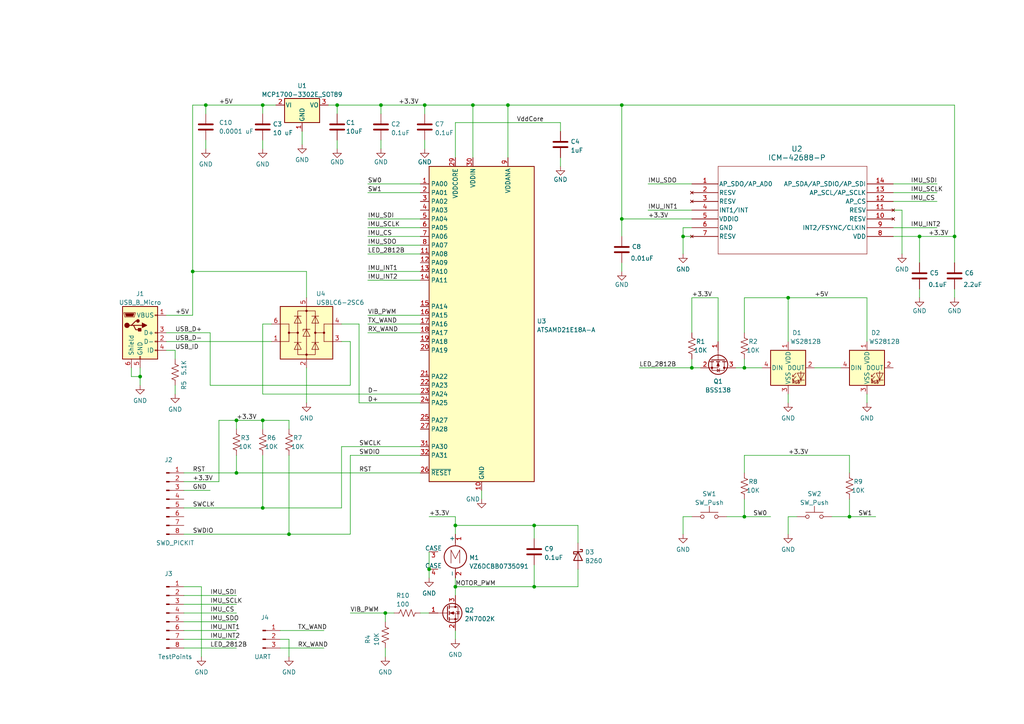
<source format=kicad_sch>
(kicad_sch
	(version 20250114)
	(generator "eeschema")
	(generator_version "9.0")
	(uuid "1e30028b-8866-4d50-b5de-85d6dcf59552")
	(paper "A4")
	(title_block
		(title "AI/ML Magic Wand")
		(date "2025-03-05")
		(rev "A")
		(company "Microchip Technology, Inc.")
	)
	(lib_symbols
		(symbol "Connector:Conn_01x03_Male"
			(pin_names
				(offset 1.016)
				(hide yes)
			)
			(exclude_from_sim no)
			(in_bom yes)
			(on_board yes)
			(property "Reference" "J"
				(at 0 5.08 0)
				(effects
					(font
						(size 1.27 1.27)
					)
				)
			)
			(property "Value" "Conn_01x03_Male"
				(at 0 -5.08 0)
				(effects
					(font
						(size 1.27 1.27)
					)
				)
			)
			(property "Footprint" ""
				(at 0 0 0)
				(effects
					(font
						(size 1.27 1.27)
					)
					(hide yes)
				)
			)
			(property "Datasheet" "~"
				(at 0 0 0)
				(effects
					(font
						(size 1.27 1.27)
					)
					(hide yes)
				)
			)
			(property "Description" "Generic connector, single row, 01x03, script generated (kicad-library-utils/schlib/autogen/connector/)"
				(at 0 0 0)
				(effects
					(font
						(size 1.27 1.27)
					)
					(hide yes)
				)
			)
			(property "ki_keywords" "connector"
				(at 0 0 0)
				(effects
					(font
						(size 1.27 1.27)
					)
					(hide yes)
				)
			)
			(property "ki_fp_filters" "Connector*:*_1x??_*"
				(at 0 0 0)
				(effects
					(font
						(size 1.27 1.27)
					)
					(hide yes)
				)
			)
			(symbol "Conn_01x03_Male_1_1"
				(rectangle
					(start 0.8636 2.667)
					(end 0 2.413)
					(stroke
						(width 0.1524)
						(type default)
					)
					(fill
						(type outline)
					)
				)
				(rectangle
					(start 0.8636 0.127)
					(end 0 -0.127)
					(stroke
						(width 0.1524)
						(type default)
					)
					(fill
						(type outline)
					)
				)
				(rectangle
					(start 0.8636 -2.413)
					(end 0 -2.667)
					(stroke
						(width 0.1524)
						(type default)
					)
					(fill
						(type outline)
					)
				)
				(polyline
					(pts
						(xy 1.27 2.54) (xy 0.8636 2.54)
					)
					(stroke
						(width 0.1524)
						(type default)
					)
					(fill
						(type none)
					)
				)
				(polyline
					(pts
						(xy 1.27 0) (xy 0.8636 0)
					)
					(stroke
						(width 0.1524)
						(type default)
					)
					(fill
						(type none)
					)
				)
				(polyline
					(pts
						(xy 1.27 -2.54) (xy 0.8636 -2.54)
					)
					(stroke
						(width 0.1524)
						(type default)
					)
					(fill
						(type none)
					)
				)
				(pin passive line
					(at 5.08 2.54 180)
					(length 3.81)
					(name "Pin_1"
						(effects
							(font
								(size 1.27 1.27)
							)
						)
					)
					(number "1"
						(effects
							(font
								(size 1.27 1.27)
							)
						)
					)
				)
				(pin passive line
					(at 5.08 0 180)
					(length 3.81)
					(name "Pin_2"
						(effects
							(font
								(size 1.27 1.27)
							)
						)
					)
					(number "2"
						(effects
							(font
								(size 1.27 1.27)
							)
						)
					)
				)
				(pin passive line
					(at 5.08 -2.54 180)
					(length 3.81)
					(name "Pin_3"
						(effects
							(font
								(size 1.27 1.27)
							)
						)
					)
					(number "3"
						(effects
							(font
								(size 1.27 1.27)
							)
						)
					)
				)
			)
			(embedded_fonts no)
		)
		(symbol "Connector:Conn_01x08_Male"
			(pin_names
				(offset 1.016)
				(hide yes)
			)
			(exclude_from_sim no)
			(in_bom yes)
			(on_board yes)
			(property "Reference" "J"
				(at 0 10.16 0)
				(effects
					(font
						(size 1.27 1.27)
					)
				)
			)
			(property "Value" "Conn_01x08_Male"
				(at 0 -12.7 0)
				(effects
					(font
						(size 1.27 1.27)
					)
				)
			)
			(property "Footprint" ""
				(at 0 0 0)
				(effects
					(font
						(size 1.27 1.27)
					)
					(hide yes)
				)
			)
			(property "Datasheet" "~"
				(at 0 0 0)
				(effects
					(font
						(size 1.27 1.27)
					)
					(hide yes)
				)
			)
			(property "Description" "Generic connector, single row, 01x08, script generated (kicad-library-utils/schlib/autogen/connector/)"
				(at 0 0 0)
				(effects
					(font
						(size 1.27 1.27)
					)
					(hide yes)
				)
			)
			(property "ki_keywords" "connector"
				(at 0 0 0)
				(effects
					(font
						(size 1.27 1.27)
					)
					(hide yes)
				)
			)
			(property "ki_fp_filters" "Connector*:*_1x??_*"
				(at 0 0 0)
				(effects
					(font
						(size 1.27 1.27)
					)
					(hide yes)
				)
			)
			(symbol "Conn_01x08_Male_1_1"
				(rectangle
					(start 0.8636 7.747)
					(end 0 7.493)
					(stroke
						(width 0.1524)
						(type default)
					)
					(fill
						(type outline)
					)
				)
				(rectangle
					(start 0.8636 5.207)
					(end 0 4.953)
					(stroke
						(width 0.1524)
						(type default)
					)
					(fill
						(type outline)
					)
				)
				(rectangle
					(start 0.8636 2.667)
					(end 0 2.413)
					(stroke
						(width 0.1524)
						(type default)
					)
					(fill
						(type outline)
					)
				)
				(rectangle
					(start 0.8636 0.127)
					(end 0 -0.127)
					(stroke
						(width 0.1524)
						(type default)
					)
					(fill
						(type outline)
					)
				)
				(rectangle
					(start 0.8636 -2.413)
					(end 0 -2.667)
					(stroke
						(width 0.1524)
						(type default)
					)
					(fill
						(type outline)
					)
				)
				(rectangle
					(start 0.8636 -4.953)
					(end 0 -5.207)
					(stroke
						(width 0.1524)
						(type default)
					)
					(fill
						(type outline)
					)
				)
				(rectangle
					(start 0.8636 -7.493)
					(end 0 -7.747)
					(stroke
						(width 0.1524)
						(type default)
					)
					(fill
						(type outline)
					)
				)
				(rectangle
					(start 0.8636 -10.033)
					(end 0 -10.287)
					(stroke
						(width 0.1524)
						(type default)
					)
					(fill
						(type outline)
					)
				)
				(polyline
					(pts
						(xy 1.27 7.62) (xy 0.8636 7.62)
					)
					(stroke
						(width 0.1524)
						(type default)
					)
					(fill
						(type none)
					)
				)
				(polyline
					(pts
						(xy 1.27 5.08) (xy 0.8636 5.08)
					)
					(stroke
						(width 0.1524)
						(type default)
					)
					(fill
						(type none)
					)
				)
				(polyline
					(pts
						(xy 1.27 2.54) (xy 0.8636 2.54)
					)
					(stroke
						(width 0.1524)
						(type default)
					)
					(fill
						(type none)
					)
				)
				(polyline
					(pts
						(xy 1.27 0) (xy 0.8636 0)
					)
					(stroke
						(width 0.1524)
						(type default)
					)
					(fill
						(type none)
					)
				)
				(polyline
					(pts
						(xy 1.27 -2.54) (xy 0.8636 -2.54)
					)
					(stroke
						(width 0.1524)
						(type default)
					)
					(fill
						(type none)
					)
				)
				(polyline
					(pts
						(xy 1.27 -5.08) (xy 0.8636 -5.08)
					)
					(stroke
						(width 0.1524)
						(type default)
					)
					(fill
						(type none)
					)
				)
				(polyline
					(pts
						(xy 1.27 -7.62) (xy 0.8636 -7.62)
					)
					(stroke
						(width 0.1524)
						(type default)
					)
					(fill
						(type none)
					)
				)
				(polyline
					(pts
						(xy 1.27 -10.16) (xy 0.8636 -10.16)
					)
					(stroke
						(width 0.1524)
						(type default)
					)
					(fill
						(type none)
					)
				)
				(pin passive line
					(at 5.08 7.62 180)
					(length 3.81)
					(name "Pin_1"
						(effects
							(font
								(size 1.27 1.27)
							)
						)
					)
					(number "1"
						(effects
							(font
								(size 1.27 1.27)
							)
						)
					)
				)
				(pin passive line
					(at 5.08 5.08 180)
					(length 3.81)
					(name "Pin_2"
						(effects
							(font
								(size 1.27 1.27)
							)
						)
					)
					(number "2"
						(effects
							(font
								(size 1.27 1.27)
							)
						)
					)
				)
				(pin passive line
					(at 5.08 2.54 180)
					(length 3.81)
					(name "Pin_3"
						(effects
							(font
								(size 1.27 1.27)
							)
						)
					)
					(number "3"
						(effects
							(font
								(size 1.27 1.27)
							)
						)
					)
				)
				(pin passive line
					(at 5.08 0 180)
					(length 3.81)
					(name "Pin_4"
						(effects
							(font
								(size 1.27 1.27)
							)
						)
					)
					(number "4"
						(effects
							(font
								(size 1.27 1.27)
							)
						)
					)
				)
				(pin passive line
					(at 5.08 -2.54 180)
					(length 3.81)
					(name "Pin_5"
						(effects
							(font
								(size 1.27 1.27)
							)
						)
					)
					(number "5"
						(effects
							(font
								(size 1.27 1.27)
							)
						)
					)
				)
				(pin passive line
					(at 5.08 -5.08 180)
					(length 3.81)
					(name "Pin_6"
						(effects
							(font
								(size 1.27 1.27)
							)
						)
					)
					(number "6"
						(effects
							(font
								(size 1.27 1.27)
							)
						)
					)
				)
				(pin passive line
					(at 5.08 -7.62 180)
					(length 3.81)
					(name "Pin_7"
						(effects
							(font
								(size 1.27 1.27)
							)
						)
					)
					(number "7"
						(effects
							(font
								(size 1.27 1.27)
							)
						)
					)
				)
				(pin passive line
					(at 5.08 -10.16 180)
					(length 3.81)
					(name "Pin_8"
						(effects
							(font
								(size 1.27 1.27)
							)
						)
					)
					(number "8"
						(effects
							(font
								(size 1.27 1.27)
							)
						)
					)
				)
			)
			(embedded_fonts no)
		)
		(symbol "Connector:USB_B_Micro"
			(pin_names
				(offset 1.016)
			)
			(exclude_from_sim no)
			(in_bom yes)
			(on_board yes)
			(property "Reference" "J"
				(at -5.08 11.43 0)
				(effects
					(font
						(size 1.27 1.27)
					)
					(justify left)
				)
			)
			(property "Value" "USB_B_Micro"
				(at -5.08 8.89 0)
				(effects
					(font
						(size 1.27 1.27)
					)
					(justify left)
				)
			)
			(property "Footprint" ""
				(at 3.81 -1.27 0)
				(effects
					(font
						(size 1.27 1.27)
					)
					(hide yes)
				)
			)
			(property "Datasheet" "~"
				(at 3.81 -1.27 0)
				(effects
					(font
						(size 1.27 1.27)
					)
					(hide yes)
				)
			)
			(property "Description" "USB Micro Type B connector"
				(at 0 0 0)
				(effects
					(font
						(size 1.27 1.27)
					)
					(hide yes)
				)
			)
			(property "ki_keywords" "connector USB micro"
				(at 0 0 0)
				(effects
					(font
						(size 1.27 1.27)
					)
					(hide yes)
				)
			)
			(property "ki_fp_filters" "USB*"
				(at 0 0 0)
				(effects
					(font
						(size 1.27 1.27)
					)
					(hide yes)
				)
			)
			(symbol "USB_B_Micro_0_1"
				(rectangle
					(start -5.08 -7.62)
					(end 5.08 7.62)
					(stroke
						(width 0.254)
						(type default)
					)
					(fill
						(type background)
					)
				)
				(polyline
					(pts
						(xy -4.699 5.842) (xy -4.699 5.588) (xy -4.445 4.826) (xy -4.445 4.572) (xy -1.651 4.572) (xy -1.651 4.826)
						(xy -1.397 5.588) (xy -1.397 5.842) (xy -4.699 5.842)
					)
					(stroke
						(width 0)
						(type default)
					)
					(fill
						(type none)
					)
				)
				(polyline
					(pts
						(xy -4.318 5.588) (xy -1.778 5.588) (xy -2.032 4.826) (xy -4.064 4.826) (xy -4.318 5.588)
					)
					(stroke
						(width 0)
						(type default)
					)
					(fill
						(type outline)
					)
				)
				(circle
					(center -3.81 2.159)
					(radius 0.635)
					(stroke
						(width 0.254)
						(type default)
					)
					(fill
						(type outline)
					)
				)
				(polyline
					(pts
						(xy -3.175 2.159) (xy -2.54 2.159) (xy -1.27 3.429) (xy -0.635 3.429)
					)
					(stroke
						(width 0.254)
						(type default)
					)
					(fill
						(type none)
					)
				)
				(polyline
					(pts
						(xy -2.54 2.159) (xy -1.905 2.159) (xy -1.27 0.889) (xy 0 0.889)
					)
					(stroke
						(width 0.254)
						(type default)
					)
					(fill
						(type none)
					)
				)
				(polyline
					(pts
						(xy -1.905 2.159) (xy 0.635 2.159)
					)
					(stroke
						(width 0.254)
						(type default)
					)
					(fill
						(type none)
					)
				)
				(circle
					(center -0.635 3.429)
					(radius 0.381)
					(stroke
						(width 0.254)
						(type default)
					)
					(fill
						(type outline)
					)
				)
				(rectangle
					(start -0.127 -7.62)
					(end 0.127 -6.858)
					(stroke
						(width 0)
						(type default)
					)
					(fill
						(type none)
					)
				)
				(rectangle
					(start 0.254 1.27)
					(end -0.508 0.508)
					(stroke
						(width 0.254)
						(type default)
					)
					(fill
						(type outline)
					)
				)
				(polyline
					(pts
						(xy 0.635 2.794) (xy 0.635 1.524) (xy 1.905 2.159) (xy 0.635 2.794)
					)
					(stroke
						(width 0.254)
						(type default)
					)
					(fill
						(type outline)
					)
				)
				(rectangle
					(start 5.08 4.953)
					(end 4.318 5.207)
					(stroke
						(width 0)
						(type default)
					)
					(fill
						(type none)
					)
				)
				(rectangle
					(start 5.08 -0.127)
					(end 4.318 0.127)
					(stroke
						(width 0)
						(type default)
					)
					(fill
						(type none)
					)
				)
				(rectangle
					(start 5.08 -2.667)
					(end 4.318 -2.413)
					(stroke
						(width 0)
						(type default)
					)
					(fill
						(type none)
					)
				)
				(rectangle
					(start 5.08 -5.207)
					(end 4.318 -4.953)
					(stroke
						(width 0)
						(type default)
					)
					(fill
						(type none)
					)
				)
			)
			(symbol "USB_B_Micro_1_1"
				(pin passive line
					(at -2.54 -10.16 90)
					(length 2.54)
					(name "Shield"
						(effects
							(font
								(size 1.27 1.27)
							)
						)
					)
					(number "6"
						(effects
							(font
								(size 1.27 1.27)
							)
						)
					)
				)
				(pin power_out line
					(at 0 -10.16 90)
					(length 2.54)
					(name "GND"
						(effects
							(font
								(size 1.27 1.27)
							)
						)
					)
					(number "5"
						(effects
							(font
								(size 1.27 1.27)
							)
						)
					)
				)
				(pin power_out line
					(at 7.62 5.08 180)
					(length 2.54)
					(name "VBUS"
						(effects
							(font
								(size 1.27 1.27)
							)
						)
					)
					(number "1"
						(effects
							(font
								(size 1.27 1.27)
							)
						)
					)
				)
				(pin bidirectional line
					(at 7.62 0 180)
					(length 2.54)
					(name "D+"
						(effects
							(font
								(size 1.27 1.27)
							)
						)
					)
					(number "3"
						(effects
							(font
								(size 1.27 1.27)
							)
						)
					)
				)
				(pin bidirectional line
					(at 7.62 -2.54 180)
					(length 2.54)
					(name "D-"
						(effects
							(font
								(size 1.27 1.27)
							)
						)
					)
					(number "2"
						(effects
							(font
								(size 1.27 1.27)
							)
						)
					)
				)
				(pin passive line
					(at 7.62 -5.08 180)
					(length 2.54)
					(name "ID"
						(effects
							(font
								(size 1.27 1.27)
							)
						)
					)
					(number "4"
						(effects
							(font
								(size 1.27 1.27)
							)
						)
					)
				)
			)
			(embedded_fonts no)
		)
		(symbol "Device:C"
			(pin_numbers
				(hide yes)
			)
			(pin_names
				(offset 0.254)
			)
			(exclude_from_sim no)
			(in_bom yes)
			(on_board yes)
			(property "Reference" "C"
				(at 0.635 2.54 0)
				(effects
					(font
						(size 1.27 1.27)
					)
					(justify left)
				)
			)
			(property "Value" "C"
				(at 0.635 -2.54 0)
				(effects
					(font
						(size 1.27 1.27)
					)
					(justify left)
				)
			)
			(property "Footprint" ""
				(at 0.9652 -3.81 0)
				(effects
					(font
						(size 1.27 1.27)
					)
					(hide yes)
				)
			)
			(property "Datasheet" "~"
				(at 0 0 0)
				(effects
					(font
						(size 1.27 1.27)
					)
					(hide yes)
				)
			)
			(property "Description" "Unpolarized capacitor"
				(at 0 0 0)
				(effects
					(font
						(size 1.27 1.27)
					)
					(hide yes)
				)
			)
			(property "ki_keywords" "cap capacitor"
				(at 0 0 0)
				(effects
					(font
						(size 1.27 1.27)
					)
					(hide yes)
				)
			)
			(property "ki_fp_filters" "C_*"
				(at 0 0 0)
				(effects
					(font
						(size 1.27 1.27)
					)
					(hide yes)
				)
			)
			(symbol "C_0_1"
				(polyline
					(pts
						(xy -2.032 0.762) (xy 2.032 0.762)
					)
					(stroke
						(width 0.508)
						(type default)
					)
					(fill
						(type none)
					)
				)
				(polyline
					(pts
						(xy -2.032 -0.762) (xy 2.032 -0.762)
					)
					(stroke
						(width 0.508)
						(type default)
					)
					(fill
						(type none)
					)
				)
			)
			(symbol "C_1_1"
				(pin passive line
					(at 0 3.81 270)
					(length 2.794)
					(name "~"
						(effects
							(font
								(size 1.27 1.27)
							)
						)
					)
					(number "1"
						(effects
							(font
								(size 1.27 1.27)
							)
						)
					)
				)
				(pin passive line
					(at 0 -3.81 90)
					(length 2.794)
					(name "~"
						(effects
							(font
								(size 1.27 1.27)
							)
						)
					)
					(number "2"
						(effects
							(font
								(size 1.27 1.27)
							)
						)
					)
				)
			)
			(embedded_fonts no)
		)
		(symbol "Device:R_US"
			(pin_numbers
				(hide yes)
			)
			(pin_names
				(offset 0)
			)
			(exclude_from_sim no)
			(in_bom yes)
			(on_board yes)
			(property "Reference" "R"
				(at 2.54 0 90)
				(effects
					(font
						(size 1.27 1.27)
					)
				)
			)
			(property "Value" "R_US"
				(at -2.54 0 90)
				(effects
					(font
						(size 1.27 1.27)
					)
				)
			)
			(property "Footprint" ""
				(at 1.016 -0.254 90)
				(effects
					(font
						(size 1.27 1.27)
					)
					(hide yes)
				)
			)
			(property "Datasheet" "~"
				(at 0 0 0)
				(effects
					(font
						(size 1.27 1.27)
					)
					(hide yes)
				)
			)
			(property "Description" "Resistor, US symbol"
				(at 0 0 0)
				(effects
					(font
						(size 1.27 1.27)
					)
					(hide yes)
				)
			)
			(property "ki_keywords" "R res resistor"
				(at 0 0 0)
				(effects
					(font
						(size 1.27 1.27)
					)
					(hide yes)
				)
			)
			(property "ki_fp_filters" "R_*"
				(at 0 0 0)
				(effects
					(font
						(size 1.27 1.27)
					)
					(hide yes)
				)
			)
			(symbol "R_US_0_1"
				(polyline
					(pts
						(xy 0 2.286) (xy 0 2.54)
					)
					(stroke
						(width 0)
						(type default)
					)
					(fill
						(type none)
					)
				)
				(polyline
					(pts
						(xy 0 2.286) (xy 1.016 1.905) (xy 0 1.524) (xy -1.016 1.143) (xy 0 0.762)
					)
					(stroke
						(width 0)
						(type default)
					)
					(fill
						(type none)
					)
				)
				(polyline
					(pts
						(xy 0 0.762) (xy 1.016 0.381) (xy 0 0) (xy -1.016 -0.381) (xy 0 -0.762)
					)
					(stroke
						(width 0)
						(type default)
					)
					(fill
						(type none)
					)
				)
				(polyline
					(pts
						(xy 0 -0.762) (xy 1.016 -1.143) (xy 0 -1.524) (xy -1.016 -1.905) (xy 0 -2.286)
					)
					(stroke
						(width 0)
						(type default)
					)
					(fill
						(type none)
					)
				)
				(polyline
					(pts
						(xy 0 -2.286) (xy 0 -2.54)
					)
					(stroke
						(width 0)
						(type default)
					)
					(fill
						(type none)
					)
				)
			)
			(symbol "R_US_1_1"
				(pin passive line
					(at 0 3.81 270)
					(length 1.27)
					(name "~"
						(effects
							(font
								(size 1.27 1.27)
							)
						)
					)
					(number "1"
						(effects
							(font
								(size 1.27 1.27)
							)
						)
					)
				)
				(pin passive line
					(at 0 -3.81 90)
					(length 1.27)
					(name "~"
						(effects
							(font
								(size 1.27 1.27)
							)
						)
					)
					(number "2"
						(effects
							(font
								(size 1.27 1.27)
							)
						)
					)
				)
			)
			(embedded_fonts no)
		)
		(symbol "Diode:B260"
			(pin_numbers
				(hide yes)
			)
			(pin_names
				(offset 1.016)
				(hide yes)
			)
			(exclude_from_sim no)
			(in_bom yes)
			(on_board yes)
			(property "Reference" "D"
				(at 0 2.54 0)
				(effects
					(font
						(size 1.27 1.27)
					)
				)
			)
			(property "Value" "B260"
				(at 0 -2.54 0)
				(effects
					(font
						(size 1.27 1.27)
					)
				)
			)
			(property "Footprint" "Diode_SMD:D_SMB"
				(at 0 -4.445 0)
				(effects
					(font
						(size 1.27 1.27)
					)
					(hide yes)
				)
			)
			(property "Datasheet" "http://www.jameco.com/Jameco/Products/ProdDS/1538777.pdf"
				(at 0 0 0)
				(effects
					(font
						(size 1.27 1.27)
					)
					(hide yes)
				)
			)
			(property "Description" "60V 2A Schottky Barrier Rectifier Diode, SMB"
				(at 0 0 0)
				(effects
					(font
						(size 1.27 1.27)
					)
					(hide yes)
				)
			)
			(property "ki_keywords" "diode Schottky"
				(at 0 0 0)
				(effects
					(font
						(size 1.27 1.27)
					)
					(hide yes)
				)
			)
			(property "ki_fp_filters" "D*SMB*"
				(at 0 0 0)
				(effects
					(font
						(size 1.27 1.27)
					)
					(hide yes)
				)
			)
			(symbol "B260_0_1"
				(polyline
					(pts
						(xy -1.905 0.635) (xy -1.905 1.27) (xy -1.27 1.27) (xy -1.27 -1.27) (xy -0.635 -1.27) (xy -0.635 -0.635)
					)
					(stroke
						(width 0.254)
						(type default)
					)
					(fill
						(type none)
					)
				)
				(polyline
					(pts
						(xy 1.27 1.27) (xy 1.27 -1.27) (xy -1.27 0) (xy 1.27 1.27)
					)
					(stroke
						(width 0.254)
						(type default)
					)
					(fill
						(type none)
					)
				)
				(polyline
					(pts
						(xy 1.27 0) (xy -1.27 0)
					)
					(stroke
						(width 0)
						(type default)
					)
					(fill
						(type none)
					)
				)
			)
			(symbol "B260_1_1"
				(pin passive line
					(at -3.81 0 0)
					(length 2.54)
					(name "K"
						(effects
							(font
								(size 1.27 1.27)
							)
						)
					)
					(number "1"
						(effects
							(font
								(size 1.27 1.27)
							)
						)
					)
				)
				(pin passive line
					(at 3.81 0 180)
					(length 2.54)
					(name "A"
						(effects
							(font
								(size 1.27 1.27)
							)
						)
					)
					(number "2"
						(effects
							(font
								(size 1.27 1.27)
							)
						)
					)
				)
			)
			(embedded_fonts no)
		)
		(symbol "LED:WS2812B"
			(pin_names
				(offset 0.254)
			)
			(exclude_from_sim no)
			(in_bom yes)
			(on_board yes)
			(property "Reference" "D"
				(at 5.08 5.715 0)
				(effects
					(font
						(size 1.27 1.27)
					)
					(justify right bottom)
				)
			)
			(property "Value" "WS2812B"
				(at 1.27 -5.715 0)
				(effects
					(font
						(size 1.27 1.27)
					)
					(justify left top)
				)
			)
			(property "Footprint" "LED_SMD:LED_WS2812B_PLCC4_5.0x5.0mm_P3.2mm"
				(at 1.27 -7.62 0)
				(effects
					(font
						(size 1.27 1.27)
					)
					(justify left top)
					(hide yes)
				)
			)
			(property "Datasheet" "https://cdn-shop.adafruit.com/datasheets/WS2812B.pdf"
				(at 2.54 -9.525 0)
				(effects
					(font
						(size 1.27 1.27)
					)
					(justify left top)
					(hide yes)
				)
			)
			(property "Description" "RGB LED with integrated controller"
				(at 0 0 0)
				(effects
					(font
						(size 1.27 1.27)
					)
					(hide yes)
				)
			)
			(property "ki_keywords" "RGB LED NeoPixel addressable"
				(at 0 0 0)
				(effects
					(font
						(size 1.27 1.27)
					)
					(hide yes)
				)
			)
			(property "ki_fp_filters" "LED*WS2812*PLCC*5.0x5.0mm*P3.2mm*"
				(at 0 0 0)
				(effects
					(font
						(size 1.27 1.27)
					)
					(hide yes)
				)
			)
			(symbol "WS2812B_0_0"
				(text "RGB"
					(at 2.286 -4.191 0)
					(effects
						(font
							(size 0.762 0.762)
						)
					)
				)
			)
			(symbol "WS2812B_0_1"
				(polyline
					(pts
						(xy 1.27 -2.54) (xy 1.778 -2.54)
					)
					(stroke
						(width 0)
						(type default)
					)
					(fill
						(type none)
					)
				)
				(polyline
					(pts
						(xy 1.27 -3.556) (xy 1.778 -3.556)
					)
					(stroke
						(width 0)
						(type default)
					)
					(fill
						(type none)
					)
				)
				(polyline
					(pts
						(xy 2.286 -1.524) (xy 1.27 -2.54) (xy 1.27 -2.032)
					)
					(stroke
						(width 0)
						(type default)
					)
					(fill
						(type none)
					)
				)
				(polyline
					(pts
						(xy 2.286 -2.54) (xy 1.27 -3.556) (xy 1.27 -3.048)
					)
					(stroke
						(width 0)
						(type default)
					)
					(fill
						(type none)
					)
				)
				(polyline
					(pts
						(xy 3.683 -1.016) (xy 3.683 -3.556) (xy 3.683 -4.064)
					)
					(stroke
						(width 0)
						(type default)
					)
					(fill
						(type none)
					)
				)
				(polyline
					(pts
						(xy 4.699 -1.524) (xy 2.667 -1.524) (xy 3.683 -3.556) (xy 4.699 -1.524)
					)
					(stroke
						(width 0)
						(type default)
					)
					(fill
						(type none)
					)
				)
				(polyline
					(pts
						(xy 4.699 -3.556) (xy 2.667 -3.556)
					)
					(stroke
						(width 0)
						(type default)
					)
					(fill
						(type none)
					)
				)
				(rectangle
					(start 5.08 5.08)
					(end -5.08 -5.08)
					(stroke
						(width 0.254)
						(type default)
					)
					(fill
						(type background)
					)
				)
			)
			(symbol "WS2812B_1_1"
				(pin input line
					(at -7.62 0 0)
					(length 2.54)
					(name "DIN"
						(effects
							(font
								(size 1.27 1.27)
							)
						)
					)
					(number "4"
						(effects
							(font
								(size 1.27 1.27)
							)
						)
					)
				)
				(pin power_in line
					(at 0 7.62 270)
					(length 2.54)
					(name "VDD"
						(effects
							(font
								(size 1.27 1.27)
							)
						)
					)
					(number "1"
						(effects
							(font
								(size 1.27 1.27)
							)
						)
					)
				)
				(pin power_in line
					(at 0 -7.62 90)
					(length 2.54)
					(name "VSS"
						(effects
							(font
								(size 1.27 1.27)
							)
						)
					)
					(number "3"
						(effects
							(font
								(size 1.27 1.27)
							)
						)
					)
				)
				(pin output line
					(at 7.62 0 180)
					(length 2.54)
					(name "DOUT"
						(effects
							(font
								(size 1.27 1.27)
							)
						)
					)
					(number "2"
						(effects
							(font
								(size 1.27 1.27)
							)
						)
					)
				)
			)
			(embedded_fonts no)
		)
		(symbol "MCU_Microchip_SAMD:ATSAMD21E18A-A"
			(exclude_from_sim no)
			(in_bom yes)
			(on_board yes)
			(property "Reference" "U"
				(at -13.97 46.99 0)
				(effects
					(font
						(size 1.27 1.27)
					)
				)
			)
			(property "Value" "ATSAMD21E18A-A"
				(at 16.51 46.99 0)
				(effects
					(font
						(size 1.27 1.27)
					)
				)
			)
			(property "Footprint" "Package_QFP:TQFP-32_7x7mm_P0.8mm"
				(at 22.86 -46.99 0)
				(effects
					(font
						(size 1.27 1.27)
					)
					(hide yes)
				)
			)
			(property "Datasheet" "http://ww1.microchip.com/downloads/en/DeviceDoc/SAM_D21_DA1_Family_Data%20Sheet_DS40001882E.pdf"
				(at 0 0 0)
				(effects
					(font
						(size 1.27 1.27)
					)
					(hide yes)
				)
			)
			(property "Description" "SAM D21 Microchip SMART ARM-based Flash MCU, 48Mhz, 256K Flash, 32K SRAM, TQFP-32"
				(at 0 0 0)
				(effects
					(font
						(size 1.27 1.27)
					)
					(hide yes)
				)
			)
			(property "ki_keywords" "32-bit ARM Cortex-M0+ MCU Microcontroller"
				(at 0 0 0)
				(effects
					(font
						(size 1.27 1.27)
					)
					(hide yes)
				)
			)
			(property "ki_fp_filters" "TQFP*7x7mm*P0.8mm*"
				(at 0 0 0)
				(effects
					(font
						(size 1.27 1.27)
					)
					(hide yes)
				)
			)
			(symbol "ATSAMD21E18A-A_1_1"
				(rectangle
					(start -15.24 45.72)
					(end 15.24 -45.72)
					(stroke
						(width 0.254)
						(type default)
					)
					(fill
						(type background)
					)
				)
				(pin bidirectional line
					(at -17.78 40.64 0)
					(length 2.54)
					(name "PA00"
						(effects
							(font
								(size 1.27 1.27)
							)
						)
					)
					(number "1"
						(effects
							(font
								(size 1.27 1.27)
							)
						)
					)
				)
				(pin bidirectional line
					(at -17.78 38.1 0)
					(length 2.54)
					(name "PA01"
						(effects
							(font
								(size 1.27 1.27)
							)
						)
					)
					(number "2"
						(effects
							(font
								(size 1.27 1.27)
							)
						)
					)
				)
				(pin bidirectional line
					(at -17.78 35.56 0)
					(length 2.54)
					(name "PA02"
						(effects
							(font
								(size 1.27 1.27)
							)
						)
					)
					(number "3"
						(effects
							(font
								(size 1.27 1.27)
							)
						)
					)
				)
				(pin bidirectional line
					(at -17.78 33.02 0)
					(length 2.54)
					(name "PA03"
						(effects
							(font
								(size 1.27 1.27)
							)
						)
					)
					(number "4"
						(effects
							(font
								(size 1.27 1.27)
							)
						)
					)
				)
				(pin bidirectional line
					(at -17.78 30.48 0)
					(length 2.54)
					(name "PA04"
						(effects
							(font
								(size 1.27 1.27)
							)
						)
					)
					(number "5"
						(effects
							(font
								(size 1.27 1.27)
							)
						)
					)
				)
				(pin bidirectional line
					(at -17.78 27.94 0)
					(length 2.54)
					(name "PA05"
						(effects
							(font
								(size 1.27 1.27)
							)
						)
					)
					(number "6"
						(effects
							(font
								(size 1.27 1.27)
							)
						)
					)
				)
				(pin bidirectional line
					(at -17.78 25.4 0)
					(length 2.54)
					(name "PA06"
						(effects
							(font
								(size 1.27 1.27)
							)
						)
					)
					(number "7"
						(effects
							(font
								(size 1.27 1.27)
							)
						)
					)
				)
				(pin bidirectional line
					(at -17.78 22.86 0)
					(length 2.54)
					(name "PA07"
						(effects
							(font
								(size 1.27 1.27)
							)
						)
					)
					(number "8"
						(effects
							(font
								(size 1.27 1.27)
							)
						)
					)
				)
				(pin bidirectional line
					(at -17.78 20.32 0)
					(length 2.54)
					(name "PA08"
						(effects
							(font
								(size 1.27 1.27)
							)
						)
					)
					(number "11"
						(effects
							(font
								(size 1.27 1.27)
							)
						)
					)
				)
				(pin bidirectional line
					(at -17.78 17.78 0)
					(length 2.54)
					(name "PA09"
						(effects
							(font
								(size 1.27 1.27)
							)
						)
					)
					(number "12"
						(effects
							(font
								(size 1.27 1.27)
							)
						)
					)
				)
				(pin bidirectional line
					(at -17.78 15.24 0)
					(length 2.54)
					(name "PA10"
						(effects
							(font
								(size 1.27 1.27)
							)
						)
					)
					(number "13"
						(effects
							(font
								(size 1.27 1.27)
							)
						)
					)
				)
				(pin bidirectional line
					(at -17.78 12.7 0)
					(length 2.54)
					(name "PA11"
						(effects
							(font
								(size 1.27 1.27)
							)
						)
					)
					(number "14"
						(effects
							(font
								(size 1.27 1.27)
							)
						)
					)
				)
				(pin bidirectional line
					(at -17.78 5.08 0)
					(length 2.54)
					(name "PA14"
						(effects
							(font
								(size 1.27 1.27)
							)
						)
					)
					(number "15"
						(effects
							(font
								(size 1.27 1.27)
							)
						)
					)
				)
				(pin bidirectional line
					(at -17.78 2.54 0)
					(length 2.54)
					(name "PA15"
						(effects
							(font
								(size 1.27 1.27)
							)
						)
					)
					(number "16"
						(effects
							(font
								(size 1.27 1.27)
							)
						)
					)
				)
				(pin bidirectional line
					(at -17.78 0 0)
					(length 2.54)
					(name "PA16"
						(effects
							(font
								(size 1.27 1.27)
							)
						)
					)
					(number "17"
						(effects
							(font
								(size 1.27 1.27)
							)
						)
					)
				)
				(pin bidirectional line
					(at -17.78 -2.54 0)
					(length 2.54)
					(name "PA17"
						(effects
							(font
								(size 1.27 1.27)
							)
						)
					)
					(number "18"
						(effects
							(font
								(size 1.27 1.27)
							)
						)
					)
				)
				(pin bidirectional line
					(at -17.78 -5.08 0)
					(length 2.54)
					(name "PA18"
						(effects
							(font
								(size 1.27 1.27)
							)
						)
					)
					(number "19"
						(effects
							(font
								(size 1.27 1.27)
							)
						)
					)
				)
				(pin bidirectional line
					(at -17.78 -7.62 0)
					(length 2.54)
					(name "PA19"
						(effects
							(font
								(size 1.27 1.27)
							)
						)
					)
					(number "20"
						(effects
							(font
								(size 1.27 1.27)
							)
						)
					)
				)
				(pin bidirectional line
					(at -17.78 -15.24 0)
					(length 2.54)
					(name "PA22"
						(effects
							(font
								(size 1.27 1.27)
							)
						)
					)
					(number "21"
						(effects
							(font
								(size 1.27 1.27)
							)
						)
					)
				)
				(pin bidirectional line
					(at -17.78 -17.78 0)
					(length 2.54)
					(name "PA23"
						(effects
							(font
								(size 1.27 1.27)
							)
						)
					)
					(number "22"
						(effects
							(font
								(size 1.27 1.27)
							)
						)
					)
				)
				(pin bidirectional line
					(at -17.78 -20.32 0)
					(length 2.54)
					(name "PA24"
						(effects
							(font
								(size 1.27 1.27)
							)
						)
					)
					(number "23"
						(effects
							(font
								(size 1.27 1.27)
							)
						)
					)
				)
				(pin bidirectional line
					(at -17.78 -22.86 0)
					(length 2.54)
					(name "PA25"
						(effects
							(font
								(size 1.27 1.27)
							)
						)
					)
					(number "24"
						(effects
							(font
								(size 1.27 1.27)
							)
						)
					)
				)
				(pin bidirectional line
					(at -17.78 -27.94 0)
					(length 2.54)
					(name "PA27"
						(effects
							(font
								(size 1.27 1.27)
							)
						)
					)
					(number "25"
						(effects
							(font
								(size 1.27 1.27)
							)
						)
					)
				)
				(pin bidirectional line
					(at -17.78 -30.48 0)
					(length 2.54)
					(name "PA28"
						(effects
							(font
								(size 1.27 1.27)
							)
						)
					)
					(number "27"
						(effects
							(font
								(size 1.27 1.27)
							)
						)
					)
				)
				(pin bidirectional line
					(at -17.78 -35.56 0)
					(length 2.54)
					(name "PA30"
						(effects
							(font
								(size 1.27 1.27)
							)
						)
					)
					(number "31"
						(effects
							(font
								(size 1.27 1.27)
							)
						)
					)
				)
				(pin bidirectional line
					(at -17.78 -38.1 0)
					(length 2.54)
					(name "PA31"
						(effects
							(font
								(size 1.27 1.27)
							)
						)
					)
					(number "32"
						(effects
							(font
								(size 1.27 1.27)
							)
						)
					)
				)
				(pin input line
					(at -17.78 -43.18 0)
					(length 2.54)
					(name "~{RESET}"
						(effects
							(font
								(size 1.27 1.27)
							)
						)
					)
					(number "26"
						(effects
							(font
								(size 1.27 1.27)
							)
						)
					)
				)
				(pin power_out line
					(at -7.62 48.26 270)
					(length 2.54)
					(name "VDDCORE"
						(effects
							(font
								(size 1.27 1.27)
							)
						)
					)
					(number "29"
						(effects
							(font
								(size 1.27 1.27)
							)
						)
					)
				)
				(pin power_in line
					(at -2.54 48.26 270)
					(length 2.54)
					(name "VDDIN"
						(effects
							(font
								(size 1.27 1.27)
							)
						)
					)
					(number "30"
						(effects
							(font
								(size 1.27 1.27)
							)
						)
					)
				)
				(pin power_in line
					(at 0 -48.26 90)
					(length 2.54)
					(name "GND"
						(effects
							(font
								(size 1.27 1.27)
							)
						)
					)
					(number "10"
						(effects
							(font
								(size 1.27 1.27)
							)
						)
					)
				)
				(pin passive line
					(at 0 -48.26 90)
					(length 2.54)
					(hide yes)
					(name "GND"
						(effects
							(font
								(size 1.27 1.27)
							)
						)
					)
					(number "28"
						(effects
							(font
								(size 1.27 1.27)
							)
						)
					)
				)
				(pin power_in line
					(at 7.62 48.26 270)
					(length 2.54)
					(name "VDDANA"
						(effects
							(font
								(size 1.27 1.27)
							)
						)
					)
					(number "9"
						(effects
							(font
								(size 1.27 1.27)
							)
						)
					)
				)
			)
			(embedded_fonts no)
		)
		(symbol "Motor:Motor_DC"
			(pin_names
				(offset 0)
			)
			(exclude_from_sim no)
			(in_bom yes)
			(on_board yes)
			(property "Reference" "M1"
				(at 4.0132 -1.7053 0)
				(effects
					(font
						(size 1.27 1.27)
					)
					(justify left)
				)
			)
			(property "Value" "VZ6DCBB0735091"
				(at 4.0132 -4.2422 0)
				(effects
					(font
						(size 1.27 1.27)
					)
					(justify left)
				)
			)
			(property "Footprint" "AFM_Saucer:VZ6DC_VIB"
				(at 0 -2.286 0)
				(effects
					(font
						(size 1.27 1.27)
					)
					(hide yes)
				)
			)
			(property "Datasheet" "https://www.vybronics.com/erm-cylindrical-vibration-motors/through-hole/v-z6dcbb0735091"
				(at 0 -2.286 0)
				(effects
					(font
						(size 1.27 1.27)
					)
					(hide yes)
				)
			)
			(property "Description" "DC Motor"
				(at 0 0 0)
				(effects
					(font
						(size 1.27 1.27)
					)
					(hide yes)
				)
			)
			(property "ki_keywords" "DC Motor"
				(at 0 0 0)
				(effects
					(font
						(size 1.27 1.27)
					)
					(hide yes)
				)
			)
			(property "ki_fp_filters" "PinHeader*P2.54mm* TerminalBlock*"
				(at 0 0 0)
				(effects
					(font
						(size 1.27 1.27)
					)
					(hide yes)
				)
			)
			(symbol "Motor_DC_0_0"
				(polyline
					(pts
						(xy -1.27 -3.302) (xy -1.27 0.508) (xy 0 -2.032) (xy 1.27 0.508) (xy 1.27 -3.302)
					)
					(stroke
						(width 0)
						(type default)
					)
					(fill
						(type none)
					)
				)
			)
			(symbol "Motor_DC_0_1"
				(polyline
					(pts
						(xy 0 2.032) (xy 0 2.54)
					)
					(stroke
						(width 0)
						(type default)
					)
					(fill
						(type none)
					)
				)
				(polyline
					(pts
						(xy 0 1.7272) (xy 0 2.0828)
					)
					(stroke
						(width 0)
						(type default)
					)
					(fill
						(type none)
					)
				)
				(circle
					(center 0 -1.524)
					(radius 3.2512)
					(stroke
						(width 0.254)
						(type default)
					)
					(fill
						(type none)
					)
				)
				(polyline
					(pts
						(xy 0 -4.7752) (xy 0 -5.1816)
					)
					(stroke
						(width 0)
						(type default)
					)
					(fill
						(type none)
					)
				)
				(polyline
					(pts
						(xy 0 -7.62) (xy 0 -7.112)
					)
					(stroke
						(width 0)
						(type default)
					)
					(fill
						(type none)
					)
				)
			)
			(symbol "Motor_DC_1_1"
				(pin input line
					(at -7.62 0 0)
					(length 2.54)
					(name "CASE"
						(effects
							(font
								(size 1.27 1.27)
							)
						)
					)
					(number "3"
						(effects
							(font
								(size 1.27 1.27)
							)
						)
					)
				)
				(pin input line
					(at -7.62 -5.08 0)
					(length 2.54)
					(name "CASE"
						(effects
							(font
								(size 1.27 1.27)
							)
						)
					)
					(number "4"
						(effects
							(font
								(size 1.27 1.27)
							)
						)
					)
				)
				(pin passive line
					(at 0 5.08 270)
					(length 2.54)
					(name "+"
						(effects
							(font
								(size 1.27 1.27)
							)
						)
					)
					(number "1"
						(effects
							(font
								(size 1.27 1.27)
							)
						)
					)
				)
				(pin passive line
					(at 0 -7.62 90)
					(length 2.54)
					(name "-"
						(effects
							(font
								(size 1.27 1.27)
							)
						)
					)
					(number "2"
						(effects
							(font
								(size 1.27 1.27)
							)
						)
					)
				)
			)
			(embedded_fonts no)
		)
		(symbol "Power_Protection:USBLC6-2SC6"
			(pin_names
				(hide yes)
			)
			(exclude_from_sim no)
			(in_bom yes)
			(on_board yes)
			(property "Reference" "U"
				(at 2.54 8.89 0)
				(effects
					(font
						(size 1.27 1.27)
					)
					(justify left)
				)
			)
			(property "Value" "USBLC6-2SC6"
				(at 2.54 -8.89 0)
				(effects
					(font
						(size 1.27 1.27)
					)
					(justify left)
				)
			)
			(property "Footprint" "Package_TO_SOT_SMD:SOT-23-6"
				(at 0 -12.7 0)
				(effects
					(font
						(size 1.27 1.27)
					)
					(hide yes)
				)
			)
			(property "Datasheet" "https://www.st.com/resource/en/datasheet/usblc6-2.pdf"
				(at 5.08 8.89 0)
				(effects
					(font
						(size 1.27 1.27)
					)
					(hide yes)
				)
			)
			(property "Description" "Very low capacitance ESD protection diode, 2 data-line, SOT-23-6"
				(at 0 0 0)
				(effects
					(font
						(size 1.27 1.27)
					)
					(hide yes)
				)
			)
			(property "ki_keywords" "usb ethernet video"
				(at 0 0 0)
				(effects
					(font
						(size 1.27 1.27)
					)
					(hide yes)
				)
			)
			(property "ki_fp_filters" "SOT?23*"
				(at 0 0 0)
				(effects
					(font
						(size 1.27 1.27)
					)
					(hide yes)
				)
			)
			(symbol "USBLC6-2SC6_0_1"
				(rectangle
					(start -7.62 -7.62)
					(end 7.62 7.62)
					(stroke
						(width 0.254)
						(type default)
					)
					(fill
						(type background)
					)
				)
				(polyline
					(pts
						(xy -5.08 2.54) (xy -7.62 2.54)
					)
					(stroke
						(width 0)
						(type default)
					)
					(fill
						(type none)
					)
				)
				(circle
					(center -5.08 0)
					(radius 0.254)
					(stroke
						(width 0)
						(type default)
					)
					(fill
						(type outline)
					)
				)
				(polyline
					(pts
						(xy -5.08 0) (xy -5.08 -2.54)
					)
					(stroke
						(width 0)
						(type default)
					)
					(fill
						(type none)
					)
				)
				(polyline
					(pts
						(xy -5.08 -2.54) (xy -7.62 -2.54)
					)
					(stroke
						(width 0)
						(type default)
					)
					(fill
						(type none)
					)
				)
				(polyline
					(pts
						(xy -3.556 2.794) (xy -1.524 2.794) (xy -2.54 4.826) (xy -3.556 2.794)
					)
					(stroke
						(width 0)
						(type default)
					)
					(fill
						(type none)
					)
				)
				(polyline
					(pts
						(xy -3.556 -4.826) (xy -1.524 -4.826) (xy -2.54 -2.794) (xy -3.556 -4.826)
					)
					(stroke
						(width 0)
						(type default)
					)
					(fill
						(type none)
					)
				)
				(rectangle
					(start -2.54 6.35)
					(end 2.54 -6.35)
					(stroke
						(width 0)
						(type default)
					)
					(fill
						(type none)
					)
				)
				(circle
					(center -2.54 0)
					(radius 0.254)
					(stroke
						(width 0)
						(type default)
					)
					(fill
						(type outline)
					)
				)
				(polyline
					(pts
						(xy -2.54 0) (xy -5.08 0) (xy -5.08 2.54)
					)
					(stroke
						(width 0)
						(type default)
					)
					(fill
						(type none)
					)
				)
				(polyline
					(pts
						(xy -1.524 4.826) (xy -3.556 4.826)
					)
					(stroke
						(width 0)
						(type default)
					)
					(fill
						(type none)
					)
				)
				(polyline
					(pts
						(xy -1.524 -2.794) (xy -3.556 -2.794)
					)
					(stroke
						(width 0)
						(type default)
					)
					(fill
						(type none)
					)
				)
				(polyline
					(pts
						(xy -1.016 -1.016) (xy 1.016 -1.016) (xy 0 1.016) (xy -1.016 -1.016)
					)
					(stroke
						(width 0)
						(type default)
					)
					(fill
						(type none)
					)
				)
				(circle
					(center 0 6.35)
					(radius 0.254)
					(stroke
						(width 0)
						(type default)
					)
					(fill
						(type outline)
					)
				)
				(polyline
					(pts
						(xy 0 6.35) (xy 0 7.62)
					)
					(stroke
						(width 0)
						(type default)
					)
					(fill
						(type none)
					)
				)
				(polyline
					(pts
						(xy 0 1.27) (xy 0 6.35)
					)
					(stroke
						(width 0)
						(type default)
					)
					(fill
						(type none)
					)
				)
				(polyline
					(pts
						(xy 0 -6.35) (xy 0 1.27)
					)
					(stroke
						(width 0)
						(type default)
					)
					(fill
						(type none)
					)
				)
				(circle
					(center 0 -6.35)
					(radius 0.254)
					(stroke
						(width 0)
						(type default)
					)
					(fill
						(type outline)
					)
				)
				(polyline
					(pts
						(xy 0 -7.62) (xy 0 -6.35)
					)
					(stroke
						(width 0)
						(type default)
					)
					(fill
						(type none)
					)
				)
				(polyline
					(pts
						(xy 1.016 1.016) (xy 0.762 1.016) (xy -1.016 1.016) (xy -1.016 0.508)
					)
					(stroke
						(width 0)
						(type default)
					)
					(fill
						(type none)
					)
				)
				(polyline
					(pts
						(xy 1.524 4.826) (xy 3.556 4.826)
					)
					(stroke
						(width 0)
						(type default)
					)
					(fill
						(type none)
					)
				)
				(polyline
					(pts
						(xy 1.524 -2.794) (xy 3.556 -2.794)
					)
					(stroke
						(width 0)
						(type default)
					)
					(fill
						(type none)
					)
				)
				(polyline
					(pts
						(xy 2.54 0) (xy 5.08 0) (xy 5.08 2.54)
					)
					(stroke
						(width 0)
						(type default)
					)
					(fill
						(type none)
					)
				)
				(circle
					(center 2.54 0)
					(radius 0.254)
					(stroke
						(width 0)
						(type default)
					)
					(fill
						(type outline)
					)
				)
				(polyline
					(pts
						(xy 3.556 2.794) (xy 1.524 2.794) (xy 2.54 4.826) (xy 3.556 2.794)
					)
					(stroke
						(width 0)
						(type default)
					)
					(fill
						(type none)
					)
				)
				(polyline
					(pts
						(xy 3.556 -4.826) (xy 1.524 -4.826) (xy 2.54 -2.794) (xy 3.556 -4.826)
					)
					(stroke
						(width 0)
						(type default)
					)
					(fill
						(type none)
					)
				)
				(polyline
					(pts
						(xy 5.08 2.54) (xy 7.62 2.54)
					)
					(stroke
						(width 0)
						(type default)
					)
					(fill
						(type none)
					)
				)
				(polyline
					(pts
						(xy 5.08 0) (xy 5.08 -2.54)
					)
					(stroke
						(width 0)
						(type default)
					)
					(fill
						(type none)
					)
				)
				(circle
					(center 5.08 0)
					(radius 0.254)
					(stroke
						(width 0)
						(type default)
					)
					(fill
						(type outline)
					)
				)
				(polyline
					(pts
						(xy 5.08 -2.54) (xy 7.62 -2.54)
					)
					(stroke
						(width 0)
						(type default)
					)
					(fill
						(type none)
					)
				)
			)
			(symbol "USBLC6-2SC6_1_1"
				(pin passive line
					(at -10.16 2.54 0)
					(length 2.54)
					(name "I/O1"
						(effects
							(font
								(size 1.27 1.27)
							)
						)
					)
					(number "6"
						(effects
							(font
								(size 1.27 1.27)
							)
						)
					)
				)
				(pin passive line
					(at -10.16 -2.54 0)
					(length 2.54)
					(name "I/O1"
						(effects
							(font
								(size 1.27 1.27)
							)
						)
					)
					(number "1"
						(effects
							(font
								(size 1.27 1.27)
							)
						)
					)
				)
				(pin passive line
					(at 0 10.16 270)
					(length 2.54)
					(name "VBUS"
						(effects
							(font
								(size 1.27 1.27)
							)
						)
					)
					(number "5"
						(effects
							(font
								(size 1.27 1.27)
							)
						)
					)
				)
				(pin passive line
					(at 0 -10.16 90)
					(length 2.54)
					(name "GND"
						(effects
							(font
								(size 1.27 1.27)
							)
						)
					)
					(number "2"
						(effects
							(font
								(size 1.27 1.27)
							)
						)
					)
				)
				(pin passive line
					(at 10.16 2.54 180)
					(length 2.54)
					(name "I/O2"
						(effects
							(font
								(size 1.27 1.27)
							)
						)
					)
					(number "4"
						(effects
							(font
								(size 1.27 1.27)
							)
						)
					)
				)
				(pin passive line
					(at 10.16 -2.54 180)
					(length 2.54)
					(name "I/O2"
						(effects
							(font
								(size 1.27 1.27)
							)
						)
					)
					(number "3"
						(effects
							(font
								(size 1.27 1.27)
							)
						)
					)
				)
			)
			(embedded_fonts no)
		)
		(symbol "Regulator_Linear:MCP1700-3302E_SOT89"
			(pin_names
				(offset 0.254)
			)
			(exclude_from_sim no)
			(in_bom yes)
			(on_board yes)
			(property "Reference" "U"
				(at -3.81 3.175 0)
				(effects
					(font
						(size 1.27 1.27)
					)
				)
			)
			(property "Value" "MCP1700-3302E_SOT89"
				(at 0 3.175 0)
				(effects
					(font
						(size 1.27 1.27)
					)
					(justify left)
				)
			)
			(property "Footprint" "Package_TO_SOT_SMD:SOT-89-3"
				(at 0 5.08 0)
				(effects
					(font
						(size 1.27 1.27)
					)
					(hide yes)
				)
			)
			(property "Datasheet" "http://ww1.microchip.com/downloads/en/DeviceDoc/20001826D.pdf"
				(at 0 -1.27 0)
				(effects
					(font
						(size 1.27 1.27)
					)
					(hide yes)
				)
			)
			(property "Description" "250mA Low Quiscent Current LDO, 3.3V output, SOT-89"
				(at 0 0 0)
				(effects
					(font
						(size 1.27 1.27)
					)
					(hide yes)
				)
			)
			(property "ki_keywords" "regulator linear ldo"
				(at 0 0 0)
				(effects
					(font
						(size 1.27 1.27)
					)
					(hide yes)
				)
			)
			(property "ki_fp_filters" "SOT?89*"
				(at 0 0 0)
				(effects
					(font
						(size 1.27 1.27)
					)
					(hide yes)
				)
			)
			(symbol "MCP1700-3302E_SOT89_0_1"
				(rectangle
					(start -5.08 -5.08)
					(end 5.08 1.905)
					(stroke
						(width 0.254)
						(type default)
					)
					(fill
						(type background)
					)
				)
			)
			(symbol "MCP1700-3302E_SOT89_1_1"
				(pin power_in line
					(at -7.62 0 0)
					(length 2.54)
					(name "VI"
						(effects
							(font
								(size 1.27 1.27)
							)
						)
					)
					(number "2"
						(effects
							(font
								(size 1.27 1.27)
							)
						)
					)
				)
				(pin power_in line
					(at 0 -7.62 90)
					(length 2.54)
					(name "GND"
						(effects
							(font
								(size 1.27 1.27)
							)
						)
					)
					(number "1"
						(effects
							(font
								(size 1.27 1.27)
							)
						)
					)
				)
				(pin power_out line
					(at 7.62 0 180)
					(length 2.54)
					(name "VO"
						(effects
							(font
								(size 1.27 1.27)
							)
						)
					)
					(number "3"
						(effects
							(font
								(size 1.27 1.27)
							)
						)
					)
				)
			)
			(embedded_fonts no)
		)
		(symbol "Switch:SW_Push"
			(pin_numbers
				(hide yes)
			)
			(pin_names
				(offset 1.016)
				(hide yes)
			)
			(exclude_from_sim no)
			(in_bom yes)
			(on_board yes)
			(property "Reference" "SW"
				(at 1.27 2.54 0)
				(effects
					(font
						(size 1.27 1.27)
					)
					(justify left)
				)
			)
			(property "Value" "SW_Push"
				(at 0 -1.524 0)
				(effects
					(font
						(size 1.27 1.27)
					)
				)
			)
			(property "Footprint" ""
				(at 0 5.08 0)
				(effects
					(font
						(size 1.27 1.27)
					)
					(hide yes)
				)
			)
			(property "Datasheet" "~"
				(at 0 5.08 0)
				(effects
					(font
						(size 1.27 1.27)
					)
					(hide yes)
				)
			)
			(property "Description" "Push button switch, generic, two pins"
				(at 0 0 0)
				(effects
					(font
						(size 1.27 1.27)
					)
					(hide yes)
				)
			)
			(property "ki_keywords" "switch normally-open pushbutton push-button"
				(at 0 0 0)
				(effects
					(font
						(size 1.27 1.27)
					)
					(hide yes)
				)
			)
			(symbol "SW_Push_0_1"
				(circle
					(center -2.032 0)
					(radius 0.508)
					(stroke
						(width 0)
						(type default)
					)
					(fill
						(type none)
					)
				)
				(polyline
					(pts
						(xy 0 1.27) (xy 0 3.048)
					)
					(stroke
						(width 0)
						(type default)
					)
					(fill
						(type none)
					)
				)
				(circle
					(center 2.032 0)
					(radius 0.508)
					(stroke
						(width 0)
						(type default)
					)
					(fill
						(type none)
					)
				)
				(polyline
					(pts
						(xy 2.54 1.27) (xy -2.54 1.27)
					)
					(stroke
						(width 0)
						(type default)
					)
					(fill
						(type none)
					)
				)
				(pin passive line
					(at -5.08 0 0)
					(length 2.54)
					(name "1"
						(effects
							(font
								(size 1.27 1.27)
							)
						)
					)
					(number "1"
						(effects
							(font
								(size 1.27 1.27)
							)
						)
					)
				)
				(pin passive line
					(at 5.08 0 180)
					(length 2.54)
					(name "2"
						(effects
							(font
								(size 1.27 1.27)
							)
						)
					)
					(number "2"
						(effects
							(font
								(size 1.27 1.27)
							)
						)
					)
				)
			)
			(embedded_fonts no)
		)
		(symbol "TDK_ICM42688 IMU:ICM-42688-P"
			(pin_names
				(offset 0.254)
			)
			(exclude_from_sim no)
			(in_bom yes)
			(on_board yes)
			(property "Reference" "U?"
				(at 68.58 10.16 0)
				(effects
					(font
						(size 1.524 1.524)
					)
				)
			)
			(property "Value" "ICM-42688-P"
				(at 68.58 7.62 0)
				(effects
					(font
						(size 1.524 1.524)
					)
				)
			)
			(property "Footprint" "LGA14_2P5X3X0P91_TDK"
				(at 38.1 0 0)
				(effects
					(font
						(size 1.27 1.27)
						(italic yes)
					)
					(hide yes)
				)
			)
			(property "Datasheet" "ICM-42688-P"
				(at 38.1 0 0)
				(effects
					(font
						(size 1.27 1.27)
						(italic yes)
					)
					(hide yes)
				)
			)
			(property "Description" ""
				(at 0 0 0)
				(effects
					(font
						(size 1.27 1.27)
					)
					(hide yes)
				)
			)
			(property "ki_locked" ""
				(at 0 0 0)
				(effects
					(font
						(size 1.27 1.27)
					)
				)
			)
			(property "ki_keywords" "ICM-42688-P"
				(at 0 0 0)
				(effects
					(font
						(size 1.27 1.27)
					)
					(hide yes)
				)
			)
			(property "ki_fp_filters" "LGA14_2P5X3X0P91_TDK LGA14_2P5X3X0P91_TDK-M LGA14_2P5X3X0P91_TDK-L"
				(at 0 0 0)
				(effects
					(font
						(size 1.27 1.27)
					)
					(hide yes)
				)
			)
			(symbol "ICM-42688-P_0_1"
				(polyline
					(pts
						(xy 45.72 5.08) (xy 45.72 -20.32)
					)
					(stroke
						(width 0.127)
						(type default)
					)
					(fill
						(type none)
					)
				)
				(polyline
					(pts
						(xy 45.72 -20.32) (xy 88.9 -20.32)
					)
					(stroke
						(width 0.127)
						(type default)
					)
					(fill
						(type none)
					)
				)
				(polyline
					(pts
						(xy 88.9 5.08) (xy 45.72 5.08)
					)
					(stroke
						(width 0.127)
						(type default)
					)
					(fill
						(type none)
					)
				)
				(polyline
					(pts
						(xy 88.9 -20.32) (xy 88.9 5.08)
					)
					(stroke
						(width 0.127)
						(type default)
					)
					(fill
						(type none)
					)
				)
				(pin bidirectional line
					(at 38.1 0 0)
					(length 7.62)
					(name "AP_SDO/AP_AD0"
						(effects
							(font
								(size 1.27 1.27)
							)
						)
					)
					(number "1"
						(effects
							(font
								(size 1.27 1.27)
							)
						)
					)
				)
				(pin no_connect line
					(at 38.1 -2.54 0)
					(length 7.62)
					(name "RESV"
						(effects
							(font
								(size 1.27 1.27)
							)
						)
					)
					(number "2"
						(effects
							(font
								(size 1.27 1.27)
							)
						)
					)
				)
				(pin no_connect line
					(at 38.1 -5.08 0)
					(length 7.62)
					(name "RESV"
						(effects
							(font
								(size 1.27 1.27)
							)
						)
					)
					(number "3"
						(effects
							(font
								(size 1.27 1.27)
							)
						)
					)
				)
				(pin bidirectional line
					(at 38.1 -7.62 0)
					(length 7.62)
					(name "INT1/INT"
						(effects
							(font
								(size 1.27 1.27)
							)
						)
					)
					(number "4"
						(effects
							(font
								(size 1.27 1.27)
							)
						)
					)
				)
				(pin power_in line
					(at 38.1 -10.16 0)
					(length 7.62)
					(name "VDDIO"
						(effects
							(font
								(size 1.27 1.27)
							)
						)
					)
					(number "5"
						(effects
							(font
								(size 1.27 1.27)
							)
						)
					)
				)
				(pin power_out line
					(at 38.1 -12.7 0)
					(length 7.62)
					(name "GND"
						(effects
							(font
								(size 1.27 1.27)
							)
						)
					)
					(number "6"
						(effects
							(font
								(size 1.27 1.27)
							)
						)
					)
				)
				(pin no_connect line
					(at 38.1 -15.24 0)
					(length 7.62)
					(name "RESV"
						(effects
							(font
								(size 1.27 1.27)
							)
						)
					)
					(number "7"
						(effects
							(font
								(size 1.27 1.27)
							)
						)
					)
				)
				(pin unspecified line
					(at 96.52 0 180)
					(length 7.62)
					(name "AP_SDA/AP_SDIO/AP_SDI"
						(effects
							(font
								(size 1.27 1.27)
							)
						)
					)
					(number "14"
						(effects
							(font
								(size 1.27 1.27)
							)
						)
					)
				)
				(pin unspecified line
					(at 96.52 -2.54 180)
					(length 7.62)
					(name "AP_SCL/AP_SCLK"
						(effects
							(font
								(size 1.27 1.27)
							)
						)
					)
					(number "13"
						(effects
							(font
								(size 1.27 1.27)
							)
						)
					)
				)
				(pin unspecified line
					(at 96.52 -5.08 180)
					(length 7.62)
					(name "AP_CS"
						(effects
							(font
								(size 1.27 1.27)
							)
						)
					)
					(number "12"
						(effects
							(font
								(size 1.27 1.27)
							)
						)
					)
				)
				(pin no_connect line
					(at 96.52 -7.62 180)
					(length 7.62)
					(name "RESV"
						(effects
							(font
								(size 1.27 1.27)
							)
						)
					)
					(number "11"
						(effects
							(font
								(size 1.27 1.27)
							)
						)
					)
				)
				(pin no_connect line
					(at 96.52 -10.16 180)
					(length 7.62)
					(name "RESV"
						(effects
							(font
								(size 1.27 1.27)
							)
						)
					)
					(number "10"
						(effects
							(font
								(size 1.27 1.27)
							)
						)
					)
				)
				(pin bidirectional line
					(at 96.52 -12.7 180)
					(length 7.62)
					(name "INT2/FSYNC/CLKIN"
						(effects
							(font
								(size 1.27 1.27)
							)
						)
					)
					(number "9"
						(effects
							(font
								(size 1.27 1.27)
							)
						)
					)
				)
				(pin power_in line
					(at 96.52 -15.24 180)
					(length 7.62)
					(name "VDD"
						(effects
							(font
								(size 1.27 1.27)
							)
						)
					)
					(number "8"
						(effects
							(font
								(size 1.27 1.27)
							)
						)
					)
				)
			)
			(embedded_fonts no)
		)
		(symbol "Transistor_FET:2N7002K"
			(pin_names
				(hide yes)
			)
			(exclude_from_sim no)
			(in_bom yes)
			(on_board yes)
			(property "Reference" "Q"
				(at 5.08 1.905 0)
				(effects
					(font
						(size 1.27 1.27)
					)
					(justify left)
				)
			)
			(property "Value" "2N7002K"
				(at 5.08 0 0)
				(effects
					(font
						(size 1.27 1.27)
					)
					(justify left)
				)
			)
			(property "Footprint" "Package_TO_SOT_SMD:SOT-23"
				(at 5.08 -1.905 0)
				(effects
					(font
						(size 1.27 1.27)
						(italic yes)
					)
					(justify left)
					(hide yes)
				)
			)
			(property "Datasheet" "https://www.diodes.com/assets/Datasheets/ds30896.pdf"
				(at 0 0 0)
				(effects
					(font
						(size 1.27 1.27)
					)
					(justify left)
					(hide yes)
				)
			)
			(property "Description" "0.38A Id, 60V Vds, N-Channel MOSFET, SOT-23"
				(at 0 0 0)
				(effects
					(font
						(size 1.27 1.27)
					)
					(hide yes)
				)
			)
			(property "ki_keywords" "N-Channel MOSFET"
				(at 0 0 0)
				(effects
					(font
						(size 1.27 1.27)
					)
					(hide yes)
				)
			)
			(property "ki_fp_filters" "SOT?23*"
				(at 0 0 0)
				(effects
					(font
						(size 1.27 1.27)
					)
					(hide yes)
				)
			)
			(symbol "2N7002K_0_1"
				(polyline
					(pts
						(xy 0.254 1.905) (xy 0.254 -1.905)
					)
					(stroke
						(width 0.254)
						(type default)
					)
					(fill
						(type none)
					)
				)
				(polyline
					(pts
						(xy 0.254 0) (xy -2.54 0)
					)
					(stroke
						(width 0)
						(type default)
					)
					(fill
						(type none)
					)
				)
				(polyline
					(pts
						(xy 0.762 2.286) (xy 0.762 1.27)
					)
					(stroke
						(width 0.254)
						(type default)
					)
					(fill
						(type none)
					)
				)
				(polyline
					(pts
						(xy 0.762 0.508) (xy 0.762 -0.508)
					)
					(stroke
						(width 0.254)
						(type default)
					)
					(fill
						(type none)
					)
				)
				(polyline
					(pts
						(xy 0.762 -1.27) (xy 0.762 -2.286)
					)
					(stroke
						(width 0.254)
						(type default)
					)
					(fill
						(type none)
					)
				)
				(polyline
					(pts
						(xy 0.762 -1.778) (xy 3.302 -1.778) (xy 3.302 1.778) (xy 0.762 1.778)
					)
					(stroke
						(width 0)
						(type default)
					)
					(fill
						(type none)
					)
				)
				(polyline
					(pts
						(xy 1.016 0) (xy 2.032 0.381) (xy 2.032 -0.381) (xy 1.016 0)
					)
					(stroke
						(width 0)
						(type default)
					)
					(fill
						(type outline)
					)
				)
				(circle
					(center 1.651 0)
					(radius 2.794)
					(stroke
						(width 0.254)
						(type default)
					)
					(fill
						(type none)
					)
				)
				(polyline
					(pts
						(xy 2.54 2.54) (xy 2.54 1.778)
					)
					(stroke
						(width 0)
						(type default)
					)
					(fill
						(type none)
					)
				)
				(circle
					(center 2.54 1.778)
					(radius 0.254)
					(stroke
						(width 0)
						(type default)
					)
					(fill
						(type outline)
					)
				)
				(circle
					(center 2.54 -1.778)
					(radius 0.254)
					(stroke
						(width 0)
						(type default)
					)
					(fill
						(type outline)
					)
				)
				(polyline
					(pts
						(xy 2.54 -2.54) (xy 2.54 0) (xy 0.762 0)
					)
					(stroke
						(width 0)
						(type default)
					)
					(fill
						(type none)
					)
				)
				(polyline
					(pts
						(xy 2.794 0.508) (xy 2.921 0.381) (xy 3.683 0.381) (xy 3.81 0.254)
					)
					(stroke
						(width 0)
						(type default)
					)
					(fill
						(type none)
					)
				)
				(polyline
					(pts
						(xy 3.302 0.381) (xy 2.921 -0.254) (xy 3.683 -0.254) (xy 3.302 0.381)
					)
					(stroke
						(width 0)
						(type default)
					)
					(fill
						(type none)
					)
				)
			)
			(symbol "2N7002K_1_1"
				(pin input line
					(at -5.08 0 0)
					(length 2.54)
					(name "G"
						(effects
							(font
								(size 1.27 1.27)
							)
						)
					)
					(number "1"
						(effects
							(font
								(size 1.27 1.27)
							)
						)
					)
				)
				(pin passive line
					(at 2.54 5.08 270)
					(length 2.54)
					(name "D"
						(effects
							(font
								(size 1.27 1.27)
							)
						)
					)
					(number "3"
						(effects
							(font
								(size 1.27 1.27)
							)
						)
					)
				)
				(pin passive line
					(at 2.54 -5.08 90)
					(length 2.54)
					(name "S"
						(effects
							(font
								(size 1.27 1.27)
							)
						)
					)
					(number "2"
						(effects
							(font
								(size 1.27 1.27)
							)
						)
					)
				)
			)
			(embedded_fonts no)
		)
		(symbol "Transistor_FET:BSS138"
			(pin_names
				(hide yes)
			)
			(exclude_from_sim no)
			(in_bom yes)
			(on_board yes)
			(property "Reference" "Q"
				(at 5.08 1.905 0)
				(effects
					(font
						(size 1.27 1.27)
					)
					(justify left)
				)
			)
			(property "Value" "BSS138"
				(at 5.08 0 0)
				(effects
					(font
						(size 1.27 1.27)
					)
					(justify left)
				)
			)
			(property "Footprint" "Package_TO_SOT_SMD:SOT-23"
				(at 5.08 -1.905 0)
				(effects
					(font
						(size 1.27 1.27)
						(italic yes)
					)
					(justify left)
					(hide yes)
				)
			)
			(property "Datasheet" "https://www.onsemi.com/pub/Collateral/BSS138-D.PDF"
				(at 0 0 0)
				(effects
					(font
						(size 1.27 1.27)
					)
					(justify left)
					(hide yes)
				)
			)
			(property "Description" "50V Vds, 0.22A Id, N-Channel MOSFET, SOT-23"
				(at 0 0 0)
				(effects
					(font
						(size 1.27 1.27)
					)
					(hide yes)
				)
			)
			(property "ki_keywords" "N-Channel MOSFET"
				(at 0 0 0)
				(effects
					(font
						(size 1.27 1.27)
					)
					(hide yes)
				)
			)
			(property "ki_fp_filters" "SOT?23*"
				(at 0 0 0)
				(effects
					(font
						(size 1.27 1.27)
					)
					(hide yes)
				)
			)
			(symbol "BSS138_0_1"
				(polyline
					(pts
						(xy 0.254 1.905) (xy 0.254 -1.905)
					)
					(stroke
						(width 0.254)
						(type default)
					)
					(fill
						(type none)
					)
				)
				(polyline
					(pts
						(xy 0.254 0) (xy -2.54 0)
					)
					(stroke
						(width 0)
						(type default)
					)
					(fill
						(type none)
					)
				)
				(polyline
					(pts
						(xy 0.762 2.286) (xy 0.762 1.27)
					)
					(stroke
						(width 0.254)
						(type default)
					)
					(fill
						(type none)
					)
				)
				(polyline
					(pts
						(xy 0.762 0.508) (xy 0.762 -0.508)
					)
					(stroke
						(width 0.254)
						(type default)
					)
					(fill
						(type none)
					)
				)
				(polyline
					(pts
						(xy 0.762 -1.27) (xy 0.762 -2.286)
					)
					(stroke
						(width 0.254)
						(type default)
					)
					(fill
						(type none)
					)
				)
				(polyline
					(pts
						(xy 0.762 -1.778) (xy 3.302 -1.778) (xy 3.302 1.778) (xy 0.762 1.778)
					)
					(stroke
						(width 0)
						(type default)
					)
					(fill
						(type none)
					)
				)
				(polyline
					(pts
						(xy 1.016 0) (xy 2.032 0.381) (xy 2.032 -0.381) (xy 1.016 0)
					)
					(stroke
						(width 0)
						(type default)
					)
					(fill
						(type outline)
					)
				)
				(circle
					(center 1.651 0)
					(radius 2.794)
					(stroke
						(width 0.254)
						(type default)
					)
					(fill
						(type none)
					)
				)
				(polyline
					(pts
						(xy 2.54 2.54) (xy 2.54 1.778)
					)
					(stroke
						(width 0)
						(type default)
					)
					(fill
						(type none)
					)
				)
				(circle
					(center 2.54 1.778)
					(radius 0.254)
					(stroke
						(width 0)
						(type default)
					)
					(fill
						(type outline)
					)
				)
				(circle
					(center 2.54 -1.778)
					(radius 0.254)
					(stroke
						(width 0)
						(type default)
					)
					(fill
						(type outline)
					)
				)
				(polyline
					(pts
						(xy 2.54 -2.54) (xy 2.54 0) (xy 0.762 0)
					)
					(stroke
						(width 0)
						(type default)
					)
					(fill
						(type none)
					)
				)
				(polyline
					(pts
						(xy 2.794 0.508) (xy 2.921 0.381) (xy 3.683 0.381) (xy 3.81 0.254)
					)
					(stroke
						(width 0)
						(type default)
					)
					(fill
						(type none)
					)
				)
				(polyline
					(pts
						(xy 3.302 0.381) (xy 2.921 -0.254) (xy 3.683 -0.254) (xy 3.302 0.381)
					)
					(stroke
						(width 0)
						(type default)
					)
					(fill
						(type none)
					)
				)
			)
			(symbol "BSS138_1_1"
				(pin input line
					(at -5.08 0 0)
					(length 2.54)
					(name "G"
						(effects
							(font
								(size 1.27 1.27)
							)
						)
					)
					(number "1"
						(effects
							(font
								(size 1.27 1.27)
							)
						)
					)
				)
				(pin passive line
					(at 2.54 5.08 270)
					(length 2.54)
					(name "D"
						(effects
							(font
								(size 1.27 1.27)
							)
						)
					)
					(number "3"
						(effects
							(font
								(size 1.27 1.27)
							)
						)
					)
				)
				(pin passive line
					(at 2.54 -5.08 90)
					(length 2.54)
					(name "S"
						(effects
							(font
								(size 1.27 1.27)
							)
						)
					)
					(number "2"
						(effects
							(font
								(size 1.27 1.27)
							)
						)
					)
				)
			)
			(embedded_fonts no)
		)
		(symbol "power:GND"
			(power)
			(pin_names
				(offset 0)
			)
			(exclude_from_sim no)
			(in_bom yes)
			(on_board yes)
			(property "Reference" "#PWR"
				(at 0 -6.35 0)
				(effects
					(font
						(size 1.27 1.27)
					)
					(hide yes)
				)
			)
			(property "Value" "GND"
				(at 0 -3.81 0)
				(effects
					(font
						(size 1.27 1.27)
					)
				)
			)
			(property "Footprint" ""
				(at 0 0 0)
				(effects
					(font
						(size 1.27 1.27)
					)
					(hide yes)
				)
			)
			(property "Datasheet" ""
				(at 0 0 0)
				(effects
					(font
						(size 1.27 1.27)
					)
					(hide yes)
				)
			)
			(property "Description" "Power symbol creates a global label with name \"GND\" , ground"
				(at 0 0 0)
				(effects
					(font
						(size 1.27 1.27)
					)
					(hide yes)
				)
			)
			(property "ki_keywords" "power-flag"
				(at 0 0 0)
				(effects
					(font
						(size 1.27 1.27)
					)
					(hide yes)
				)
			)
			(symbol "GND_0_1"
				(polyline
					(pts
						(xy 0 0) (xy 0 -1.27) (xy 1.27 -1.27) (xy 0 -2.54) (xy -1.27 -1.27) (xy 0 -1.27)
					)
					(stroke
						(width 0)
						(type default)
					)
					(fill
						(type none)
					)
				)
			)
			(symbol "GND_1_1"
				(pin power_in line
					(at 0 0 270)
					(length 0)
					(hide yes)
					(name "GND"
						(effects
							(font
								(size 1.27 1.27)
							)
						)
					)
					(number "1"
						(effects
							(font
								(size 1.27 1.27)
							)
						)
					)
				)
			)
			(embedded_fonts no)
		)
	)
	(junction
		(at 110.49 30.48)
		(diameter 0)
		(color 0 0 0 0)
		(uuid "0035227c-c1b8-4d1d-89b8-8b6f583fc61f")
	)
	(junction
		(at 111.76 177.8)
		(diameter 0)
		(color 0 0 0 0)
		(uuid "040098fc-2daa-449c-8649-6d64a459589f")
	)
	(junction
		(at 132.08 170.18)
		(diameter 0)
		(color 0 0 0 0)
		(uuid "05e7d81b-b3c9-48c3-b508-2f449867e12a")
	)
	(junction
		(at 68.58 121.92)
		(diameter 0)
		(color 0 0 0 0)
		(uuid "104687a5-8b55-48a2-8f75-b4edb3b5355e")
	)
	(junction
		(at 266.7 68.58)
		(diameter 0)
		(color 0 0 0 0)
		(uuid "13c14432-5c58-4993-9513-98b94fcd67cd")
	)
	(junction
		(at 180.34 63.5)
		(diameter 0)
		(color 0 0 0 0)
		(uuid "1ead358a-c9eb-4b18-a3cf-e3c5aaf403e4")
	)
	(junction
		(at 76.2 147.32)
		(diameter 0)
		(color 0 0 0 0)
		(uuid "3eb4d94d-a3f6-4795-94e4-2f3fca5a9666")
	)
	(junction
		(at 97.79 30.48)
		(diameter 0)
		(color 0 0 0 0)
		(uuid "3fa6b4c3-1eec-487e-a0cc-676fa2603cf0")
	)
	(junction
		(at 276.86 68.58)
		(diameter 0)
		(color 0 0 0 0)
		(uuid "451e0eb3-a590-467f-a709-b302dc656c31")
	)
	(junction
		(at 76.2 30.48)
		(diameter 0)
		(color 0 0 0 0)
		(uuid "455125a3-c91e-475c-8b0b-abb0f7247f72")
	)
	(junction
		(at 59.69 30.48)
		(diameter 0)
		(color 0 0 0 0)
		(uuid "47c59001-da5c-4958-a34a-b25adb343114")
	)
	(junction
		(at 76.2 121.92)
		(diameter 0)
		(color 0 0 0 0)
		(uuid "48fd0c14-a1b0-46c6-bc6c-d7ae81d3fc6a")
	)
	(junction
		(at 246.38 149.86)
		(diameter 0)
		(color 0 0 0 0)
		(uuid "6547c410-4cb6-4f9e-94df-8f762b33c5ab")
	)
	(junction
		(at 154.94 152.4)
		(diameter 0)
		(color 0 0 0 0)
		(uuid "6efc78a7-9b74-4597-ad68-21070996239d")
	)
	(junction
		(at 40.64 109.22)
		(diameter 0)
		(color 0 0 0 0)
		(uuid "746d9b61-74fd-4ae5-a8da-9e17d8b15b81")
	)
	(junction
		(at 83.82 154.94)
		(diameter 0)
		(color 0 0 0 0)
		(uuid "75bec5b9-6d71-420b-a6ea-51daf45d2fe6")
	)
	(junction
		(at 180.34 30.48)
		(diameter 0)
		(color 0 0 0 0)
		(uuid "7870044b-eb23-4e68-8c6d-abe225e225a5")
	)
	(junction
		(at 147.32 30.48)
		(diameter 0)
		(color 0 0 0 0)
		(uuid "78c080a7-7aee-470e-ba51-e6452dca4282")
	)
	(junction
		(at 200.66 106.68)
		(diameter 0)
		(color 0 0 0 0)
		(uuid "7b294bf1-8019-4e3c-89a6-31591d9fed20")
	)
	(junction
		(at 228.6 86.36)
		(diameter 0)
		(color 0 0 0 0)
		(uuid "8b8715e4-8cb6-4ad8-9e0a-f410ae905a21")
	)
	(junction
		(at 215.9 106.68)
		(diameter 0)
		(color 0 0 0 0)
		(uuid "96d6410e-1df5-4711-848a-7327fc70dcb2")
	)
	(junction
		(at 124.46 165.1)
		(diameter 0)
		(color 0 0 0 0)
		(uuid "a7de6b40-3f88-4900-880c-fcb8086460e5")
	)
	(junction
		(at 198.12 68.58)
		(diameter 0)
		(color 0 0 0 0)
		(uuid "be095bf4-a61b-4947-93cf-ee60e7ca97d9")
	)
	(junction
		(at 68.58 137.16)
		(diameter 0)
		(color 0 0 0 0)
		(uuid "c0e76662-5404-432b-8c62-bb96f58ed8f5")
	)
	(junction
		(at 55.88 78.74)
		(diameter 0)
		(color 0 0 0 0)
		(uuid "cc6ffc10-4cb0-47e8-855e-c8a21a820edd")
	)
	(junction
		(at 215.9 149.86)
		(diameter 0)
		(color 0 0 0 0)
		(uuid "d15e1c6a-cd6d-4563-96e0-620c06135763")
	)
	(junction
		(at 123.19 30.48)
		(diameter 0)
		(color 0 0 0 0)
		(uuid "d9bf42a8-0df9-4534-96f0-f4719bcfff5e")
	)
	(junction
		(at 132.08 152.4)
		(diameter 0)
		(color 0 0 0 0)
		(uuid "e517ffcf-650e-4051-8adc-918bc2d29aa5")
	)
	(junction
		(at 137.16 30.48)
		(diameter 0)
		(color 0 0 0 0)
		(uuid "e633347b-ac27-446d-ac56-d6ea64dd5ded")
	)
	(junction
		(at 154.94 170.18)
		(diameter 0)
		(color 0 0 0 0)
		(uuid "f3662fd9-a238-4542-81d8-17ed6e64bca8")
	)
	(wire
		(pts
			(xy 132.08 154.94) (xy 132.08 152.4)
		)
		(stroke
			(width 0)
			(type default)
		)
		(uuid "00495e6e-a062-46af-b438-dd18ddd90d22")
	)
	(wire
		(pts
			(xy 154.94 156.21) (xy 154.94 152.4)
		)
		(stroke
			(width 0)
			(type default)
		)
		(uuid "056f527d-6808-4c99-92a2-8dcb1ec08ac8")
	)
	(wire
		(pts
			(xy 106.68 68.58) (xy 121.92 68.58)
		)
		(stroke
			(width 0)
			(type default)
		)
		(uuid "0b641e35-09f3-45b5-a5cc-ab726b1cca97")
	)
	(wire
		(pts
			(xy 132.08 35.56) (xy 162.56 35.56)
		)
		(stroke
			(width 0)
			(type default)
		)
		(uuid "0ba7ffba-ed0d-4650-b9c8-21d1a977e082")
	)
	(wire
		(pts
			(xy 276.86 30.48) (xy 276.86 68.58)
		)
		(stroke
			(width 0)
			(type default)
		)
		(uuid "0c291689-fe06-457a-b024-a8529a6bbf5e")
	)
	(wire
		(pts
			(xy 185.42 106.68) (xy 200.66 106.68)
		)
		(stroke
			(width 0)
			(type default)
		)
		(uuid "0d4deba6-9d31-4073-8a8e-972897dfefd7")
	)
	(wire
		(pts
			(xy 208.28 99.06) (xy 208.28 86.36)
		)
		(stroke
			(width 0)
			(type default)
		)
		(uuid "0ebf796a-8be6-4629-9e73-216873868e28")
	)
	(wire
		(pts
			(xy 154.94 163.83) (xy 154.94 170.18)
		)
		(stroke
			(width 0)
			(type default)
		)
		(uuid "114e04ca-77a9-43c6-ace0-5483d728cacc")
	)
	(wire
		(pts
			(xy 246.38 132.08) (xy 215.9 132.08)
		)
		(stroke
			(width 0)
			(type default)
		)
		(uuid "1225b2e6-ab3d-4c1d-82c5-e8ae045a0aea")
	)
	(wire
		(pts
			(xy 180.34 76.2) (xy 180.34 78.74)
		)
		(stroke
			(width 0)
			(type default)
		)
		(uuid "126fb81f-72b6-46aa-8448-9ba26bb5cc82")
	)
	(wire
		(pts
			(xy 83.82 185.42) (xy 83.82 190.5)
		)
		(stroke
			(width 0)
			(type default)
		)
		(uuid "1601bc6a-c01d-479d-b9a3-4dd62c6c8b69")
	)
	(wire
		(pts
			(xy 121.92 116.84) (xy 104.14 116.84)
		)
		(stroke
			(width 0)
			(type default)
		)
		(uuid "165ede4d-1a3f-469c-9a7b-5c7ecf348eeb")
	)
	(wire
		(pts
			(xy 215.9 106.68) (xy 220.98 106.68)
		)
		(stroke
			(width 0)
			(type default)
		)
		(uuid "171e6efc-5cbc-4c59-bb26-6608e19e7cbc")
	)
	(wire
		(pts
			(xy 154.94 152.4) (xy 167.64 152.4)
		)
		(stroke
			(width 0)
			(type default)
		)
		(uuid "175c98c2-9de9-47ff-9b2e-60dd45f720a0")
	)
	(wire
		(pts
			(xy 200.66 86.36) (xy 200.66 96.52)
		)
		(stroke
			(width 0)
			(type default)
		)
		(uuid "1b50315f-7b71-4a15-86bb-8ee12c49b82e")
	)
	(wire
		(pts
			(xy 53.34 142.24) (xy 60.96 142.24)
		)
		(stroke
			(width 0)
			(type default)
		)
		(uuid "1bcb2c88-821b-4ad9-b5e9-6971b2532876")
	)
	(wire
		(pts
			(xy 251.46 99.06) (xy 251.46 86.36)
		)
		(stroke
			(width 0)
			(type default)
		)
		(uuid "1c8e7a1d-eaad-4ebd-a25b-7fda703d62ff")
	)
	(wire
		(pts
			(xy 180.34 63.5) (xy 200.66 63.5)
		)
		(stroke
			(width 0)
			(type default)
		)
		(uuid "220df3a7-827e-47a5-ab2d-0701b7e65f7a")
	)
	(wire
		(pts
			(xy 132.08 152.4) (xy 132.08 149.86)
		)
		(stroke
			(width 0)
			(type default)
		)
		(uuid "2220bef5-52fa-4975-a221-0c1e6bb393cd")
	)
	(wire
		(pts
			(xy 106.68 81.28) (xy 121.92 81.28)
		)
		(stroke
			(width 0)
			(type default)
		)
		(uuid "233b8f7a-f5c7-4057-bb72-bf0ca060ad37")
	)
	(wire
		(pts
			(xy 106.68 78.74) (xy 121.92 78.74)
		)
		(stroke
			(width 0)
			(type default)
		)
		(uuid "2371aade-c687-4551-9084-91d423a5be3f")
	)
	(wire
		(pts
			(xy 236.22 106.68) (xy 243.84 106.68)
		)
		(stroke
			(width 0)
			(type default)
		)
		(uuid "256998f0-80db-4850-a988-a476acc6b425")
	)
	(wire
		(pts
			(xy 76.2 114.3) (xy 121.92 114.3)
		)
		(stroke
			(width 0)
			(type default)
		)
		(uuid "296104fb-5703-4aea-b1fc-f9e7a69e60f7")
	)
	(wire
		(pts
			(xy 215.9 144.78) (xy 215.9 149.86)
		)
		(stroke
			(width 0)
			(type default)
		)
		(uuid "29a5f434-89a5-41ca-ba91-0ed899320f7c")
	)
	(wire
		(pts
			(xy 106.68 53.34) (xy 121.92 53.34)
		)
		(stroke
			(width 0)
			(type default)
		)
		(uuid "2b614536-ecb5-4d0f-be97-2c7f58e9f462")
	)
	(wire
		(pts
			(xy 53.34 187.96) (xy 68.58 187.96)
		)
		(stroke
			(width 0)
			(type default)
		)
		(uuid "2be6a269-c409-4a68-8c60-87ff400ebf66")
	)
	(wire
		(pts
			(xy 76.2 132.08) (xy 76.2 147.32)
		)
		(stroke
			(width 0)
			(type default)
		)
		(uuid "2e76739d-b8ba-4d27-a958-78865bd6158f")
	)
	(wire
		(pts
			(xy 187.96 60.96) (xy 200.66 60.96)
		)
		(stroke
			(width 0)
			(type default)
		)
		(uuid "316e9606-20ff-4827-8957-218eab275ae5")
	)
	(wire
		(pts
			(xy 99.06 147.32) (xy 99.06 129.54)
		)
		(stroke
			(width 0)
			(type default)
		)
		(uuid "325ef51d-9c4c-459c-b8d4-27f94b260fae")
	)
	(wire
		(pts
			(xy 215.9 132.08) (xy 215.9 137.16)
		)
		(stroke
			(width 0)
			(type default)
		)
		(uuid "32e647b6-815d-4fd5-a746-9e1f2bca1729")
	)
	(wire
		(pts
			(xy 132.08 182.88) (xy 132.08 185.42)
		)
		(stroke
			(width 0)
			(type default)
		)
		(uuid "33cb143a-c92d-4cda-b86e-28c99ee2ef33")
	)
	(wire
		(pts
			(xy 198.12 149.86) (xy 198.12 154.94)
		)
		(stroke
			(width 0)
			(type default)
		)
		(uuid "347898d3-4e79-462b-ab69-b4e66b96f234")
	)
	(wire
		(pts
			(xy 123.19 40.64) (xy 123.19 43.18)
		)
		(stroke
			(width 0)
			(type default)
		)
		(uuid "3523c08d-4376-4348-ae58-a1c91a4c72f6")
	)
	(wire
		(pts
			(xy 266.7 68.58) (xy 266.7 76.2)
		)
		(stroke
			(width 0)
			(type default)
		)
		(uuid "372f7562-53c7-4b6e-a22b-dc3ca41a57ed")
	)
	(wire
		(pts
			(xy 180.34 63.5) (xy 180.34 68.58)
		)
		(stroke
			(width 0)
			(type default)
		)
		(uuid "38910606-bbff-43e3-b6b9-b2dbed57763a")
	)
	(wire
		(pts
			(xy 53.34 139.7) (xy 63.5 139.7)
		)
		(stroke
			(width 0)
			(type default)
		)
		(uuid "39d13338-8fdc-4d3b-9528-1acdea95c9d4")
	)
	(wire
		(pts
			(xy 261.62 60.96) (xy 261.62 73.66)
		)
		(stroke
			(width 0)
			(type default)
		)
		(uuid "39e45805-e0e9-40d7-b3f6-9b2c021cda7d")
	)
	(wire
		(pts
			(xy 200.66 104.14) (xy 200.66 106.68)
		)
		(stroke
			(width 0)
			(type default)
		)
		(uuid "3b00bbff-5602-4c6c-b6ca-dacc0d652791")
	)
	(wire
		(pts
			(xy 38.1 109.22) (xy 40.64 109.22)
		)
		(stroke
			(width 0)
			(type default)
		)
		(uuid "3b947271-06ff-455b-b719-e18a30295d11")
	)
	(wire
		(pts
			(xy 241.3 149.86) (xy 246.38 149.86)
		)
		(stroke
			(width 0)
			(type default)
		)
		(uuid "3d4c7dd2-7ee1-44b8-be23-c006eb0f2610")
	)
	(wire
		(pts
			(xy 259.08 66.04) (xy 271.78 66.04)
		)
		(stroke
			(width 0)
			(type default)
		)
		(uuid "3e21d7ba-8307-4c5b-aa99-dbc64d4968c3")
	)
	(wire
		(pts
			(xy 266.7 68.58) (xy 276.86 68.58)
		)
		(stroke
			(width 0)
			(type default)
		)
		(uuid "3f12c8ee-2c2b-4f4d-957d-1b331acfec75")
	)
	(wire
		(pts
			(xy 68.58 137.16) (xy 121.92 137.16)
		)
		(stroke
			(width 0)
			(type default)
		)
		(uuid "3f55c38b-d0cf-4622-a85b-07e5a61da626")
	)
	(wire
		(pts
			(xy 76.2 30.48) (xy 80.01 30.48)
		)
		(stroke
			(width 0)
			(type default)
		)
		(uuid "3face912-5bff-4595-ae12-7a4b8348a332")
	)
	(wire
		(pts
			(xy 40.64 109.22) (xy 40.64 111.76)
		)
		(stroke
			(width 0)
			(type default)
		)
		(uuid "401c73b6-7aff-4753-9a42-1bf0e814f160")
	)
	(wire
		(pts
			(xy 76.2 114.3) (xy 76.2 93.98)
		)
		(stroke
			(width 0)
			(type default)
		)
		(uuid "40891c92-c1d9-4783-9e79-adecf17b1169")
	)
	(wire
		(pts
			(xy 106.68 73.66) (xy 121.92 73.66)
		)
		(stroke
			(width 0)
			(type default)
		)
		(uuid "448bf9fb-b904-4785-898e-4d27620bbb46")
	)
	(wire
		(pts
			(xy 53.34 182.88) (xy 68.58 182.88)
		)
		(stroke
			(width 0)
			(type default)
		)
		(uuid "44ba5798-0b7e-4fb5-8dcd-c644b2746dc3")
	)
	(wire
		(pts
			(xy 215.9 149.86) (xy 223.52 149.86)
		)
		(stroke
			(width 0)
			(type default)
		)
		(uuid "4561736b-690f-44fc-857a-b6ece158d820")
	)
	(wire
		(pts
			(xy 55.88 30.48) (xy 55.88 78.74)
		)
		(stroke
			(width 0)
			(type default)
		)
		(uuid "4642c5ff-0394-4f74-a29f-a7eb60015517")
	)
	(wire
		(pts
			(xy 124.46 149.86) (xy 132.08 149.86)
		)
		(stroke
			(width 0)
			(type default)
		)
		(uuid "46e4a31d-29cf-474c-be89-9a1cd2efd896")
	)
	(wire
		(pts
			(xy 215.9 86.36) (xy 215.9 96.52)
		)
		(stroke
			(width 0)
			(type default)
		)
		(uuid "4789393a-5e27-4709-9103-0c5198cb5391")
	)
	(wire
		(pts
			(xy 48.26 99.06) (xy 78.74 99.06)
		)
		(stroke
			(width 0)
			(type default)
		)
		(uuid "481f62b5-cfe5-4db4-8636-bab4f0565b5c")
	)
	(wire
		(pts
			(xy 154.94 152.4) (xy 132.08 152.4)
		)
		(stroke
			(width 0)
			(type default)
		)
		(uuid "4891b15c-6e55-451a-b4af-67789f3628ef")
	)
	(wire
		(pts
			(xy 83.82 121.92) (xy 76.2 121.92)
		)
		(stroke
			(width 0)
			(type default)
		)
		(uuid "4925e98f-5f08-472d-8d95-16eb4816c3f0")
	)
	(wire
		(pts
			(xy 59.69 30.48) (xy 59.69 33.02)
		)
		(stroke
			(width 0)
			(type default)
		)
		(uuid "4946a6ee-f452-4889-8b34-1d0b4c5b07ef")
	)
	(wire
		(pts
			(xy 53.34 177.8) (xy 68.58 177.8)
		)
		(stroke
			(width 0)
			(type default)
		)
		(uuid "4a652f6d-24f9-4fe7-8ec6-ebe0041f247b")
	)
	(wire
		(pts
			(xy 106.68 96.52) (xy 121.92 96.52)
		)
		(stroke
			(width 0)
			(type default)
		)
		(uuid "4c32ab6a-41c1-4587-9129-a8c52cac6221")
	)
	(wire
		(pts
			(xy 97.79 30.48) (xy 97.79 33.02)
		)
		(stroke
			(width 0)
			(type default)
		)
		(uuid "4d4310b6-ac7c-4366-bbc1-cc92b8c6513c")
	)
	(wire
		(pts
			(xy 147.32 30.48) (xy 147.32 45.72)
		)
		(stroke
			(width 0)
			(type default)
		)
		(uuid "4da2bf5b-92fe-490d-ac3b-5fbc810457ab")
	)
	(wire
		(pts
			(xy 198.12 68.58) (xy 198.12 73.66)
		)
		(stroke
			(width 0)
			(type default)
		)
		(uuid "4dea0a07-79ed-490e-93df-4ec0591cdb5a")
	)
	(wire
		(pts
			(xy 246.38 149.86) (xy 254 149.86)
		)
		(stroke
			(width 0)
			(type default)
		)
		(uuid "50af5083-b619-4714-9ecf-cef339368b1a")
	)
	(wire
		(pts
			(xy 76.2 40.64) (xy 76.2 43.18)
		)
		(stroke
			(width 0)
			(type default)
		)
		(uuid "51c37df3-f5e5-4b1b-87c8-d8cb040092bd")
	)
	(wire
		(pts
			(xy 97.79 40.64) (xy 97.79 43.18)
		)
		(stroke
			(width 0)
			(type default)
		)
		(uuid "53956081-e688-40db-b803-6aa3cf915e78")
	)
	(wire
		(pts
			(xy 246.38 137.16) (xy 246.38 132.08)
		)
		(stroke
			(width 0)
			(type default)
		)
		(uuid "53b5c494-aefe-47bc-bea8-0daf019faf31")
	)
	(wire
		(pts
			(xy 132.08 167.64) (xy 132.08 170.18)
		)
		(stroke
			(width 0)
			(type default)
		)
		(uuid "5548212f-2e2b-432e-a067-020306d135ef")
	)
	(wire
		(pts
			(xy 167.64 170.18) (xy 154.94 170.18)
		)
		(stroke
			(width 0)
			(type default)
		)
		(uuid "57238e33-c6cf-4d21-a0c8-c7294458b000")
	)
	(wire
		(pts
			(xy 110.49 30.48) (xy 110.49 33.02)
		)
		(stroke
			(width 0)
			(type default)
		)
		(uuid "589872db-794e-498a-a666-8d5213b8e729")
	)
	(wire
		(pts
			(xy 76.2 93.98) (xy 78.74 93.98)
		)
		(stroke
			(width 0)
			(type default)
		)
		(uuid "5a97063a-2dc2-4b12-b019-550285f7e609")
	)
	(wire
		(pts
			(xy 106.68 66.04) (xy 121.92 66.04)
		)
		(stroke
			(width 0)
			(type default)
		)
		(uuid "60d9a474-b7e0-411b-accc-9f123075d9b7")
	)
	(wire
		(pts
			(xy 76.2 121.92) (xy 76.2 124.46)
		)
		(stroke
			(width 0)
			(type default)
		)
		(uuid "62c3ff95-b7a4-42b0-8813-3a33cc2e5610")
	)
	(wire
		(pts
			(xy 167.64 152.4) (xy 167.64 157.48)
		)
		(stroke
			(width 0)
			(type default)
		)
		(uuid "63417db9-0f7e-41be-9491-85b773ecf517")
	)
	(wire
		(pts
			(xy 213.36 106.68) (xy 215.9 106.68)
		)
		(stroke
			(width 0)
			(type default)
		)
		(uuid "67ef25a1-e525-4f0c-b4f0-a2cdcdf553aa")
	)
	(wire
		(pts
			(xy 63.5 121.92) (xy 68.58 121.92)
		)
		(stroke
			(width 0)
			(type default)
		)
		(uuid "694eb6b4-8f9b-46b9-9d59-8b41bd2d8919")
	)
	(wire
		(pts
			(xy 187.96 53.34) (xy 200.66 53.34)
		)
		(stroke
			(width 0)
			(type default)
		)
		(uuid "69c7c365-52a5-471a-b257-72e46d7e24ef")
	)
	(wire
		(pts
			(xy 68.58 121.92) (xy 68.58 124.46)
		)
		(stroke
			(width 0)
			(type default)
		)
		(uuid "6b060cbf-4354-4a03-b566-fc133b8f4f73")
	)
	(wire
		(pts
			(xy 228.6 86.36) (xy 215.9 86.36)
		)
		(stroke
			(width 0)
			(type default)
		)
		(uuid "6c9808c6-eaf3-40b6-ad38-79967ad5db48")
	)
	(wire
		(pts
			(xy 59.69 40.64) (xy 59.69 43.18)
		)
		(stroke
			(width 0)
			(type default)
		)
		(uuid "6f8e4e01-78b6-4a15-85d9-0b5bce1fb36b")
	)
	(wire
		(pts
			(xy 121.92 132.08) (xy 101.6 132.08)
		)
		(stroke
			(width 0)
			(type default)
		)
		(uuid "728980da-48f2-43ce-94e3-d5c8f2d96f8f")
	)
	(wire
		(pts
			(xy 266.7 83.82) (xy 266.7 86.36)
		)
		(stroke
			(width 0)
			(type default)
		)
		(uuid "72df7d9d-a753-4e2c-8fe9-4c3f0737bf8e")
	)
	(wire
		(pts
			(xy 231.14 149.86) (xy 228.6 149.86)
		)
		(stroke
			(width 0)
			(type default)
		)
		(uuid "738fb1ec-20bc-4d7f-84f2-87690a5154dc")
	)
	(wire
		(pts
			(xy 83.82 154.94) (xy 101.6 154.94)
		)
		(stroke
			(width 0)
			(type default)
		)
		(uuid "7b556528-c8e1-4aad-afef-d50a9d831fcb")
	)
	(wire
		(pts
			(xy 111.76 177.8) (xy 114.3 177.8)
		)
		(stroke
			(width 0)
			(type default)
		)
		(uuid "7b7fa92c-74b0-44c6-af64-8f418ac9ed1a")
	)
	(wire
		(pts
			(xy 76.2 121.92) (xy 68.58 121.92)
		)
		(stroke
			(width 0)
			(type default)
		)
		(uuid "7caa147f-5c5b-42b6-abc5-d7de96344123")
	)
	(wire
		(pts
			(xy 259.08 55.88) (xy 271.78 55.88)
		)
		(stroke
			(width 0)
			(type default)
		)
		(uuid "7cb33f3c-e08d-4490-9b4c-e81ef8341382")
	)
	(wire
		(pts
			(xy 53.34 180.34) (xy 68.58 180.34)
		)
		(stroke
			(width 0)
			(type default)
		)
		(uuid "8145b77a-d783-4b89-a7df-9d467bc38e91")
	)
	(wire
		(pts
			(xy 81.28 187.96) (xy 93.98 187.96)
		)
		(stroke
			(width 0)
			(type default)
		)
		(uuid "83129c52-9d5f-4ffd-9f94-91acd96586d6")
	)
	(wire
		(pts
			(xy 167.64 165.1) (xy 167.64 170.18)
		)
		(stroke
			(width 0)
			(type default)
		)
		(uuid "8325f746-843f-4a0d-a698-247283791ea7")
	)
	(wire
		(pts
			(xy 259.08 53.34) (xy 271.78 53.34)
		)
		(stroke
			(width 0)
			(type default)
		)
		(uuid "84985243-cfa2-4206-a00e-8bb2baab1912")
	)
	(wire
		(pts
			(xy 124.46 165.1) (xy 124.46 167.64)
		)
		(stroke
			(width 0)
			(type default)
		)
		(uuid "855357e8-3d2a-46eb-9b2f-806971946b2b")
	)
	(wire
		(pts
			(xy 53.34 147.32) (xy 76.2 147.32)
		)
		(stroke
			(width 0)
			(type default)
		)
		(uuid "85751c38-dada-4cbe-afc9-45e61fa4828a")
	)
	(wire
		(pts
			(xy 55.88 78.74) (xy 55.88 91.44)
		)
		(stroke
			(width 0)
			(type default)
		)
		(uuid "862c82af-28c3-4db8-821a-2dd5c366a05d")
	)
	(wire
		(pts
			(xy 111.76 187.96) (xy 111.76 190.5)
		)
		(stroke
			(width 0)
			(type default)
		)
		(uuid "86e64db9-6f94-4ace-9980-b0735dfd093c")
	)
	(wire
		(pts
			(xy 48.26 91.44) (xy 55.88 91.44)
		)
		(stroke
			(width 0)
			(type default)
		)
		(uuid "87deb076-198b-4d54-9b01-edc41a293b2e")
	)
	(wire
		(pts
			(xy 106.68 71.12) (xy 121.92 71.12)
		)
		(stroke
			(width 0)
			(type default)
		)
		(uuid "87ee7d27-c1f8-4aad-8ad6-3204afbaa7b8")
	)
	(wire
		(pts
			(xy 55.88 78.74) (xy 88.9 78.74)
		)
		(stroke
			(width 0)
			(type default)
		)
		(uuid "89c5b1d7-a16f-4ac6-a75f-da21c0903de3")
	)
	(wire
		(pts
			(xy 83.82 132.08) (xy 83.82 154.94)
		)
		(stroke
			(width 0)
			(type default)
		)
		(uuid "8d95cb7c-da91-4bef-8509-e4611c238f5e")
	)
	(wire
		(pts
			(xy 200.66 66.04) (xy 198.12 66.04)
		)
		(stroke
			(width 0)
			(type default)
		)
		(uuid "8e293f4e-72ef-4a96-adf9-5e81c4821664")
	)
	(wire
		(pts
			(xy 58.42 170.18) (xy 58.42 190.5)
		)
		(stroke
			(width 0)
			(type default)
		)
		(uuid "902fc1e9-40c7-41ae-8062-e613bce950a2")
	)
	(wire
		(pts
			(xy 101.6 177.8) (xy 111.76 177.8)
		)
		(stroke
			(width 0)
			(type default)
		)
		(uuid "923951cc-dfa6-4ab8-aded-2deaea3f780e")
	)
	(wire
		(pts
			(xy 60.96 111.76) (xy 101.6 111.76)
		)
		(stroke
			(width 0)
			(type default)
		)
		(uuid "95a88039-cf80-42bc-92e2-36a7a54e73dc")
	)
	(wire
		(pts
			(xy 208.28 86.36) (xy 200.66 86.36)
		)
		(stroke
			(width 0)
			(type default)
		)
		(uuid "9807d2c2-9457-4e20-bb5b-a2a54beb6d35")
	)
	(wire
		(pts
			(xy 38.1 106.68) (xy 38.1 109.22)
		)
		(stroke
			(width 0)
			(type default)
		)
		(uuid "986ff481-7995-4189-8fd3-270b5ed029fe")
	)
	(wire
		(pts
			(xy 121.92 177.8) (xy 124.46 177.8)
		)
		(stroke
			(width 0)
			(type default)
		)
		(uuid "996422c3-6446-49ec-ab58-508d2bd3d63c")
	)
	(wire
		(pts
			(xy 60.96 96.52) (xy 60.96 111.76)
		)
		(stroke
			(width 0)
			(type default)
		)
		(uuid "9ad4fb1b-02d3-47f1-8b98-06dac918d64e")
	)
	(wire
		(pts
			(xy 53.34 175.26) (xy 68.58 175.26)
		)
		(stroke
			(width 0)
			(type default)
		)
		(uuid "9b1dd4e2-7c67-4cc9-8481-4c3561b5f278")
	)
	(wire
		(pts
			(xy 48.26 96.52) (xy 60.96 96.52)
		)
		(stroke
			(width 0)
			(type default)
		)
		(uuid "9ce587ae-ce63-47f1-b918-dc600a7fccb1")
	)
	(wire
		(pts
			(xy 55.88 30.48) (xy 59.69 30.48)
		)
		(stroke
			(width 0)
			(type default)
		)
		(uuid "9fa43d17-f600-4f8b-b681-b4daa68a7c3b")
	)
	(wire
		(pts
			(xy 106.68 63.5) (xy 121.92 63.5)
		)
		(stroke
			(width 0)
			(type default)
		)
		(uuid "a6868665-629e-4f5b-9c60-6fbd8d3d2c37")
	)
	(wire
		(pts
			(xy 251.46 86.36) (xy 228.6 86.36)
		)
		(stroke
			(width 0)
			(type default)
		)
		(uuid "a790e285-00eb-41f2-afb5-ce3b9743eabc")
	)
	(wire
		(pts
			(xy 259.08 58.42) (xy 271.78 58.42)
		)
		(stroke
			(width 0)
			(type default)
		)
		(uuid "a8e1e6df-d885-47fe-aa0d-403283d79b93")
	)
	(wire
		(pts
			(xy 276.86 68.58) (xy 276.86 76.2)
		)
		(stroke
			(width 0)
			(type default)
		)
		(uuid "a9f1f7a5-cbaa-4063-a90f-7771eaa2bdcc")
	)
	(wire
		(pts
			(xy 200.66 106.68) (xy 203.2 106.68)
		)
		(stroke
			(width 0)
			(type default)
		)
		(uuid "aa27e45b-bfcc-4424-a53a-07058af58aaf")
	)
	(wire
		(pts
			(xy 88.9 106.68) (xy 88.9 116.84)
		)
		(stroke
			(width 0)
			(type default)
		)
		(uuid "aa8043b2-7985-4cd8-acfb-1e4d684e23a0")
	)
	(wire
		(pts
			(xy 104.14 93.98) (xy 99.06 93.98)
		)
		(stroke
			(width 0)
			(type default)
		)
		(uuid "aea46e34-c7a1-4a3d-82ea-1fb5bca67fcd")
	)
	(wire
		(pts
			(xy 180.34 30.48) (xy 180.34 63.5)
		)
		(stroke
			(width 0)
			(type default)
		)
		(uuid "af6f5569-cce4-49be-b95f-cdbec44bc0d2")
	)
	(wire
		(pts
			(xy 228.6 99.06) (xy 228.6 86.36)
		)
		(stroke
			(width 0)
			(type default)
		)
		(uuid "b2076cd3-7eeb-4543-8729-eb7cb10ea92b")
	)
	(wire
		(pts
			(xy 139.7 142.24) (xy 139.7 144.78)
		)
		(stroke
			(width 0)
			(type default)
		)
		(uuid "b42d2fe0-9a40-4873-b980-1a89d934174b")
	)
	(wire
		(pts
			(xy 99.06 129.54) (xy 121.92 129.54)
		)
		(stroke
			(width 0)
			(type default)
		)
		(uuid "b6d91165-d5ba-4baa-87e2-6166bce9fc84")
	)
	(wire
		(pts
			(xy 97.79 30.48) (xy 110.49 30.48)
		)
		(stroke
			(width 0)
			(type default)
		)
		(uuid "b795e0cc-06a9-47dd-ab33-03206d27b92d")
	)
	(wire
		(pts
			(xy 147.32 30.48) (xy 180.34 30.48)
		)
		(stroke
			(width 0)
			(type default)
		)
		(uuid "b8d2d485-27d1-4d09-9017-81b7f53b2598")
	)
	(wire
		(pts
			(xy 162.56 45.72) (xy 162.56 48.26)
		)
		(stroke
			(width 0)
			(type default)
		)
		(uuid "b8d62e85-0679-4362-a612-5d5c68582585")
	)
	(wire
		(pts
			(xy 259.08 68.58) (xy 266.7 68.58)
		)
		(stroke
			(width 0)
			(type default)
		)
		(uuid "b9176123-82a7-4aad-9b4b-df5c812d02fa")
	)
	(wire
		(pts
			(xy 198.12 68.58) (xy 200.66 68.58)
		)
		(stroke
			(width 0)
			(type default)
		)
		(uuid "b9c7cd84-30c2-4a84-ac57-987c38ec34aa")
	)
	(wire
		(pts
			(xy 154.94 170.18) (xy 132.08 170.18)
		)
		(stroke
			(width 0)
			(type default)
		)
		(uuid "b9f96750-9eae-45f1-a989-23ccb0c3e2a6")
	)
	(wire
		(pts
			(xy 110.49 30.48) (xy 123.19 30.48)
		)
		(stroke
			(width 0)
			(type default)
		)
		(uuid "ba54d9a9-a1b8-4faf-91a6-e6c88c1e8fc9")
	)
	(wire
		(pts
			(xy 63.5 139.7) (xy 63.5 121.92)
		)
		(stroke
			(width 0)
			(type default)
		)
		(uuid "bae09ab8-2044-414f-bbd2-6f8d95b0b76f")
	)
	(wire
		(pts
			(xy 87.63 38.1) (xy 87.63 41.91)
		)
		(stroke
			(width 0)
			(type default)
		)
		(uuid "bd06cc67-4500-447b-83e6-9713fad3031f")
	)
	(wire
		(pts
			(xy 81.28 182.88) (xy 93.98 182.88)
		)
		(stroke
			(width 0)
			(type default)
		)
		(uuid "c0e8d6eb-ed04-403e-b8b3-df46eac4b77f")
	)
	(wire
		(pts
			(xy 104.14 116.84) (xy 104.14 93.98)
		)
		(stroke
			(width 0)
			(type default)
		)
		(uuid "c12f78a9-fe07-4726-8d53-097e5d9dedd9")
	)
	(wire
		(pts
			(xy 106.68 55.88) (xy 121.92 55.88)
		)
		(stroke
			(width 0)
			(type default)
		)
		(uuid "c28ba5ff-6d61-46ac-9eab-20eea6536844")
	)
	(wire
		(pts
			(xy 53.34 172.72) (xy 68.58 172.72)
		)
		(stroke
			(width 0)
			(type default)
		)
		(uuid "c425c25d-ef52-44b7-a78d-c0d4d662c043")
	)
	(wire
		(pts
			(xy 40.64 106.68) (xy 40.64 109.22)
		)
		(stroke
			(width 0)
			(type default)
		)
		(uuid "c4a09dbf-41ab-42a7-a1d7-1660be4e743e")
	)
	(wire
		(pts
			(xy 198.12 66.04) (xy 198.12 68.58)
		)
		(stroke
			(width 0)
			(type default)
		)
		(uuid "c877f876-5613-4678-9730-5acb79815d19")
	)
	(wire
		(pts
			(xy 215.9 104.14) (xy 215.9 106.68)
		)
		(stroke
			(width 0)
			(type default)
		)
		(uuid "caa4873c-2810-44e1-bc75-ed62cef8d08d")
	)
	(wire
		(pts
			(xy 132.08 170.18) (xy 132.08 172.72)
		)
		(stroke
			(width 0)
			(type default)
		)
		(uuid "caf6ce9d-14db-416c-9a65-60ed0442153d")
	)
	(wire
		(pts
			(xy 68.58 132.08) (xy 68.58 137.16)
		)
		(stroke
			(width 0)
			(type default)
		)
		(uuid "d04c3089-fd8a-4bf2-b5fe-ae7c2e7fa16c")
	)
	(wire
		(pts
			(xy 123.19 30.48) (xy 123.19 33.02)
		)
		(stroke
			(width 0)
			(type default)
		)
		(uuid "d1a2e735-f52e-427d-9e05-dedf36967bd6")
	)
	(wire
		(pts
			(xy 48.26 101.6) (xy 50.8 101.6)
		)
		(stroke
			(width 0)
			(type default)
		)
		(uuid "d1b77ec6-5a87-40b5-b4e9-662b4f978a4c")
	)
	(wire
		(pts
			(xy 106.68 91.44) (xy 121.92 91.44)
		)
		(stroke
			(width 0)
			(type default)
		)
		(uuid "d487b2fe-3b49-4237-ab95-87ef5e541694")
	)
	(wire
		(pts
			(xy 81.28 185.42) (xy 83.82 185.42)
		)
		(stroke
			(width 0)
			(type default)
		)
		(uuid "d78f1db8-9035-4439-a84c-794cdd472443")
	)
	(wire
		(pts
			(xy 259.08 60.96) (xy 261.62 60.96)
		)
		(stroke
			(width 0)
			(type default)
		)
		(uuid "d7c87f1f-5f23-45da-af38-3b48220f7b30")
	)
	(wire
		(pts
			(xy 228.6 114.3) (xy 228.6 116.84)
		)
		(stroke
			(width 0)
			(type default)
		)
		(uuid "d95a59f4-3989-40d7-896c-4434fe2e04b3")
	)
	(wire
		(pts
			(xy 76.2 30.48) (xy 76.2 33.02)
		)
		(stroke
			(width 0)
			(type default)
		)
		(uuid "d977c20e-20d4-479f-8056-3506dac9971b")
	)
	(wire
		(pts
			(xy 53.34 154.94) (xy 83.82 154.94)
		)
		(stroke
			(width 0)
			(type default)
		)
		(uuid "dd01b0f6-7d18-4191-9758-dcff51b52421")
	)
	(wire
		(pts
			(xy 111.76 177.8) (xy 111.76 180.34)
		)
		(stroke
			(width 0)
			(type default)
		)
		(uuid "dd4df999-8b31-488a-a648-a7950816c6aa")
	)
	(wire
		(pts
			(xy 246.38 144.78) (xy 246.38 149.86)
		)
		(stroke
			(width 0)
			(type default)
		)
		(uuid "de14fe2b-24fc-42f0-9ec8-7bcb383682d5")
	)
	(wire
		(pts
			(xy 110.49 40.64) (xy 110.49 43.18)
		)
		(stroke
			(width 0)
			(type default)
		)
		(uuid "de86831c-1516-43a5-ba44-f9b736508226")
	)
	(wire
		(pts
			(xy 276.86 83.82) (xy 276.86 86.36)
		)
		(stroke
			(width 0)
			(type default)
		)
		(uuid "e29b0614-5352-4c51-b19d-6a679b80070e")
	)
	(wire
		(pts
			(xy 132.08 35.56) (xy 132.08 45.72)
		)
		(stroke
			(width 0)
			(type default)
		)
		(uuid "e37822b4-d036-40d4-8ab3-126b4d25f651")
	)
	(wire
		(pts
			(xy 228.6 149.86) (xy 228.6 154.94)
		)
		(stroke
			(width 0)
			(type default)
		)
		(uuid "e3b6f009-f9b5-4212-81c5-53f42fd8dcf9")
	)
	(wire
		(pts
			(xy 137.16 30.48) (xy 147.32 30.48)
		)
		(stroke
			(width 0)
			(type default)
		)
		(uuid "e4a5fc85-0e2f-47cd-b971-1b5e26314f3b")
	)
	(wire
		(pts
			(xy 137.16 30.48) (xy 137.16 45.72)
		)
		(stroke
			(width 0)
			(type default)
		)
		(uuid "e51a9d8f-e7dd-4573-9017-19fe04c12ce2")
	)
	(wire
		(pts
			(xy 101.6 111.76) (xy 101.6 99.06)
		)
		(stroke
			(width 0)
			(type default)
		)
		(uuid "e57b2c22-9c77-4c47-9160-90a8fb095f09")
	)
	(wire
		(pts
			(xy 88.9 78.74) (xy 88.9 86.36)
		)
		(stroke
			(width 0)
			(type default)
		)
		(uuid "e60c839b-26d4-4326-98a6-d977cd2ff115")
	)
	(wire
		(pts
			(xy 95.25 30.48) (xy 97.79 30.48)
		)
		(stroke
			(width 0)
			(type default)
		)
		(uuid "e7e28002-b413-4d1d-b0b5-57f2eeeae347")
	)
	(wire
		(pts
			(xy 106.68 93.98) (xy 121.92 93.98)
		)
		(stroke
			(width 0)
			(type default)
		)
		(uuid "e7ea0e4f-1b74-4718-89e1-5d0950b67c51")
	)
	(wire
		(pts
			(xy 101.6 132.08) (xy 101.6 154.94)
		)
		(stroke
			(width 0)
			(type default)
		)
		(uuid "eab0f6d0-17c2-4162-af0b-35ea55c9680c")
	)
	(wire
		(pts
			(xy 59.69 30.48) (xy 76.2 30.48)
		)
		(stroke
			(width 0)
			(type default)
		)
		(uuid "ebdce7b3-a327-4c18-a13c-21976b676945")
	)
	(wire
		(pts
			(xy 251.46 114.3) (xy 251.46 116.84)
		)
		(stroke
			(width 0)
			(type default)
		)
		(uuid "ebeabe31-bda9-4d6d-98f1-be0b2adb8e3c")
	)
	(wire
		(pts
			(xy 53.34 185.42) (xy 68.58 185.42)
		)
		(stroke
			(width 0)
			(type default)
		)
		(uuid "edd09585-598a-46dc-9177-c69c66c8cea5")
	)
	(wire
		(pts
			(xy 76.2 147.32) (xy 99.06 147.32)
		)
		(stroke
			(width 0)
			(type default)
		)
		(uuid "ef09fc05-98ca-4d6c-9f59-4f98528afd89")
	)
	(wire
		(pts
			(xy 162.56 35.56) (xy 162.56 38.1)
		)
		(stroke
			(width 0)
			(type default)
		)
		(uuid "f0fa582e-605c-4021-a8d3-1e4b14a96075")
	)
	(wire
		(pts
			(xy 180.34 30.48) (xy 276.86 30.48)
		)
		(stroke
			(width 0)
			(type default)
		)
		(uuid "f3653875-65d3-49e7-b5a2-1ce7eb30a76a")
	)
	(wire
		(pts
			(xy 50.8 111.76) (xy 50.8 114.3)
		)
		(stroke
			(width 0)
			(type default)
		)
		(uuid "f3f67790-e07b-4f35-a092-705946213fdb")
	)
	(wire
		(pts
			(xy 53.34 170.18) (xy 58.42 170.18)
		)
		(stroke
			(width 0)
			(type default)
		)
		(uuid "f5410c56-7e6d-49f4-8747-431a9b9cfa37")
	)
	(wire
		(pts
			(xy 53.34 137.16) (xy 68.58 137.16)
		)
		(stroke
			(width 0)
			(type default)
		)
		(uuid "f700268c-0e74-4d78-9504-e11dd6235831")
	)
	(wire
		(pts
			(xy 123.19 30.48) (xy 137.16 30.48)
		)
		(stroke
			(width 0)
			(type default)
		)
		(uuid "f85fdfcf-f9d0-4ff6-8df1-a501cf29dd26")
	)
	(wire
		(pts
			(xy 198.12 149.86) (xy 200.66 149.86)
		)
		(stroke
			(width 0)
			(type default)
		)
		(uuid "f90eb9d2-6f06-486d-90cf-58a42d8e0598")
	)
	(wire
		(pts
			(xy 101.6 99.06) (xy 99.06 99.06)
		)
		(stroke
			(width 0)
			(type default)
		)
		(uuid "fa270d82-e19e-4965-841c-800f89a35b54")
	)
	(wire
		(pts
			(xy 83.82 124.46) (xy 83.82 121.92)
		)
		(stroke
			(width 0)
			(type default)
		)
		(uuid "fc85a757-50c1-4769-b811-561e682e36e5")
	)
	(wire
		(pts
			(xy 50.8 101.6) (xy 50.8 104.14)
		)
		(stroke
			(width 0)
			(type default)
		)
		(uuid "fcd35716-40de-4648-8042-f75c4f58e0a3")
	)
	(wire
		(pts
			(xy 210.82 149.86) (xy 215.9 149.86)
		)
		(stroke
			(width 0)
			(type default)
		)
		(uuid "fd945fd1-3276-424e-a0f5-9331c3bd0870")
	)
	(wire
		(pts
			(xy 124.46 160.02) (xy 124.46 165.1)
		)
		(stroke
			(width 0)
			(type default)
		)
		(uuid "fe144b74-d8e5-4e22-99f8-78c8c632eec1")
	)
	(label "SWCLK"
		(at 104.14 129.54 0)
		(effects
			(font
				(size 1.27 1.27)
			)
			(justify left bottom)
		)
		(uuid "0b819cd2-43df-4981-9777-a7e84c58b576")
	)
	(label "VddCore"
		(at 149.86 35.56 0)
		(effects
			(font
				(size 1.27 1.27)
			)
			(justify left bottom)
		)
		(uuid "0c1b7a97-7dc5-45b1-831e-e4a996283152")
	)
	(label "TX_WAND"
		(at 106.68 93.98 0)
		(effects
			(font
				(size 1.27 1.27)
			)
			(justify left bottom)
		)
		(uuid "134f69d6-da09-43a3-8d39-cee6af422b9c")
	)
	(label "IMU_SDO"
		(at 106.68 71.12 0)
		(effects
			(font
				(size 1.27 1.27)
			)
			(justify left bottom)
		)
		(uuid "1732ddfa-563b-4adc-85cd-30f5feadf7d4")
	)
	(label "MOTOR_PWM"
		(at 132.08 170.18 0)
		(effects
			(font
				(size 1.27 1.27)
			)
			(justify left bottom)
		)
		(uuid "1cd1bf9f-2f44-41ee-bbbd-cbda07dc4016")
	)
	(label "IMU_SDO"
		(at 60.96 180.34 0)
		(effects
			(font
				(size 1.27 1.27)
			)
			(justify left bottom)
		)
		(uuid "2e5bdf8b-cf58-4fbd-9fae-df5e08c75568")
	)
	(label "+5V"
		(at 63.5 30.48 0)
		(effects
			(font
				(size 1.27 1.27)
			)
			(justify left bottom)
		)
		(uuid "300c8aca-d52c-4059-a90c-b1bc4fc8e021")
	)
	(label "+3.3V"
		(at 228.6 132.08 0)
		(effects
			(font
				(size 1.27 1.27)
			)
			(justify left bottom)
		)
		(uuid "312c610a-f5ca-49e8-ad79-53c96cce231b")
	)
	(label "+3.3V"
		(at 269.24 68.58 0)
		(effects
			(font
				(size 1.27 1.27)
			)
			(justify left bottom)
		)
		(uuid "35f2178d-1eff-4f35-8d7e-a676c813f8c2")
	)
	(label "IMU_INT1"
		(at 60.96 182.88 0)
		(effects
			(font
				(size 1.27 1.27)
			)
			(justify left bottom)
		)
		(uuid "3748e5b0-29c7-469f-bdd6-faa5687cef64")
	)
	(label "SWCLK"
		(at 55.88 147.32 0)
		(effects
			(font
				(size 1.27 1.27)
			)
			(justify left bottom)
		)
		(uuid "3a57419d-cfae-4fd6-bed4-d94cbf16a2cf")
	)
	(label "TX_WAND"
		(at 86.36 182.88 0)
		(effects
			(font
				(size 1.27 1.27)
			)
			(justify left bottom)
		)
		(uuid "3a9a3427-aa01-497c-9aa9-6fee7990859f")
	)
	(label "IMU_SCLK"
		(at 60.96 175.26 0)
		(effects
			(font
				(size 1.27 1.27)
			)
			(justify left bottom)
		)
		(uuid "3c611752-9144-42ba-8acc-a9cc9914a87f")
	)
	(label "IMU_INT1"
		(at 187.96 60.96 0)
		(effects
			(font
				(size 1.27 1.27)
			)
			(justify left bottom)
		)
		(uuid "3d709a99-3a62-48a6-b30a-29aa3379fd4d")
	)
	(label "USB_D+"
		(at 50.8 96.52 0)
		(effects
			(font
				(size 1.27 1.27)
			)
			(justify left bottom)
		)
		(uuid "3df0545a-14d5-47e5-ae6b-602be0488fda")
	)
	(label "VIB_PWM"
		(at 101.6 177.8 0)
		(effects
			(font
				(size 1.27 1.27)
			)
			(justify left bottom)
		)
		(uuid "465cd1e0-109e-4bbe-a38a-421b64f47ddc")
	)
	(label "SW0"
		(at 218.44 149.86 0)
		(effects
			(font
				(size 1.27 1.27)
			)
			(justify left bottom)
		)
		(uuid "46cb7a62-71fa-45ee-bbb1-1cbd2f794f8f")
	)
	(label "USB_ID"
		(at 50.8 101.6 0)
		(effects
			(font
				(size 1.27 1.27)
			)
			(justify left bottom)
		)
		(uuid "47bcc42a-cee1-4e9c-9d46-bc098d74683f")
	)
	(label "LED_2812B"
		(at 60.96 187.96 0)
		(effects
			(font
				(size 1.27 1.27)
			)
			(justify left bottom)
		)
		(uuid "48e51052-1ff0-4381-9b9c-86a3b04636e4")
	)
	(label "D-"
		(at 106.68 114.3 0)
		(effects
			(font
				(size 1.27 1.27)
			)
			(justify left bottom)
		)
		(uuid "4b77fd03-2dab-445f-8905-b3c1f8c1bc4d")
	)
	(label "VIB_PWM"
		(at 106.68 91.44 0)
		(effects
			(font
				(size 1.27 1.27)
			)
			(justify left bottom)
		)
		(uuid "4ee7ca17-ebe2-4b72-afaa-fe6f76fde587")
	)
	(label "+3.3V"
		(at 187.96 63.5 0)
		(effects
			(font
				(size 1.27 1.27)
			)
			(justify left bottom)
		)
		(uuid "58335781-f38b-4737-bee1-34677d5a9fb6")
	)
	(label "USB_D-"
		(at 50.8 99.06 0)
		(effects
			(font
				(size 1.27 1.27)
			)
			(justify left bottom)
		)
		(uuid "62024e24-7f3e-4cf9-ad2d-a8b3d0eea59a")
	)
	(label "RX_WAND"
		(at 86.36 187.96 0)
		(effects
			(font
				(size 1.27 1.27)
			)
			(justify left bottom)
		)
		(uuid "65b9a943-4eb8-4d76-b497-6bebf08c1883")
	)
	(label "SWDIO"
		(at 104.14 132.08 0)
		(effects
			(font
				(size 1.27 1.27)
			)
			(justify left bottom)
		)
		(uuid "676226d5-62fe-478b-a558-b854b2d05cd4")
	)
	(label "SW0"
		(at 106.68 53.34 0)
		(effects
			(font
				(size 1.27 1.27)
			)
			(justify left bottom)
		)
		(uuid "678b3acc-a5b1-4680-a80e-de7e5c104540")
	)
	(label "IMU_SDO"
		(at 187.96 53.34 0)
		(effects
			(font
				(size 1.27 1.27)
			)
			(justify left bottom)
		)
		(uuid "750d3fb8-0c91-4cef-b6e9-70d71216a4bc")
	)
	(label "IMU_CS"
		(at 264.16 58.42 0)
		(effects
			(font
				(size 1.27 1.27)
			)
			(justify left bottom)
		)
		(uuid "79c29f29-89d3-4dc6-83b0-9ebc67e0f3e7")
	)
	(label "LED_2812B"
		(at 106.68 73.66 0)
		(effects
			(font
				(size 1.27 1.27)
			)
			(justify left bottom)
		)
		(uuid "7cc61563-0cf5-4f1a-bdac-89b1157c8603")
	)
	(label "+5V"
		(at 50.8 91.44 0)
		(effects
			(font
				(size 1.27 1.27)
			)
			(justify left bottom)
		)
		(uuid "7f7fdb6e-6e37-4f43-930a-dfbb94e16864")
	)
	(label "RST"
		(at 55.88 137.16 0)
		(effects
			(font
				(size 1.27 1.27)
			)
			(justify left bottom)
		)
		(uuid "822a75de-2372-4745-85be-f920cc75ace4")
	)
	(label "IMU_SCLK"
		(at 264.16 55.88 0)
		(effects
			(font
				(size 1.27 1.27)
			)
			(justify left bottom)
		)
		(uuid "8538cc50-c8df-4b28-b386-1c4742f2d309")
	)
	(label "IMU_INT2"
		(at 60.96 185.42 0)
		(effects
			(font
				(size 1.27 1.27)
			)
			(justify left bottom)
		)
		(uuid "87de3957-dcb9-4cb8-9d13-bd474d88176f")
	)
	(label "RX_WAND"
		(at 106.68 96.52 0)
		(effects
			(font
				(size 1.27 1.27)
			)
			(justify left bottom)
		)
		(uuid "89f400df-d15b-40f3-8198-9806f6901885")
	)
	(label "LED_2812B"
		(at 185.42 106.68 0)
		(effects
			(font
				(size 1.27 1.27)
			)
			(justify left bottom)
		)
		(uuid "8c7a0119-b17f-4b6d-ab8f-637a38e18794")
	)
	(label "IMU_SDI"
		(at 106.68 63.5 0)
		(effects
			(font
				(size 1.27 1.27)
			)
			(justify left bottom)
		)
		(uuid "912d0e0c-973c-443f-9cb2-b4622f7dd275")
	)
	(label "+3.3V"
		(at 200.66 86.36 0)
		(effects
			(font
				(size 1.27 1.27)
			)
			(justify left bottom)
		)
		(uuid "91782554-1a65-4607-bfa5-fdfe9ac53e6b")
	)
	(label "IMU_INT1"
		(at 106.68 78.74 0)
		(effects
			(font
				(size 1.27 1.27)
			)
			(justify left bottom)
		)
		(uuid "9f9a301e-3c13-466f-9bca-fa7a82f92a16")
	)
	(label "SW1"
		(at 106.68 55.88 0)
		(effects
			(font
				(size 1.27 1.27)
			)
			(justify left bottom)
		)
		(uuid "b306db1a-6541-45bf-a3ad-6109795c5460")
	)
	(label "D+"
		(at 106.68 116.84 0)
		(effects
			(font
				(size 1.27 1.27)
			)
			(justify left bottom)
		)
		(uuid "b4b336b7-13c2-42c4-a615-366e1f18d0fd")
	)
	(label "+3.3V"
		(at 124.46 149.86 0)
		(effects
			(font
				(size 1.27 1.27)
			)
			(justify left bottom)
		)
		(uuid "b5ec7bc9-ae96-423c-8dfc-71a4cd95265b")
	)
	(label "SW1"
		(at 248.92 149.86 0)
		(effects
			(font
				(size 1.27 1.27)
			)
			(justify left bottom)
		)
		(uuid "b82a06aa-f2c8-4ce7-afa4-ef59ae393186")
	)
	(label "IMU_SCLK"
		(at 106.68 66.04 0)
		(effects
			(font
				(size 1.27 1.27)
			)
			(justify left bottom)
		)
		(uuid "bb6a4fc6-c524-4182-a56e-0bc0420e99e3")
	)
	(label "IMU_SDI"
		(at 60.96 172.72 0)
		(effects
			(font
				(size 1.27 1.27)
			)
			(justify left bottom)
		)
		(uuid "c2c91ef1-f663-4227-9dc9-4c7cfdfdb176")
	)
	(label "IMU_CS"
		(at 60.96 177.8 0)
		(effects
			(font
				(size 1.27 1.27)
			)
			(justify left bottom)
		)
		(uuid "c931091a-ba39-46b8-8ea2-96636b4936d3")
	)
	(label "+3.3V"
		(at 55.88 139.7 0)
		(effects
			(font
				(size 1.27 1.27)
			)
			(justify left bottom)
		)
		(uuid "c9827b28-e543-439d-8cfe-d0e469b62d26")
	)
	(label "+5V"
		(at 236.22 86.36 0)
		(effects
			(font
				(size 1.27 1.27)
			)
			(justify left bottom)
		)
		(uuid "d0936701-f6ca-4e6c-bf66-ffd70d213ad5")
	)
	(label "SWDIO"
		(at 55.88 154.94 0)
		(effects
			(font
				(size 1.27 1.27)
			)
			(justify left bottom)
		)
		(uuid "d5274380-9ac3-4ca5-9fae-2c0000aed462")
	)
	(label "GND"
		(at 55.88 142.24 0)
		(effects
			(font
				(size 1.27 1.27)
			)
			(justify left bottom)
		)
		(uuid "d8d8661a-c91b-4d9e-ad0e-edd6c49f6800")
	)
	(label "IMU_INT2"
		(at 264.16 66.04 0)
		(effects
			(font
				(size 1.27 1.27)
			)
			(justify left bottom)
		)
		(uuid "d8ffbc1b-a1e7-4f72-b976-85348d72acbe")
	)
	(label "IMU_INT2"
		(at 106.68 81.28 0)
		(effects
			(font
				(size 1.27 1.27)
			)
			(justify left bottom)
		)
		(uuid "e2c56470-5c05-455c-9add-19b25f0226cc")
	)
	(label "IMU_SDI"
		(at 264.16 53.34 0)
		(effects
			(font
				(size 1.27 1.27)
			)
			(justify left bottom)
		)
		(uuid "e5abe456-251c-4e60-9ce9-3dbca843c29c")
	)
	(label "+3.3V"
		(at 115.57 30.48 0)
		(effects
			(font
				(size 1.27 1.27)
			)
			(justify left bottom)
		)
		(uuid "e623a677-ea38-4502-9c95-cfd528924b16")
	)
	(label "+3.3V"
		(at 68.58 121.92 0)
		(effects
			(font
				(size 1.27 1.27)
			)
			(justify left bottom)
		)
		(uuid "f507324f-78e9-4099-a794-4c3a4a7e8de7")
	)
	(label "IMU_CS"
		(at 106.68 68.58 0)
		(effects
			(font
				(size 1.27 1.27)
			)
			(justify left bottom)
		)
		(uuid "f60c3555-16d4-450e-93af-410e9e5b1e6e")
	)
	(label "RST"
		(at 104.14 137.16 0)
		(effects
			(font
				(size 1.27 1.27)
			)
			(justify left bottom)
		)
		(uuid "fa2abf45-4f60-4c36-a7eb-dea50c916274")
	)
	(symbol
		(lib_id "Transistor_FET:2N7002K")
		(at 129.54 177.8 0)
		(unit 1)
		(exclude_from_sim no)
		(in_bom yes)
		(on_board yes)
		(dnp no)
		(fields_autoplaced yes)
		(uuid "04b5bf04-276e-4f6d-b988-c38c8407e42c")
		(property "Reference" "Q2"
			(at 134.747 176.9653 0)
			(effects
				(font
					(size 1.27 1.27)
				)
				(justify left)
			)
		)
		(property "Value" "2N7002K"
			(at 134.747 179.5022 0)
			(effects
				(font
					(size 1.27 1.27)
				)
				(justify left)
			)
		)
		(property "Footprint" "Package_TO_SOT_SMD:SOT-23"
			(at 134.62 179.705 0)
			(effects
				(font
					(size 1.27 1.27)
					(italic yes)
				)
				(justify left)
				(hide yes)
			)
		)
		(property "Datasheet" "https://www.diodes.com/assets/Datasheets/ds30896.pdf"
			(at 129.54 177.8 0)
			(effects
				(font
					(size 1.27 1.27)
				)
				(justify left)
				(hide yes)
			)
		)
		(property "Description" ""
			(at 129.54 177.8 0)
			(effects
				(font
					(size 1.27 1.27)
				)
			)
		)
		(pin "1"
			(uuid "3e4f20d0-80d5-4758-915f-9bafcc2a4ac8")
		)
		(pin "2"
			(uuid "91aae7d6-7905-4ade-8f0c-f18d26da26c5")
		)
		(pin "3"
			(uuid "90d9dd48-7af9-42aa-a102-53578740d73a")
		)
		(instances
			(project ""
				(path "/1e30028b-8866-4d50-b5de-85d6dcf59552"
					(reference "Q2")
					(unit 1)
				)
			)
		)
	)
	(symbol
		(lib_id "Switch:SW_Push")
		(at 236.22 149.86 0)
		(unit 1)
		(exclude_from_sim no)
		(in_bom yes)
		(on_board yes)
		(dnp no)
		(fields_autoplaced yes)
		(uuid "067265b7-21d0-47d3-980e-b20b9534afdb")
		(property "Reference" "SW2"
			(at 236.22 143.2392 0)
			(effects
				(font
					(size 1.27 1.27)
				)
			)
		)
		(property "Value" "SW_Push"
			(at 236.22 145.7761 0)
			(effects
				(font
					(size 1.27 1.27)
				)
			)
		)
		(property "Footprint" "Button_Switch_SMD:SW_SPST_B3SL-1022P"
			(at 236.22 144.78 0)
			(effects
				(font
					(size 1.27 1.27)
				)
				(hide yes)
			)
		)
		(property "Datasheet" "~"
			(at 236.22 144.78 0)
			(effects
				(font
					(size 1.27 1.27)
				)
				(hide yes)
			)
		)
		(property "Description" ""
			(at 236.22 149.86 0)
			(effects
				(font
					(size 1.27 1.27)
				)
			)
		)
		(pin "1"
			(uuid "948776f4-b419-4c08-942c-99e492279381")
		)
		(pin "2"
			(uuid "5fcc0089-0b8a-4d45-8c46-eb7cf0c483d5")
		)
		(instances
			(project ""
				(path "/1e30028b-8866-4d50-b5de-85d6dcf59552"
					(reference "SW2")
					(unit 1)
				)
			)
		)
	)
	(symbol
		(lib_id "power:GND")
		(at 162.56 48.26 0)
		(unit 1)
		(exclude_from_sim no)
		(in_bom yes)
		(on_board yes)
		(dnp no)
		(uuid "07978d00-46ac-429c-ad63-72f17c953c93")
		(property "Reference" "#PWR0112"
			(at 162.56 54.61 0)
			(effects
				(font
					(size 1.27 1.27)
				)
				(hide yes)
			)
		)
		(property "Value" "GND"
			(at 162.56 52.07 0)
			(effects
				(font
					(size 1.27 1.27)
				)
			)
		)
		(property "Footprint" ""
			(at 162.56 48.26 0)
			(effects
				(font
					(size 1.27 1.27)
				)
				(hide yes)
			)
		)
		(property "Datasheet" ""
			(at 162.56 48.26 0)
			(effects
				(font
					(size 1.27 1.27)
				)
				(hide yes)
			)
		)
		(property "Description" ""
			(at 162.56 48.26 0)
			(effects
				(font
					(size 1.27 1.27)
				)
			)
		)
		(pin "1"
			(uuid "94a008f3-16e9-4c81-9f80-0978f4be005c")
		)
		(instances
			(project ""
				(path "/1e30028b-8866-4d50-b5de-85d6dcf59552"
					(reference "#PWR0112")
					(unit 1)
				)
			)
		)
	)
	(symbol
		(lib_id "power:GND")
		(at 40.64 111.76 0)
		(unit 1)
		(exclude_from_sim no)
		(in_bom yes)
		(on_board yes)
		(dnp no)
		(fields_autoplaced yes)
		(uuid "218346ca-f6f9-4ea5-a593-fc330f74f2cf")
		(property "Reference" "#PWR0106"
			(at 40.64 118.11 0)
			(effects
				(font
					(size 1.27 1.27)
				)
				(hide yes)
			)
		)
		(property "Value" "GND"
			(at 40.64 116.2034 0)
			(effects
				(font
					(size 1.27 1.27)
				)
			)
		)
		(property "Footprint" ""
			(at 40.64 111.76 0)
			(effects
				(font
					(size 1.27 1.27)
				)
				(hide yes)
			)
		)
		(property "Datasheet" ""
			(at 40.64 111.76 0)
			(effects
				(font
					(size 1.27 1.27)
				)
				(hide yes)
			)
		)
		(property "Description" ""
			(at 40.64 111.76 0)
			(effects
				(font
					(size 1.27 1.27)
				)
			)
		)
		(pin "1"
			(uuid "eefab2ab-06fb-44fd-a8f6-a3fd44aab522")
		)
		(instances
			(project ""
				(path "/1e30028b-8866-4d50-b5de-85d6dcf59552"
					(reference "#PWR0106")
					(unit 1)
				)
			)
		)
	)
	(symbol
		(lib_id "Connector:Conn_01x03_Male")
		(at 76.2 185.42 0)
		(unit 1)
		(exclude_from_sim no)
		(in_bom yes)
		(on_board yes)
		(dnp no)
		(uuid "255c9482-a212-4594-b27c-f9e885a5905f")
		(property "Reference" "J4"
			(at 76.835 179.104 0)
			(effects
				(font
					(size 1.27 1.27)
				)
			)
		)
		(property "Value" "UART"
			(at 76.2 190.5 0)
			(effects
				(font
					(size 1.27 1.27)
				)
			)
		)
		(property "Footprint" "Connector_PinHeader_2.54mm:PinHeader_1x03_P2.54mm_Vertical"
			(at 76.2 185.42 0)
			(effects
				(font
					(size 1.27 1.27)
				)
				(hide yes)
			)
		)
		(property "Datasheet" "~"
			(at 76.2 185.42 0)
			(effects
				(font
					(size 1.27 1.27)
				)
				(hide yes)
			)
		)
		(property "Description" ""
			(at 76.2 185.42 0)
			(effects
				(font
					(size 1.27 1.27)
				)
			)
		)
		(pin "1"
			(uuid "c65e4906-66bc-4298-90f7-03d2d13d189f")
		)
		(pin "2"
			(uuid "8a2e263c-9f1b-4866-9172-8aad267df7b8")
		)
		(pin "3"
			(uuid "21d7e316-b8b4-46cf-80bd-fc24d0929810")
		)
		(instances
			(project ""
				(path "/1e30028b-8866-4d50-b5de-85d6dcf59552"
					(reference "J4")
					(unit 1)
				)
			)
		)
	)
	(symbol
		(lib_id "power:GND")
		(at 228.6 116.84 0)
		(unit 1)
		(exclude_from_sim no)
		(in_bom yes)
		(on_board yes)
		(dnp no)
		(fields_autoplaced yes)
		(uuid "2630506c-3d02-414b-bfab-9f1ab28493fb")
		(property "Reference" "#PWR0113"
			(at 228.6 123.19 0)
			(effects
				(font
					(size 1.27 1.27)
				)
				(hide yes)
			)
		)
		(property "Value" "GND"
			(at 228.6 121.2834 0)
			(effects
				(font
					(size 1.27 1.27)
				)
			)
		)
		(property "Footprint" ""
			(at 228.6 116.84 0)
			(effects
				(font
					(size 1.27 1.27)
				)
				(hide yes)
			)
		)
		(property "Datasheet" ""
			(at 228.6 116.84 0)
			(effects
				(font
					(size 1.27 1.27)
				)
				(hide yes)
			)
		)
		(property "Description" ""
			(at 228.6 116.84 0)
			(effects
				(font
					(size 1.27 1.27)
				)
			)
		)
		(pin "1"
			(uuid "fc6c5f81-0c34-4ebc-819e-b3a885eb36a5")
		)
		(instances
			(project ""
				(path "/1e30028b-8866-4d50-b5de-85d6dcf59552"
					(reference "#PWR0113")
					(unit 1)
				)
			)
		)
	)
	(symbol
		(lib_id "power:GND")
		(at 198.12 73.66 0)
		(unit 1)
		(exclude_from_sim no)
		(in_bom yes)
		(on_board yes)
		(dnp no)
		(fields_autoplaced yes)
		(uuid "2aacaeb3-119b-482f-98cc-c7e8a4a28d5d")
		(property "Reference" "#PWR0105"
			(at 198.12 80.01 0)
			(effects
				(font
					(size 1.27 1.27)
				)
				(hide yes)
			)
		)
		(property "Value" "GND"
			(at 198.12 78.1034 0)
			(effects
				(font
					(size 1.27 1.27)
				)
			)
		)
		(property "Footprint" ""
			(at 198.12 73.66 0)
			(effects
				(font
					(size 1.27 1.27)
				)
				(hide yes)
			)
		)
		(property "Datasheet" ""
			(at 198.12 73.66 0)
			(effects
				(font
					(size 1.27 1.27)
				)
				(hide yes)
			)
		)
		(property "Description" ""
			(at 198.12 73.66 0)
			(effects
				(font
					(size 1.27 1.27)
				)
			)
		)
		(pin "1"
			(uuid "d06ed0f6-0596-486f-8528-e25aebaa5d04")
		)
		(instances
			(project ""
				(path "/1e30028b-8866-4d50-b5de-85d6dcf59552"
					(reference "#PWR0105")
					(unit 1)
				)
			)
		)
	)
	(symbol
		(lib_id "power:GND")
		(at 124.46 167.64 0)
		(unit 1)
		(exclude_from_sim no)
		(in_bom yes)
		(on_board yes)
		(dnp no)
		(fields_autoplaced yes)
		(uuid "2b7ab239-bb5e-460d-9745-ca97512f97a5")
		(property "Reference" "#PWR0123"
			(at 124.46 173.99 0)
			(effects
				(font
					(size 1.27 1.27)
				)
				(hide yes)
			)
		)
		(property "Value" "GND"
			(at 124.46 172.0834 0)
			(effects
				(font
					(size 1.27 1.27)
				)
			)
		)
		(property "Footprint" ""
			(at 124.46 167.64 0)
			(effects
				(font
					(size 1.27 1.27)
				)
				(hide yes)
			)
		)
		(property "Datasheet" ""
			(at 124.46 167.64 0)
			(effects
				(font
					(size 1.27 1.27)
				)
				(hide yes)
			)
		)
		(property "Description" ""
			(at 124.46 167.64 0)
			(effects
				(font
					(size 1.27 1.27)
				)
			)
		)
		(pin "1"
			(uuid "5c4568d7-433a-4eed-96f8-21bdd8cded87")
		)
		(instances
			(project ""
				(path "/1e30028b-8866-4d50-b5de-85d6dcf59552"
					(reference "#PWR0123")
					(unit 1)
				)
			)
		)
	)
	(symbol
		(lib_id "power:GND")
		(at 50.8 114.3 0)
		(unit 1)
		(exclude_from_sim no)
		(in_bom yes)
		(on_board yes)
		(dnp no)
		(fields_autoplaced yes)
		(uuid "3f7332c5-3842-4d6a-af26-87175ddd34eb")
		(property "Reference" "#PWR0101"
			(at 50.8 120.65 0)
			(effects
				(font
					(size 1.27 1.27)
				)
				(hide yes)
			)
		)
		(property "Value" "GND"
			(at 50.8 118.7434 0)
			(effects
				(font
					(size 1.27 1.27)
				)
			)
		)
		(property "Footprint" ""
			(at 50.8 114.3 0)
			(effects
				(font
					(size 1.27 1.27)
				)
				(hide yes)
			)
		)
		(property "Datasheet" ""
			(at 50.8 114.3 0)
			(effects
				(font
					(size 1.27 1.27)
				)
				(hide yes)
			)
		)
		(property "Description" ""
			(at 50.8 114.3 0)
			(effects
				(font
					(size 1.27 1.27)
				)
			)
		)
		(pin "1"
			(uuid "15e9ad60-8931-474b-b042-e5e64318b412")
		)
		(instances
			(project ""
				(path "/1e30028b-8866-4d50-b5de-85d6dcf59552"
					(reference "#PWR0101")
					(unit 1)
				)
			)
		)
	)
	(symbol
		(lib_id "Device:C")
		(at 123.19 36.83 0)
		(unit 1)
		(exclude_from_sim no)
		(in_bom yes)
		(on_board yes)
		(dnp no)
		(fields_autoplaced yes)
		(uuid "40da395a-884a-4b94-8445-cfc40fd90b9b")
		(property "Reference" "C7"
			(at 126.111 35.9953 0)
			(effects
				(font
					(size 1.27 1.27)
				)
				(justify left)
			)
		)
		(property "Value" "0.1uF"
			(at 126.111 38.5322 0)
			(effects
				(font
					(size 1.27 1.27)
				)
				(justify left)
			)
		)
		(property "Footprint" "Capacitor_SMD:C_0805_2012Metric_Pad1.18x1.45mm_HandSolder"
			(at 124.1552 40.64 0)
			(effects
				(font
					(size 1.27 1.27)
				)
				(hide yes)
			)
		)
		(property "Datasheet" "~"
			(at 123.19 36.83 0)
			(effects
				(font
					(size 1.27 1.27)
				)
				(hide yes)
			)
		)
		(property "Description" ""
			(at 123.19 36.83 0)
			(effects
				(font
					(size 1.27 1.27)
				)
			)
		)
		(pin "1"
			(uuid "16820f13-fb1e-4fc5-8eed-0b037802fd28")
		)
		(pin "2"
			(uuid "3f30d855-305b-4c1f-8a4b-189dc6a6e59b")
		)
		(instances
			(project ""
				(path "/1e30028b-8866-4d50-b5de-85d6dcf59552"
					(reference "C7")
					(unit 1)
				)
			)
		)
	)
	(symbol
		(lib_id "Device:R_US")
		(at 215.9 140.97 180)
		(unit 1)
		(exclude_from_sim no)
		(in_bom yes)
		(on_board yes)
		(dnp no)
		(uuid "441f7972-de8b-4fff-9a87-1082886645eb")
		(property "Reference" "R8"
			(at 218.44 139.7 0)
			(effects
				(font
					(size 1.27 1.27)
				)
			)
		)
		(property "Value" "10K"
			(at 218.44 142.24 0)
			(effects
				(font
					(size 1.27 1.27)
				)
			)
		)
		(property "Footprint" "Resistor_SMD:R_0805_2012Metric_Pad1.20x1.40mm_HandSolder"
			(at 214.884 140.716 90)
			(effects
				(font
					(size 1.27 1.27)
				)
				(hide yes)
			)
		)
		(property "Datasheet" "~"
			(at 215.9 140.97 0)
			(effects
				(font
					(size 1.27 1.27)
				)
				(hide yes)
			)
		)
		(property "Description" ""
			(at 215.9 140.97 0)
			(effects
				(font
					(size 1.27 1.27)
				)
			)
		)
		(pin "1"
			(uuid "cb61707a-1835-43ac-a2a5-55db19241ca3")
		)
		(pin "2"
			(uuid "a219f341-d22f-475c-8a4d-e2281ed13c77")
		)
		(instances
			(project ""
				(path "/1e30028b-8866-4d50-b5de-85d6dcf59552"
					(reference "R8")
					(unit 1)
				)
			)
		)
	)
	(symbol
		(lib_id "Connector:Conn_01x08_Male")
		(at 48.26 144.78 0)
		(unit 1)
		(exclude_from_sim no)
		(in_bom yes)
		(on_board yes)
		(dnp no)
		(uuid "47f37577-48c6-4bb1-a8e7-459e6e9f0361")
		(property "Reference" "J2"
			(at 48.895 133.384 0)
			(effects
				(font
					(size 1.27 1.27)
				)
			)
		)
		(property "Value" "SWD_PICKIT"
			(at 50.8 157.48 0)
			(effects
				(font
					(size 1.27 1.27)
				)
			)
		)
		(property "Footprint" "Connector_PinHeader_2.54mm:PinHeader_1x08_P2.54mm_Vertical"
			(at 48.26 144.78 0)
			(effects
				(font
					(size 1.27 1.27)
				)
				(hide yes)
			)
		)
		(property "Datasheet" "~"
			(at 48.26 144.78 0)
			(effects
				(font
					(size 1.27 1.27)
				)
				(hide yes)
			)
		)
		(property "Description" ""
			(at 48.26 144.78 0)
			(effects
				(font
					(size 1.27 1.27)
				)
			)
		)
		(pin "1"
			(uuid "27cdf2b8-1443-416a-9bf9-0b675c65de08")
		)
		(pin "2"
			(uuid "80f1f1ae-fe57-443d-9f4b-b22ae1a46354")
		)
		(pin "3"
			(uuid "ed7f9a51-f0eb-4451-a305-443a739d6420")
		)
		(pin "4"
			(uuid "ebf9c7ea-cfa3-4c24-b0bf-130c60cec972")
		)
		(pin "5"
			(uuid "790e6f22-582e-4617-9c13-b4097a6aedd5")
		)
		(pin "6"
			(uuid "820407e6-2316-4827-94eb-33b4b0a82a1e")
		)
		(pin "7"
			(uuid "22f42dc4-4f68-429e-a527-7b398a3ee1de")
		)
		(pin "8"
			(uuid "c7f86928-d1a6-4af1-9301-a07ee21d45ad")
		)
		(instances
			(project ""
				(path "/1e30028b-8866-4d50-b5de-85d6dcf59552"
					(reference "J2")
					(unit 1)
				)
			)
		)
	)
	(symbol
		(lib_id "power:GND")
		(at 58.42 190.5 0)
		(unit 1)
		(exclude_from_sim no)
		(in_bom yes)
		(on_board yes)
		(dnp no)
		(fields_autoplaced yes)
		(uuid "4e214436-e80e-46c0-a51b-31dd2ca3d386")
		(property "Reference" "#PWR0120"
			(at 58.42 196.85 0)
			(effects
				(font
					(size 1.27 1.27)
				)
				(hide yes)
			)
		)
		(property "Value" "GND"
			(at 58.42 194.9434 0)
			(effects
				(font
					(size 1.27 1.27)
				)
			)
		)
		(property "Footprint" ""
			(at 58.42 190.5 0)
			(effects
				(font
					(size 1.27 1.27)
				)
				(hide yes)
			)
		)
		(property "Datasheet" ""
			(at 58.42 190.5 0)
			(effects
				(font
					(size 1.27 1.27)
				)
				(hide yes)
			)
		)
		(property "Description" ""
			(at 58.42 190.5 0)
			(effects
				(font
					(size 1.27 1.27)
				)
			)
		)
		(pin "1"
			(uuid "8e3ca43f-4631-456a-996e-84382b57a7cb")
		)
		(instances
			(project ""
				(path "/1e30028b-8866-4d50-b5de-85d6dcf59552"
					(reference "#PWR0120")
					(unit 1)
				)
			)
		)
	)
	(symbol
		(lib_id "Device:C")
		(at 162.56 41.91 0)
		(unit 1)
		(exclude_from_sim no)
		(in_bom yes)
		(on_board yes)
		(dnp no)
		(fields_autoplaced yes)
		(uuid "4f96c460-992d-403c-b84f-705eea3da94a")
		(property "Reference" "C4"
			(at 165.481 41.0753 0)
			(effects
				(font
					(size 1.27 1.27)
				)
				(justify left)
			)
		)
		(property "Value" "1uF"
			(at 165.481 43.6122 0)
			(effects
				(font
					(size 1.27 1.27)
				)
				(justify left)
			)
		)
		(property "Footprint" "Capacitor_SMD:C_0805_2012Metric_Pad1.18x1.45mm_HandSolder"
			(at 163.5252 45.72 0)
			(effects
				(font
					(size 1.27 1.27)
				)
				(hide yes)
			)
		)
		(property "Datasheet" "~"
			(at 162.56 41.91 0)
			(effects
				(font
					(size 1.27 1.27)
				)
				(hide yes)
			)
		)
		(property "Description" ""
			(at 162.56 41.91 0)
			(effects
				(font
					(size 1.27 1.27)
				)
			)
		)
		(pin "1"
			(uuid "69ea643e-ad2d-47bb-8e17-c34fe0e9a40d")
		)
		(pin "2"
			(uuid "aa0db7ee-4149-4925-b567-6192c4ca9e73")
		)
		(instances
			(project ""
				(path "/1e30028b-8866-4d50-b5de-85d6dcf59552"
					(reference "C4")
					(unit 1)
				)
			)
		)
	)
	(symbol
		(lib_id "Device:C")
		(at 59.69 36.83 0)
		(unit 1)
		(exclude_from_sim no)
		(in_bom yes)
		(on_board yes)
		(dnp no)
		(fields_autoplaced yes)
		(uuid "53a50838-ea0e-4bf9-be4a-5a4b76bca6dc")
		(property "Reference" "C10"
			(at 63.5 35.5599 0)
			(effects
				(font
					(size 1.27 1.27)
				)
				(justify left)
			)
		)
		(property "Value" "0.0001 uF"
			(at 63.5 38.0999 0)
			(effects
				(font
					(size 1.27 1.27)
				)
				(justify left)
			)
		)
		(property "Footprint" "Capacitor_SMD:C_0805_2012Metric_Pad1.18x1.45mm_HandSolder"
			(at 60.6552 40.64 0)
			(effects
				(font
					(size 1.27 1.27)
				)
				(hide yes)
			)
		)
		(property "Datasheet" "~"
			(at 59.69 36.83 0)
			(effects
				(font
					(size 1.27 1.27)
				)
				(hide yes)
			)
		)
		(property "Description" ""
			(at 59.69 36.83 0)
			(effects
				(font
					(size 1.27 1.27)
				)
			)
		)
		(pin "1"
			(uuid "f6e211c4-1220-45c2-9d9d-638d90bb5634")
		)
		(pin "2"
			(uuid "240858fc-22c9-4fb5-bafa-26bb59074dea")
		)
		(instances
			(project "Wand"
				(path "/1e30028b-8866-4d50-b5de-85d6dcf59552"
					(reference "C10")
					(unit 1)
				)
			)
		)
	)
	(symbol
		(lib_id "power:GND")
		(at 87.63 41.91 0)
		(unit 1)
		(exclude_from_sim no)
		(in_bom yes)
		(on_board yes)
		(dnp no)
		(fields_autoplaced yes)
		(uuid "5500bc86-e716-4579-81f8-71329d4d5a17")
		(property "Reference" "#PWR0103"
			(at 87.63 48.26 0)
			(effects
				(font
					(size 1.27 1.27)
				)
				(hide yes)
			)
		)
		(property "Value" "GND"
			(at 87.63 46.3534 0)
			(effects
				(font
					(size 1.27 1.27)
				)
			)
		)
		(property "Footprint" ""
			(at 87.63 41.91 0)
			(effects
				(font
					(size 1.27 1.27)
				)
				(hide yes)
			)
		)
		(property "Datasheet" ""
			(at 87.63 41.91 0)
			(effects
				(font
					(size 1.27 1.27)
				)
				(hide yes)
			)
		)
		(property "Description" ""
			(at 87.63 41.91 0)
			(effects
				(font
					(size 1.27 1.27)
				)
			)
		)
		(pin "1"
			(uuid "4ca9b4b1-0a51-4bbe-a336-6e4e68984476")
		)
		(instances
			(project ""
				(path "/1e30028b-8866-4d50-b5de-85d6dcf59552"
					(reference "#PWR0103")
					(unit 1)
				)
			)
		)
	)
	(symbol
		(lib_id "power:GND")
		(at 180.34 78.74 0)
		(unit 1)
		(exclude_from_sim no)
		(in_bom yes)
		(on_board yes)
		(dnp no)
		(uuid "56dc21bd-b855-404f-8b6f-8bc73dc6c492")
		(property "Reference" "#PWR0117"
			(at 180.34 85.09 0)
			(effects
				(font
					(size 1.27 1.27)
				)
				(hide yes)
			)
		)
		(property "Value" "GND"
			(at 180.34 82.55 0)
			(effects
				(font
					(size 1.27 1.27)
				)
			)
		)
		(property "Footprint" ""
			(at 180.34 78.74 0)
			(effects
				(font
					(size 1.27 1.27)
				)
				(hide yes)
			)
		)
		(property "Datasheet" ""
			(at 180.34 78.74 0)
			(effects
				(font
					(size 1.27 1.27)
				)
				(hide yes)
			)
		)
		(property "Description" ""
			(at 180.34 78.74 0)
			(effects
				(font
					(size 1.27 1.27)
				)
			)
		)
		(pin "1"
			(uuid "25a2b9ab-5b2a-4d7c-8584-68f74176a31b")
		)
		(instances
			(project ""
				(path "/1e30028b-8866-4d50-b5de-85d6dcf59552"
					(reference "#PWR0117")
					(unit 1)
				)
			)
		)
	)
	(symbol
		(lib_id "power:GND")
		(at 261.62 73.66 0)
		(unit 1)
		(exclude_from_sim no)
		(in_bom yes)
		(on_board yes)
		(dnp no)
		(fields_autoplaced yes)
		(uuid "5e1d941d-9dd3-4483-820c-9499aaffacac")
		(property "Reference" "#PWR0116"
			(at 261.62 80.01 0)
			(effects
				(font
					(size 1.27 1.27)
				)
				(hide yes)
			)
		)
		(property "Value" "GND"
			(at 261.62 78.1034 0)
			(effects
				(font
					(size 1.27 1.27)
				)
			)
		)
		(property "Footprint" ""
			(at 261.62 73.66 0)
			(effects
				(font
					(size 1.27 1.27)
				)
				(hide yes)
			)
		)
		(property "Datasheet" ""
			(at 261.62 73.66 0)
			(effects
				(font
					(size 1.27 1.27)
				)
				(hide yes)
			)
		)
		(property "Description" ""
			(at 261.62 73.66 0)
			(effects
				(font
					(size 1.27 1.27)
				)
			)
		)
		(pin "1"
			(uuid "69516d50-a150-4e8a-836c-112677478285")
		)
		(instances
			(project ""
				(path "/1e30028b-8866-4d50-b5de-85d6dcf59552"
					(reference "#PWR0116")
					(unit 1)
				)
			)
		)
	)
	(symbol
		(lib_id "power:GND")
		(at 228.6 154.94 0)
		(unit 1)
		(exclude_from_sim no)
		(in_bom yes)
		(on_board yes)
		(dnp no)
		(fields_autoplaced yes)
		(uuid "5ebba08a-954c-4dcd-922a-7e16ac976517")
		(property "Reference" "#PWR0119"
			(at 228.6 161.29 0)
			(effects
				(font
					(size 1.27 1.27)
				)
				(hide yes)
			)
		)
		(property "Value" "GND"
			(at 228.6 159.3834 0)
			(effects
				(font
					(size 1.27 1.27)
				)
			)
		)
		(property "Footprint" ""
			(at 228.6 154.94 0)
			(effects
				(font
					(size 1.27 1.27)
				)
				(hide yes)
			)
		)
		(property "Datasheet" ""
			(at 228.6 154.94 0)
			(effects
				(font
					(size 1.27 1.27)
				)
				(hide yes)
			)
		)
		(property "Description" ""
			(at 228.6 154.94 0)
			(effects
				(font
					(size 1.27 1.27)
				)
			)
		)
		(pin "1"
			(uuid "554d3cb0-5b2d-4f31-a732-230c231d6afa")
		)
		(instances
			(project ""
				(path "/1e30028b-8866-4d50-b5de-85d6dcf59552"
					(reference "#PWR0119")
					(unit 1)
				)
			)
		)
	)
	(symbol
		(lib_id "Device:C")
		(at 266.7 80.01 0)
		(unit 1)
		(exclude_from_sim no)
		(in_bom yes)
		(on_board yes)
		(dnp no)
		(uuid "60405c9e-0603-452a-99fc-a5c850909637")
		(property "Reference" "C5"
			(at 269.621 79.1753 0)
			(effects
				(font
					(size 1.27 1.27)
				)
				(justify left)
			)
		)
		(property "Value" "0.1uF"
			(at 269.24 82.55 0)
			(effects
				(font
					(size 1.27 1.27)
				)
				(justify left)
			)
		)
		(property "Footprint" "Capacitor_SMD:C_0603_1608Metric_Pad1.08x0.95mm_HandSolder"
			(at 267.6652 83.82 0)
			(effects
				(font
					(size 1.27 1.27)
				)
				(hide yes)
			)
		)
		(property "Datasheet" "~"
			(at 266.7 80.01 0)
			(effects
				(font
					(size 1.27 1.27)
				)
				(hide yes)
			)
		)
		(property "Description" ""
			(at 266.7 80.01 0)
			(effects
				(font
					(size 1.27 1.27)
				)
			)
		)
		(pin "1"
			(uuid "912add16-df0e-41d8-bcfd-1ecc3b6d4354")
		)
		(pin "2"
			(uuid "7bb45905-6d5a-4404-afe2-183e896cac5a")
		)
		(instances
			(project ""
				(path "/1e30028b-8866-4d50-b5de-85d6dcf59552"
					(reference "C5")
					(unit 1)
				)
			)
		)
	)
	(symbol
		(lib_id "Device:R_US")
		(at 246.38 140.97 180)
		(unit 1)
		(exclude_from_sim no)
		(in_bom yes)
		(on_board yes)
		(dnp no)
		(uuid "60830b53-90c7-4ef9-995d-4f50050eeacf")
		(property "Reference" "R9"
			(at 248.92 139.7 0)
			(effects
				(font
					(size 1.27 1.27)
				)
			)
		)
		(property "Value" "10K"
			(at 248.92 142.24 0)
			(effects
				(font
					(size 1.27 1.27)
				)
			)
		)
		(property "Footprint" "Resistor_SMD:R_0805_2012Metric_Pad1.20x1.40mm_HandSolder"
			(at 245.364 140.716 90)
			(effects
				(font
					(size 1.27 1.27)
				)
				(hide yes)
			)
		)
		(property "Datasheet" "~"
			(at 246.38 140.97 0)
			(effects
				(font
					(size 1.27 1.27)
				)
				(hide yes)
			)
		)
		(property "Description" ""
			(at 246.38 140.97 0)
			(effects
				(font
					(size 1.27 1.27)
				)
			)
		)
		(pin "1"
			(uuid "d5c98c83-bd52-4b04-ad9c-36de6098a20b")
		)
		(pin "2"
			(uuid "723adf0b-199e-4488-9cf3-8de0ad26c61e")
		)
		(instances
			(project ""
				(path "/1e30028b-8866-4d50-b5de-85d6dcf59552"
					(reference "R9")
					(unit 1)
				)
			)
		)
	)
	(symbol
		(lib_id "power:GND")
		(at 139.7 144.78 0)
		(unit 1)
		(exclude_from_sim no)
		(in_bom yes)
		(on_board yes)
		(dnp no)
		(uuid "6121dfae-2dd7-4c1f-9e48-b4f24accbaab")
		(property "Reference" "#PWR0104"
			(at 139.7 151.13 0)
			(effects
				(font
					(size 1.27 1.27)
				)
				(hide yes)
			)
		)
		(property "Value" "GND"
			(at 137.16 144.78 0)
			(effects
				(font
					(size 1.27 1.27)
				)
			)
		)
		(property "Footprint" ""
			(at 139.7 144.78 0)
			(effects
				(font
					(size 1.27 1.27)
				)
				(hide yes)
			)
		)
		(property "Datasheet" ""
			(at 139.7 144.78 0)
			(effects
				(font
					(size 1.27 1.27)
				)
				(hide yes)
			)
		)
		(property "Description" ""
			(at 139.7 144.78 0)
			(effects
				(font
					(size 1.27 1.27)
				)
			)
		)
		(pin "1"
			(uuid "a1d61ae7-e79e-46bb-bd20-3b3d219d3a2b")
		)
		(instances
			(project ""
				(path "/1e30028b-8866-4d50-b5de-85d6dcf59552"
					(reference "#PWR0104")
					(unit 1)
				)
			)
		)
	)
	(symbol
		(lib_id "power:GND")
		(at 251.46 116.84 0)
		(unit 1)
		(exclude_from_sim no)
		(in_bom yes)
		(on_board yes)
		(dnp no)
		(fields_autoplaced yes)
		(uuid "6483a785-6a4f-453a-bb10-9d2e6cb9ff6e")
		(property "Reference" "#PWR0114"
			(at 251.46 123.19 0)
			(effects
				(font
					(size 1.27 1.27)
				)
				(hide yes)
			)
		)
		(property "Value" "GND"
			(at 251.46 121.2834 0)
			(effects
				(font
					(size 1.27 1.27)
				)
			)
		)
		(property "Footprint" ""
			(at 251.46 116.84 0)
			(effects
				(font
					(size 1.27 1.27)
				)
				(hide yes)
			)
		)
		(property "Datasheet" ""
			(at 251.46 116.84 0)
			(effects
				(font
					(size 1.27 1.27)
				)
				(hide yes)
			)
		)
		(property "Description" ""
			(at 251.46 116.84 0)
			(effects
				(font
					(size 1.27 1.27)
				)
			)
		)
		(pin "1"
			(uuid "ed364b88-22f0-45cf-b810-e603912f19e1")
		)
		(instances
			(project ""
				(path "/1e30028b-8866-4d50-b5de-85d6dcf59552"
					(reference "#PWR0114")
					(unit 1)
				)
			)
		)
	)
	(symbol
		(lib_id "Device:C")
		(at 76.2 36.83 0)
		(unit 1)
		(exclude_from_sim no)
		(in_bom yes)
		(on_board yes)
		(dnp no)
		(fields_autoplaced yes)
		(uuid "66fb2c1a-f256-4f37-aebf-5ea5b96cb5f3")
		(property "Reference" "C3"
			(at 79.121 35.9953 0)
			(effects
				(font
					(size 1.27 1.27)
				)
				(justify left)
			)
		)
		(property "Value" "10 uF"
			(at 79.121 38.5322 0)
			(effects
				(font
					(size 1.27 1.27)
				)
				(justify left)
			)
		)
		(property "Footprint" "Capacitor_SMD:C_0805_2012Metric_Pad1.18x1.45mm_HandSolder"
			(at 77.1652 40.64 0)
			(effects
				(font
					(size 1.27 1.27)
				)
				(hide yes)
			)
		)
		(property "Datasheet" "~"
			(at 76.2 36.83 0)
			(effects
				(font
					(size 1.27 1.27)
				)
				(hide yes)
			)
		)
		(property "Description" ""
			(at 76.2 36.83 0)
			(effects
				(font
					(size 1.27 1.27)
				)
			)
		)
		(pin "1"
			(uuid "aedb2667-ed60-4885-82fe-863a645c86f7")
		)
		(pin "2"
			(uuid "cc00d8eb-633e-4e7c-9919-0b636afc8462")
		)
		(instances
			(project ""
				(path "/1e30028b-8866-4d50-b5de-85d6dcf59552"
					(reference "C3")
					(unit 1)
				)
			)
		)
	)
	(symbol
		(lib_id "Device:R_US")
		(at 50.8 107.95 180)
		(unit 1)
		(exclude_from_sim no)
		(in_bom yes)
		(on_board yes)
		(dnp no)
		(uuid "679f919a-c8d1-4da4-a778-604eb810dff7")
		(property "Reference" "R5"
			(at 53.34 111.76 90)
			(effects
				(font
					(size 1.27 1.27)
				)
			)
		)
		(property "Value" "5.1K"
			(at 53.34 106.68 90)
			(effects
				(font
					(size 1.27 1.27)
				)
			)
		)
		(property "Footprint" "Resistor_SMD:R_0805_2012Metric_Pad1.20x1.40mm_HandSolder"
			(at 49.784 107.696 90)
			(effects
				(font
					(size 1.27 1.27)
				)
				(hide yes)
			)
		)
		(property "Datasheet" "~"
			(at 50.8 107.95 0)
			(effects
				(font
					(size 1.27 1.27)
				)
				(hide yes)
			)
		)
		(property "Description" ""
			(at 50.8 107.95 0)
			(effects
				(font
					(size 1.27 1.27)
				)
			)
		)
		(pin "1"
			(uuid "a8784b7a-6c93-428f-b242-4c3502eaecd3")
		)
		(pin "2"
			(uuid "73fba542-e6bc-451f-bbec-54b2f106eb53")
		)
		(instances
			(project ""
				(path "/1e30028b-8866-4d50-b5de-85d6dcf59552"
					(reference "R5")
					(unit 1)
				)
			)
		)
	)
	(symbol
		(lib_id "Device:C")
		(at 97.79 36.83 0)
		(unit 1)
		(exclude_from_sim no)
		(in_bom yes)
		(on_board yes)
		(dnp no)
		(uuid "685e622f-6275-4abb-a195-ced94bfb82b9")
		(property "Reference" "C1"
			(at 100.33 35.56 0)
			(effects
				(font
					(size 1.27 1.27)
				)
				(justify left)
			)
		)
		(property "Value" "10uF"
			(at 100.33 38.1 0)
			(effects
				(font
					(size 1.27 1.27)
				)
				(justify left)
			)
		)
		(property "Footprint" "Capacitor_SMD:C_0805_2012Metric_Pad1.18x1.45mm_HandSolder"
			(at 98.7552 40.64 0)
			(effects
				(font
					(size 1.27 1.27)
				)
				(hide yes)
			)
		)
		(property "Datasheet" "~"
			(at 97.79 36.83 0)
			(effects
				(font
					(size 1.27 1.27)
				)
				(hide yes)
			)
		)
		(property "Description" ""
			(at 97.79 36.83 0)
			(effects
				(font
					(size 1.27 1.27)
				)
			)
		)
		(pin "1"
			(uuid "5d252311-0132-4ee7-9c1c-b84b026f9254")
		)
		(pin "2"
			(uuid "73ba6aff-db33-49af-a40e-ad5f2c9a080a")
		)
		(instances
			(project ""
				(path "/1e30028b-8866-4d50-b5de-85d6dcf59552"
					(reference "C1")
					(unit 1)
				)
			)
		)
	)
	(symbol
		(lib_id "Regulator_Linear:MCP1700-3302E_SOT89")
		(at 87.63 30.48 0)
		(unit 1)
		(exclude_from_sim no)
		(in_bom yes)
		(on_board yes)
		(dnp no)
		(fields_autoplaced yes)
		(uuid "69d704c7-e8cf-45b7-9420-fa11fc4205d1")
		(property "Reference" "U1"
			(at 87.63 24.8752 0)
			(effects
				(font
					(size 1.27 1.27)
				)
			)
		)
		(property "Value" "MCP1700-3302E_SOT89"
			(at 87.63 27.4121 0)
			(effects
				(font
					(size 1.27 1.27)
				)
			)
		)
		(property "Footprint" "Package_TO_SOT_SMD:SOT-89-3"
			(at 87.63 25.4 0)
			(effects
				(font
					(size 1.27 1.27)
				)
				(hide yes)
			)
		)
		(property "Datasheet" "http://ww1.microchip.com/downloads/en/DeviceDoc/20001826D.pdf"
			(at 87.63 31.75 0)
			(effects
				(font
					(size 1.27 1.27)
				)
				(hide yes)
			)
		)
		(property "Description" ""
			(at 87.63 30.48 0)
			(effects
				(font
					(size 1.27 1.27)
				)
			)
		)
		(pin "1"
			(uuid "11f7cc12-90c9-4cb0-bf01-a169d9c41a7c")
		)
		(pin "2"
			(uuid "6cbc5788-c01d-4610-952f-75126ae18e99")
		)
		(pin "3"
			(uuid "9e265c5f-6a87-40e4-8d18-cb2c55c3fe64")
		)
		(instances
			(project ""
				(path "/1e30028b-8866-4d50-b5de-85d6dcf59552"
					(reference "U1")
					(unit 1)
				)
			)
		)
	)
	(symbol
		(lib_id "power:GND")
		(at 198.12 154.94 0)
		(unit 1)
		(exclude_from_sim no)
		(in_bom yes)
		(on_board yes)
		(dnp no)
		(fields_autoplaced yes)
		(uuid "71731286-cbb3-4a42-a8d0-d17e28f4be1b")
		(property "Reference" "#PWR0118"
			(at 198.12 161.29 0)
			(effects
				(font
					(size 1.27 1.27)
				)
				(hide yes)
			)
		)
		(property "Value" "GND"
			(at 198.12 159.3834 0)
			(effects
				(font
					(size 1.27 1.27)
				)
			)
		)
		(property "Footprint" ""
			(at 198.12 154.94 0)
			(effects
				(font
					(size 1.27 1.27)
				)
				(hide yes)
			)
		)
		(property "Datasheet" ""
			(at 198.12 154.94 0)
			(effects
				(font
					(size 1.27 1.27)
				)
				(hide yes)
			)
		)
		(property "Description" ""
			(at 198.12 154.94 0)
			(effects
				(font
					(size 1.27 1.27)
				)
			)
		)
		(pin "1"
			(uuid "ad45a4de-8d54-4468-b736-5fdf42bde4a6")
		)
		(instances
			(project ""
				(path "/1e30028b-8866-4d50-b5de-85d6dcf59552"
					(reference "#PWR0118")
					(unit 1)
				)
			)
		)
	)
	(symbol
		(lib_id "MCU_Microchip_SAMD:ATSAMD21E18A-A")
		(at 139.7 93.98 0)
		(unit 1)
		(exclude_from_sim no)
		(in_bom yes)
		(on_board yes)
		(dnp no)
		(fields_autoplaced yes)
		(uuid "76816c15-6d55-451e-b5a9-5844782343ca")
		(property "Reference" "U3"
			(at 155.702 93.1453 0)
			(effects
				(font
					(size 1.27 1.27)
				)
				(justify left)
			)
		)
		(property "Value" "ATSAMD21E18A-A"
			(at 155.702 95.6822 0)
			(effects
				(font
					(size 1.27 1.27)
				)
				(justify left)
			)
		)
		(property "Footprint" "Package_QFP:TQFP-32_7x7mm_P0.8mm"
			(at 162.56 140.97 0)
			(effects
				(font
					(size 1.27 1.27)
				)
				(hide yes)
			)
		)
		(property "Datasheet" "http://ww1.microchip.com/downloads/en/DeviceDoc/SAM_D21_DA1_Family_Data%20Sheet_DS40001882E.pdf"
			(at 139.7 93.98 0)
			(effects
				(font
					(size 1.27 1.27)
				)
				(hide yes)
			)
		)
		(property "Description" ""
			(at 139.7 93.98 0)
			(effects
				(font
					(size 1.27 1.27)
				)
			)
		)
		(pin "1"
			(uuid "43df19a3-82c4-477a-8b52-8ff8b07b769c")
		)
		(pin "10"
			(uuid "608ee41f-2c97-4077-b9ba-3c56ced37f48")
		)
		(pin "11"
			(uuid "3ccc56a9-53b9-458d-a8ff-9c24d43344fa")
		)
		(pin "12"
			(uuid "b9691b6a-320b-431b-b9ce-30e64d7b5d36")
		)
		(pin "13"
			(uuid "3b6d56c1-aa0d-483c-9730-d03d37416624")
		)
		(pin "14"
			(uuid "15cf5301-e6b0-42f5-9721-ea234cb3fd17")
		)
		(pin "15"
			(uuid "45f3cbb9-4feb-4271-935b-7b10f6c5059c")
		)
		(pin "16"
			(uuid "31035667-1e1a-4ae9-94da-8f452de1ad50")
		)
		(pin "17"
			(uuid "74228247-3a7f-45a4-b288-9027e850c499")
		)
		(pin "18"
			(uuid "6942b7e1-6365-4ae2-a497-1a2ba44d03df")
		)
		(pin "19"
			(uuid "4790609e-184a-4089-b5a2-3dcc72751309")
		)
		(pin "2"
			(uuid "62398111-57f8-4d4f-ad5d-785bc997067b")
		)
		(pin "20"
			(uuid "219bacae-be6e-4c16-ab2c-726e26628da9")
		)
		(pin "21"
			(uuid "7b24d7f6-98e1-4b35-9388-af3fa5fe9b45")
		)
		(pin "22"
			(uuid "9dabe648-b87c-413e-b144-54602d9c6ea9")
		)
		(pin "23"
			(uuid "bb51d8b9-6da4-44db-a805-385616e0e29f")
		)
		(pin "24"
			(uuid "1d6e5b4d-d394-48c8-8c42-b1b47fcc3108")
		)
		(pin "25"
			(uuid "f8734d5d-5dcf-40c6-8fd3-dd3f77f10d0c")
		)
		(pin "26"
			(uuid "7da5ebf3-a357-4e5c-a72c-223a723f734d")
		)
		(pin "27"
			(uuid "d32968c2-b746-4824-8999-3bb357084067")
		)
		(pin "28"
			(uuid "ce424b18-ee61-402b-a42b-fd9bc192d4ba")
		)
		(pin "29"
			(uuid "e9792d49-227e-4951-ab53-d9deada55887")
		)
		(pin "3"
			(uuid "6e511086-eda8-4de9-b0e8-6050969d14c8")
		)
		(pin "30"
			(uuid "22f9803e-9c5e-47db-b9b8-c8aac35f5546")
		)
		(pin "31"
			(uuid "80265497-2897-4aa6-ab56-3799fb496904")
		)
		(pin "32"
			(uuid "4088b363-6f43-42b7-803d-05fee7d46705")
		)
		(pin "4"
			(uuid "2d3be96e-955b-44ab-af9f-acad99124ffb")
		)
		(pin "5"
			(uuid "ae70d3f9-c118-4fe2-bf5f-58e021005cdf")
		)
		(pin "6"
			(uuid "d1e96673-7b9c-403e-81e1-534d633b4e33")
		)
		(pin "7"
			(uuid "00f12ef5-4fdd-4854-8449-e657fa059e86")
		)
		(pin "8"
			(uuid "5be5d4d3-4a5a-457f-948c-c4bde8985d87")
		)
		(pin "9"
			(uuid "35aaedfd-3e0d-4790-a334-65e5b7674694")
		)
		(instances
			(project ""
				(path "/1e30028b-8866-4d50-b5de-85d6dcf59552"
					(reference "U3")
					(unit 1)
				)
			)
		)
	)
	(symbol
		(lib_id "power:GND")
		(at 132.08 185.42 0)
		(unit 1)
		(exclude_from_sim no)
		(in_bom yes)
		(on_board yes)
		(dnp no)
		(fields_autoplaced yes)
		(uuid "79c42b4c-7c83-40b7-b6a2-60fe9b9f76c2")
		(property "Reference" "#PWR0121"
			(at 132.08 191.77 0)
			(effects
				(font
					(size 1.27 1.27)
				)
				(hide yes)
			)
		)
		(property "Value" "GND"
			(at 132.08 189.8634 0)
			(effects
				(font
					(size 1.27 1.27)
				)
			)
		)
		(property "Footprint" ""
			(at 132.08 185.42 0)
			(effects
				(font
					(size 1.27 1.27)
				)
				(hide yes)
			)
		)
		(property "Datasheet" ""
			(at 132.08 185.42 0)
			(effects
				(font
					(size 1.27 1.27)
				)
				(hide yes)
			)
		)
		(property "Description" ""
			(at 132.08 185.42 0)
			(effects
				(font
					(size 1.27 1.27)
				)
			)
		)
		(pin "1"
			(uuid "1fc10b87-2b25-4d74-ac6c-ae7a8ae267c0")
		)
		(instances
			(project ""
				(path "/1e30028b-8866-4d50-b5de-85d6dcf59552"
					(reference "#PWR0121")
					(unit 1)
				)
			)
		)
	)
	(symbol
		(lib_id "power:GND")
		(at 266.7 86.36 0)
		(unit 1)
		(exclude_from_sim no)
		(in_bom yes)
		(on_board yes)
		(dnp no)
		(uuid "7de48e0c-2f23-4986-9efd-92b27986a2b2")
		(property "Reference" "#PWR0108"
			(at 266.7 92.71 0)
			(effects
				(font
					(size 1.27 1.27)
				)
				(hide yes)
			)
		)
		(property "Value" "GND"
			(at 266.7 90.17 0)
			(effects
				(font
					(size 1.27 1.27)
				)
			)
		)
		(property "Footprint" ""
			(at 266.7 86.36 0)
			(effects
				(font
					(size 1.27 1.27)
				)
				(hide yes)
			)
		)
		(property "Datasheet" ""
			(at 266.7 86.36 0)
			(effects
				(font
					(size 1.27 1.27)
				)
				(hide yes)
			)
		)
		(property "Description" ""
			(at 266.7 86.36 0)
			(effects
				(font
					(size 1.27 1.27)
				)
			)
		)
		(pin "1"
			(uuid "602cc8f9-3fcf-40c0-93b9-dc0c1de41f34")
		)
		(instances
			(project ""
				(path "/1e30028b-8866-4d50-b5de-85d6dcf59552"
					(reference "#PWR0108")
					(unit 1)
				)
			)
		)
	)
	(symbol
		(lib_id "Device:C")
		(at 276.86 80.01 0)
		(unit 1)
		(exclude_from_sim no)
		(in_bom yes)
		(on_board yes)
		(dnp no)
		(uuid "88e8805c-2dd8-4a08-811e-f7c30fb90ed3")
		(property "Reference" "C6"
			(at 279.781 79.1753 0)
			(effects
				(font
					(size 1.27 1.27)
				)
				(justify left)
			)
		)
		(property "Value" "2.2uF"
			(at 279.4 82.55 0)
			(effects
				(font
					(size 1.27 1.27)
				)
				(justify left)
			)
		)
		(property "Footprint" "Capacitor_SMD:C_0603_1608Metric_Pad1.08x0.95mm_HandSolder"
			(at 277.8252 83.82 0)
			(effects
				(font
					(size 1.27 1.27)
				)
				(hide yes)
			)
		)
		(property "Datasheet" "~"
			(at 276.86 80.01 0)
			(effects
				(font
					(size 1.27 1.27)
				)
				(hide yes)
			)
		)
		(property "Description" ""
			(at 276.86 80.01 0)
			(effects
				(font
					(size 1.27 1.27)
				)
			)
		)
		(pin "1"
			(uuid "ea6bd7b4-3e77-49ce-ab6d-f2385201c2db")
		)
		(pin "2"
			(uuid "472023d6-3147-454d-97b4-d13e650efa95")
		)
		(instances
			(project ""
				(path "/1e30028b-8866-4d50-b5de-85d6dcf59552"
					(reference "C6")
					(unit 1)
				)
			)
		)
	)
	(symbol
		(lib_id "Device:R_US")
		(at 68.58 128.27 180)
		(unit 1)
		(exclude_from_sim no)
		(in_bom yes)
		(on_board yes)
		(dnp no)
		(uuid "9277238e-68a7-497e-b460-26d64b96111b")
		(property "Reference" "R3"
			(at 71.12 127 0)
			(effects
				(font
					(size 1.27 1.27)
				)
			)
		)
		(property "Value" "10K"
			(at 71.12 129.54 0)
			(effects
				(font
					(size 1.27 1.27)
				)
			)
		)
		(property "Footprint" "Resistor_SMD:R_0805_2012Metric_Pad1.20x1.40mm_HandSolder"
			(at 67.564 128.016 90)
			(effects
				(font
					(size 1.27 1.27)
				)
				(hide yes)
			)
		)
		(property "Datasheet" "~"
			(at 68.58 128.27 0)
			(effects
				(font
					(size 1.27 1.27)
				)
				(hide yes)
			)
		)
		(property "Description" ""
			(at 68.58 128.27 0)
			(effects
				(font
					(size 1.27 1.27)
				)
			)
		)
		(pin "1"
			(uuid "93558f9d-8c86-4d1c-846e-0d1e1327581f")
		)
		(pin "2"
			(uuid "35ecb2af-0f13-40a8-a8e6-4f17be388e23")
		)
		(instances
			(project ""
				(path "/1e30028b-8866-4d50-b5de-85d6dcf59552"
					(reference "R3")
					(unit 1)
				)
			)
		)
	)
	(symbol
		(lib_id "power:GND")
		(at 88.9 116.84 0)
		(unit 1)
		(exclude_from_sim no)
		(in_bom yes)
		(on_board yes)
		(dnp no)
		(fields_autoplaced yes)
		(uuid "9562866c-cffb-47b9-b99a-f93346e4fa8d")
		(property "Reference" "#PWR0122"
			(at 88.9 123.19 0)
			(effects
				(font
					(size 1.27 1.27)
				)
				(hide yes)
			)
		)
		(property "Value" "GND"
			(at 88.9 121.2834 0)
			(effects
				(font
					(size 1.27 1.27)
				)
			)
		)
		(property "Footprint" ""
			(at 88.9 116.84 0)
			(effects
				(font
					(size 1.27 1.27)
				)
				(hide yes)
			)
		)
		(property "Datasheet" ""
			(at 88.9 116.84 0)
			(effects
				(font
					(size 1.27 1.27)
				)
				(hide yes)
			)
		)
		(property "Description" ""
			(at 88.9 116.84 0)
			(effects
				(font
					(size 1.27 1.27)
				)
			)
		)
		(pin "1"
			(uuid "e770b5e7-fa01-4acb-a699-df9b5aa63b1f")
		)
		(instances
			(project ""
				(path "/1e30028b-8866-4d50-b5de-85d6dcf59552"
					(reference "#PWR0122")
					(unit 1)
				)
			)
		)
	)
	(symbol
		(lib_id "Device:C")
		(at 110.49 36.83 0)
		(unit 1)
		(exclude_from_sim no)
		(in_bom yes)
		(on_board yes)
		(dnp no)
		(fields_autoplaced yes)
		(uuid "98493def-0b7f-4e6b-beff-3dbb9b57ab0e")
		(property "Reference" "C2"
			(at 113.411 35.9953 0)
			(effects
				(font
					(size 1.27 1.27)
				)
				(justify left)
			)
		)
		(property "Value" "0.1uF"
			(at 113.411 38.5322 0)
			(effects
				(font
					(size 1.27 1.27)
				)
				(justify left)
			)
		)
		(property "Footprint" "Capacitor_SMD:C_0805_2012Metric_Pad1.18x1.45mm_HandSolder"
			(at 111.4552 40.64 0)
			(effects
				(font
					(size 1.27 1.27)
				)
				(hide yes)
			)
		)
		(property "Datasheet" "~"
			(at 110.49 36.83 0)
			(effects
				(font
					(size 1.27 1.27)
				)
				(hide yes)
			)
		)
		(property "Description" ""
			(at 110.49 36.83 0)
			(effects
				(font
					(size 1.27 1.27)
				)
			)
		)
		(pin "1"
			(uuid "2fbb80d7-2147-429e-ae41-2606477543f7")
		)
		(pin "2"
			(uuid "c689ab34-0762-41f9-9b5a-1bf522b8bb59")
		)
		(instances
			(project ""
				(path "/1e30028b-8866-4d50-b5de-85d6dcf59552"
					(reference "C2")
					(unit 1)
				)
			)
		)
	)
	(symbol
		(lib_id "Device:R_US")
		(at 200.66 100.33 180)
		(unit 1)
		(exclude_from_sim no)
		(in_bom yes)
		(on_board yes)
		(dnp no)
		(uuid "a5815ac9-032e-4b09-b136-0dd922234746")
		(property "Reference" "R1"
			(at 203.2 99.06 0)
			(effects
				(font
					(size 1.27 1.27)
				)
			)
		)
		(property "Value" "10K"
			(at 203.2 101.6 0)
			(effects
				(font
					(size 1.27 1.27)
				)
			)
		)
		(property "Footprint" "Resistor_SMD:R_0805_2012Metric_Pad1.20x1.40mm_HandSolder"
			(at 199.644 100.076 90)
			(effects
				(font
					(size 1.27 1.27)
				)
				(hide yes)
			)
		)
		(property "Datasheet" "~"
			(at 200.66 100.33 0)
			(effects
				(font
					(size 1.27 1.27)
				)
				(hide yes)
			)
		)
		(property "Description" ""
			(at 200.66 100.33 0)
			(effects
				(font
					(size 1.27 1.27)
				)
			)
		)
		(pin "1"
			(uuid "c2a15d3a-40da-4081-bcad-ec378f666ddc")
		)
		(pin "2"
			(uuid "6c984eb4-5269-4b1e-9541-22c121e4f2b2")
		)
		(instances
			(project ""
				(path "/1e30028b-8866-4d50-b5de-85d6dcf59552"
					(reference "R1")
					(unit 1)
				)
			)
		)
	)
	(symbol
		(lib_id "Device:R_US")
		(at 111.76 184.15 0)
		(unit 1)
		(exclude_from_sim no)
		(in_bom yes)
		(on_board yes)
		(dnp no)
		(uuid "a8c23bc4-8089-4ffa-b43f-ece215a9c9a0")
		(property "Reference" "R4"
			(at 106.68 185.42 90)
			(effects
				(font
					(size 1.27 1.27)
				)
			)
		)
		(property "Value" "10K"
			(at 109.22 185.42 90)
			(effects
				(font
					(size 1.27 1.27)
				)
			)
		)
		(property "Footprint" "Resistor_SMD:R_0805_2012Metric_Pad1.20x1.40mm_HandSolder"
			(at 112.776 184.404 90)
			(effects
				(font
					(size 1.27 1.27)
				)
				(hide yes)
			)
		)
		(property "Datasheet" "~"
			(at 111.76 184.15 0)
			(effects
				(font
					(size 1.27 1.27)
				)
				(hide yes)
			)
		)
		(property "Description" ""
			(at 111.76 184.15 0)
			(effects
				(font
					(size 1.27 1.27)
				)
			)
		)
		(pin "1"
			(uuid "7b8257aa-a207-48f4-bd3b-1dd2e80f709b")
		)
		(pin "2"
			(uuid "e229c988-a28b-4fb5-a665-fb10d772c52d")
		)
		(instances
			(project ""
				(path "/1e30028b-8866-4d50-b5de-85d6dcf59552"
					(reference "R4")
					(unit 1)
				)
			)
		)
	)
	(symbol
		(lib_id "Device:C")
		(at 180.34 72.39 0)
		(unit 1)
		(exclude_from_sim no)
		(in_bom yes)
		(on_board yes)
		(dnp no)
		(uuid "aaf80eb8-f6b9-4dbe-b0ae-025098995813")
		(property "Reference" "C8"
			(at 183.261 71.5553 0)
			(effects
				(font
					(size 1.27 1.27)
				)
				(justify left)
			)
		)
		(property "Value" "0.01uF"
			(at 182.88 74.93 0)
			(effects
				(font
					(size 1.27 1.27)
				)
				(justify left)
			)
		)
		(property "Footprint" "Capacitor_SMD:C_0603_1608Metric_Pad1.08x0.95mm_HandSolder"
			(at 181.3052 76.2 0)
			(effects
				(font
					(size 1.27 1.27)
				)
				(hide yes)
			)
		)
		(property "Datasheet" "~"
			(at 180.34 72.39 0)
			(effects
				(font
					(size 1.27 1.27)
				)
				(hide yes)
			)
		)
		(property "Description" ""
			(at 180.34 72.39 0)
			(effects
				(font
					(size 1.27 1.27)
				)
			)
		)
		(pin "1"
			(uuid "23c2f1ae-6747-49c9-86b9-5d239c44f2fd")
		)
		(pin "2"
			(uuid "28abba57-39f2-4390-9fca-58839855edd3")
		)
		(instances
			(project ""
				(path "/1e30028b-8866-4d50-b5de-85d6dcf59552"
					(reference "C8")
					(unit 1)
				)
			)
		)
	)
	(symbol
		(lib_id "Motor:Motor_DC")
		(at 132.08 160.02 0)
		(unit 1)
		(exclude_from_sim no)
		(in_bom yes)
		(on_board yes)
		(dnp no)
		(fields_autoplaced yes)
		(uuid "ab613335-5608-4123-a426-837294092430")
		(property "Reference" "M1"
			(at 136.0932 161.7253 0)
			(effects
				(font
					(size 1.27 1.27)
				)
				(justify left)
			)
		)
		(property "Value" "VZ6DCBB0735091"
			(at 136.0932 164.2622 0)
			(effects
				(font
					(size 1.27 1.27)
				)
				(justify left)
			)
		)
		(property "Footprint" "AFM_Saucer:VZ6DC_VIB"
			(at 132.08 162.306 0)
			(effects
				(font
					(size 1.27 1.27)
				)
				(hide yes)
			)
		)
		(property "Datasheet" "https://www.vybronics.com/erm-cylindrical-vibration-motors/through-hole/v-z6dcbb0735091"
			(at 132.08 162.306 0)
			(effects
				(font
					(size 1.27 1.27)
				)
				(hide yes)
			)
		)
		(property "Description" ""
			(at 132.08 160.02 0)
			(effects
				(font
					(size 1.27 1.27)
				)
			)
		)
		(pin "1"
			(uuid "1565e215-5e51-4d6e-86b2-8b7a5cdbef61")
		)
		(pin "2"
			(uuid "8d4d9f6d-a0ba-4e42-81a1-fbcf177216fb")
		)
		(pin "3"
			(uuid "e7400216-79bf-4323-b819-ce6c263d2505")
		)
		(pin "4"
			(uuid "8b1d1e98-5688-42db-91bb-eb59ba32fe05")
		)
		(instances
			(project ""
				(path "/1e30028b-8866-4d50-b5de-85d6dcf59552"
					(reference "M1")
					(unit 1)
				)
			)
		)
	)
	(symbol
		(lib_id "Connector:USB_B_Micro")
		(at 40.64 96.52 0)
		(unit 1)
		(exclude_from_sim no)
		(in_bom yes)
		(on_board yes)
		(dnp no)
		(fields_autoplaced yes)
		(uuid "b0dc9a25-6b99-44bc-b551-1c9ad7282d62")
		(property "Reference" "J1"
			(at 40.64 85.2002 0)
			(effects
				(font
					(size 1.27 1.27)
				)
			)
		)
		(property "Value" "USB_B_Micro"
			(at 40.64 87.7371 0)
			(effects
				(font
					(size 1.27 1.27)
				)
			)
		)
		(property "Footprint" "Connector_USB:USB_Micro-B_Wuerth_629105150521_CircularHoles"
			(at 44.45 97.79 0)
			(effects
				(font
					(size 1.27 1.27)
				)
				(hide yes)
			)
		)
		(property "Datasheet" "~"
			(at 44.45 97.79 0)
			(effects
				(font
					(size 1.27 1.27)
				)
				(hide yes)
			)
		)
		(property "Description" ""
			(at 40.64 96.52 0)
			(effects
				(font
					(size 1.27 1.27)
				)
			)
		)
		(pin "1"
			(uuid "17ec48b9-cbb0-490d-8589-d6ba5b3080d8")
		)
		(pin "2"
			(uuid "33362382-8755-434c-aff3-c8a3a9be9f2a")
		)
		(pin "3"
			(uuid "5a0ca74d-98ad-468a-8964-0a5d80a84fb6")
		)
		(pin "4"
			(uuid "dfca61d5-a51e-484b-a79b-4182103dfd6c")
		)
		(pin "5"
			(uuid "c81b150b-73d9-4729-a483-bd0ac28b43d2")
		)
		(pin "6"
			(uuid "6234835c-67b1-4863-96f6-f327e311e435")
		)
		(instances
			(project ""
				(path "/1e30028b-8866-4d50-b5de-85d6dcf59552"
					(reference "J1")
					(unit 1)
				)
			)
		)
	)
	(symbol
		(lib_id "power:GND")
		(at 83.82 190.5 0)
		(unit 1)
		(exclude_from_sim no)
		(in_bom yes)
		(on_board yes)
		(dnp no)
		(fields_autoplaced yes)
		(uuid "b1fe9310-6c2c-4fdc-b8fd-19eab5da6918")
		(property "Reference" "#PWR0124"
			(at 83.82 196.85 0)
			(effects
				(font
					(size 1.27 1.27)
				)
				(hide yes)
			)
		)
		(property "Value" "GND"
			(at 83.82 194.9434 0)
			(effects
				(font
					(size 1.27 1.27)
				)
			)
		)
		(property "Footprint" ""
			(at 83.82 190.5 0)
			(effects
				(font
					(size 1.27 1.27)
				)
				(hide yes)
			)
		)
		(property "Datasheet" ""
			(at 83.82 190.5 0)
			(effects
				(font
					(size 1.27 1.27)
				)
				(hide yes)
			)
		)
		(property "Description" ""
			(at 83.82 190.5 0)
			(effects
				(font
					(size 1.27 1.27)
				)
			)
		)
		(pin "1"
			(uuid "e2025d02-6ff7-440a-9a9c-448997714cba")
		)
		(instances
			(project ""
				(path "/1e30028b-8866-4d50-b5de-85d6dcf59552"
					(reference "#PWR0124")
					(unit 1)
				)
			)
		)
	)
	(symbol
		(lib_id "Device:R_US")
		(at 83.82 128.27 180)
		(unit 1)
		(exclude_from_sim no)
		(in_bom yes)
		(on_board yes)
		(dnp no)
		(uuid "b71c165d-a6e7-4b49-9399-32fb7731d52d")
		(property "Reference" "R7"
			(at 86.36 127 0)
			(effects
				(font
					(size 1.27 1.27)
				)
			)
		)
		(property "Value" "10K"
			(at 86.36 129.54 0)
			(effects
				(font
					(size 1.27 1.27)
				)
			)
		)
		(property "Footprint" "Resistor_SMD:R_0805_2012Metric_Pad1.20x1.40mm_HandSolder"
			(at 82.804 128.016 90)
			(effects
				(font
					(size 1.27 1.27)
				)
				(hide yes)
			)
		)
		(property "Datasheet" "~"
			(at 83.82 128.27 0)
			(effects
				(font
					(size 1.27 1.27)
				)
				(hide yes)
			)
		)
		(property "Description" ""
			(at 83.82 128.27 0)
			(effects
				(font
					(size 1.27 1.27)
				)
			)
		)
		(pin "1"
			(uuid "5ddc93e2-8f3e-4a6f-bcc0-f743a66fd086")
		)
		(pin "2"
			(uuid "c1f2cb95-38ba-477c-8171-e896749154cb")
		)
		(instances
			(project ""
				(path "/1e30028b-8866-4d50-b5de-85d6dcf59552"
					(reference "R7")
					(unit 1)
				)
			)
		)
	)
	(symbol
		(lib_id "power:GND")
		(at 59.69 43.18 0)
		(unit 1)
		(exclude_from_sim no)
		(in_bom yes)
		(on_board yes)
		(dnp no)
		(fields_autoplaced yes)
		(uuid "ba240773-3735-42cb-8f76-e4985882dcf6")
		(property "Reference" "#PWR0125"
			(at 59.69 49.53 0)
			(effects
				(font
					(size 1.27 1.27)
				)
				(hide yes)
			)
		)
		(property "Value" "GND"
			(at 59.69 47.6234 0)
			(effects
				(font
					(size 1.27 1.27)
				)
			)
		)
		(property "Footprint" ""
			(at 59.69 43.18 0)
			(effects
				(font
					(size 1.27 1.27)
				)
				(hide yes)
			)
		)
		(property "Datasheet" ""
			(at 59.69 43.18 0)
			(effects
				(font
					(size 1.27 1.27)
				)
				(hide yes)
			)
		)
		(property "Description" ""
			(at 59.69 43.18 0)
			(effects
				(font
					(size 1.27 1.27)
				)
			)
		)
		(pin "1"
			(uuid "19e9fc8b-5fec-45e3-abec-29e9488e1c9e")
		)
		(instances
			(project "Wand"
				(path "/1e30028b-8866-4d50-b5de-85d6dcf59552"
					(reference "#PWR0125")
					(unit 1)
				)
			)
		)
	)
	(symbol
		(lib_id "Switch:SW_Push")
		(at 205.74 149.86 0)
		(unit 1)
		(exclude_from_sim no)
		(in_bom yes)
		(on_board yes)
		(dnp no)
		(fields_autoplaced yes)
		(uuid "ba6443d4-e00f-44a6-a27c-44fdeb22df7c")
		(property "Reference" "SW1"
			(at 205.74 143.2392 0)
			(effects
				(font
					(size 1.27 1.27)
				)
			)
		)
		(property "Value" "SW_Push"
			(at 205.74 145.7761 0)
			(effects
				(font
					(size 1.27 1.27)
				)
			)
		)
		(property "Footprint" "Button_Switch_SMD:SW_SPST_B3SL-1022P"
			(at 205.74 144.78 0)
			(effects
				(font
					(size 1.27 1.27)
				)
				(hide yes)
			)
		)
		(property "Datasheet" "~"
			(at 205.74 144.78 0)
			(effects
				(font
					(size 1.27 1.27)
				)
				(hide yes)
			)
		)
		(property "Description" ""
			(at 205.74 149.86 0)
			(effects
				(font
					(size 1.27 1.27)
				)
			)
		)
		(pin "1"
			(uuid "e206ee7a-da6b-4ac6-887d-6fb6fc38b320")
		)
		(pin "2"
			(uuid "f57e1c95-4934-4c3e-9bb1-06c8967b0036")
		)
		(instances
			(project ""
				(path "/1e30028b-8866-4d50-b5de-85d6dcf59552"
					(reference "SW1")
					(unit 1)
				)
			)
		)
	)
	(symbol
		(lib_id "Device:R_US")
		(at 118.11 177.8 270)
		(unit 1)
		(exclude_from_sim no)
		(in_bom yes)
		(on_board yes)
		(dnp no)
		(uuid "bd7e80fb-00cf-4246-bdd2-81decf162772")
		(property "Reference" "R10"
			(at 116.84 172.72 90)
			(effects
				(font
					(size 1.27 1.27)
				)
			)
		)
		(property "Value" "100"
			(at 116.84 175.26 90)
			(effects
				(font
					(size 1.27 1.27)
				)
			)
		)
		(property "Footprint" "Resistor_SMD:R_0805_2012Metric_Pad1.20x1.40mm_HandSolder"
			(at 117.856 178.816 90)
			(effects
				(font
					(size 1.27 1.27)
				)
				(hide yes)
			)
		)
		(property "Datasheet" "~"
			(at 118.11 177.8 0)
			(effects
				(font
					(size 1.27 1.27)
				)
				(hide yes)
			)
		)
		(property "Description" ""
			(at 118.11 177.8 0)
			(effects
				(font
					(size 1.27 1.27)
				)
			)
		)
		(pin "1"
			(uuid "43705a4c-fe79-43ea-b814-5d8d37ceb07f")
		)
		(pin "2"
			(uuid "842fd075-8d52-418a-ae17-ed536c77dba8")
		)
		(instances
			(project ""
				(path "/1e30028b-8866-4d50-b5de-85d6dcf59552"
					(reference "R10")
					(unit 1)
				)
			)
		)
	)
	(symbol
		(lib_id "Connector:Conn_01x08_Male")
		(at 48.26 177.8 0)
		(unit 1)
		(exclude_from_sim no)
		(in_bom yes)
		(on_board yes)
		(dnp no)
		(uuid "bf84e82d-0c84-456a-9303-96fc208d03b5")
		(property "Reference" "J3"
			(at 48.895 166.404 0)
			(effects
				(font
					(size 1.27 1.27)
				)
			)
		)
		(property "Value" "TestPoints"
			(at 50.8 190.5 0)
			(effects
				(font
					(size 1.27 1.27)
				)
			)
		)
		(property "Footprint" "Connector_PinHeader_2.54mm:PinHeader_2x04_P2.54mm_Vertical"
			(at 48.26 177.8 0)
			(effects
				(font
					(size 1.27 1.27)
				)
				(hide yes)
			)
		)
		(property "Datasheet" "~"
			(at 48.26 177.8 0)
			(effects
				(font
					(size 1.27 1.27)
				)
				(hide yes)
			)
		)
		(property "Description" ""
			(at 48.26 177.8 0)
			(effects
				(font
					(size 1.27 1.27)
				)
			)
		)
		(pin "1"
			(uuid "124524c2-8971-46d2-aceb-10a86c46fe30")
		)
		(pin "2"
			(uuid "7ecbe7d6-b744-46d9-9032-9ed136735ce8")
		)
		(pin "3"
			(uuid "b4db9f64-b9e0-4304-acd1-84567f4cf96e")
		)
		(pin "4"
			(uuid "b4673d63-88ed-49f7-a000-b39a3b123096")
		)
		(pin "5"
			(uuid "b404750a-67bb-4837-ae72-919672bbba1c")
		)
		(pin "6"
			(uuid "cda2b162-666b-4517-aff0-4a2f7d6bbcf6")
		)
		(pin "7"
			(uuid "9b88cb4e-5641-435c-a9e1-bbf329cff621")
		)
		(pin "8"
			(uuid "04e375dd-6361-4269-87ce-69ffb9f1a029")
		)
		(instances
			(project ""
				(path "/1e30028b-8866-4d50-b5de-85d6dcf59552"
					(reference "J3")
					(unit 1)
				)
			)
		)
	)
	(symbol
		(lib_id "power:GND")
		(at 110.49 43.18 0)
		(unit 1)
		(exclude_from_sim no)
		(in_bom yes)
		(on_board yes)
		(dnp no)
		(uuid "bfc89e7e-5c88-4220-9b8a-362d84b75197")
		(property "Reference" "#PWR0111"
			(at 110.49 49.53 0)
			(effects
				(font
					(size 1.27 1.27)
				)
				(hide yes)
			)
		)
		(property "Value" "GND"
			(at 110.49 46.99 0)
			(effects
				(font
					(size 1.27 1.27)
				)
			)
		)
		(property "Footprint" ""
			(at 110.49 43.18 0)
			(effects
				(font
					(size 1.27 1.27)
				)
				(hide yes)
			)
		)
		(property "Datasheet" ""
			(at 110.49 43.18 0)
			(effects
				(font
					(size 1.27 1.27)
				)
				(hide yes)
			)
		)
		(property "Description" ""
			(at 110.49 43.18 0)
			(effects
				(font
					(size 1.27 1.27)
				)
			)
		)
		(pin "1"
			(uuid "43864e5e-7f3b-4f99-8ec3-0d729dd9d6f2")
		)
		(instances
			(project ""
				(path "/1e30028b-8866-4d50-b5de-85d6dcf59552"
					(reference "#PWR0111")
					(unit 1)
				)
			)
		)
	)
	(symbol
		(lib_id "LED:WS2812B")
		(at 251.46 106.68 0)
		(unit 1)
		(exclude_from_sim no)
		(in_bom yes)
		(on_board yes)
		(dnp no)
		(uuid "c1424329-e102-4d2d-a0fd-245662034b06")
		(property "Reference" "D2"
			(at 254 96.52 0)
			(effects
				(font
					(size 1.27 1.27)
				)
			)
		)
		(property "Value" "WS2812B"
			(at 256.54 99.06 0)
			(effects
				(font
					(size 1.27 1.27)
				)
			)
		)
		(property "Footprint" "LED_SMD:LED_WS2812B_PLCC4_5.0x5.0mm_P3.2mm"
			(at 252.73 114.3 0)
			(effects
				(font
					(size 1.27 1.27)
				)
				(justify left top)
				(hide yes)
			)
		)
		(property "Datasheet" "https://cdn-shop.adafruit.com/datasheets/WS2812B.pdf"
			(at 254 116.205 0)
			(effects
				(font
					(size 1.27 1.27)
				)
				(justify left top)
				(hide yes)
			)
		)
		(property "Description" ""
			(at 251.46 106.68 0)
			(effects
				(font
					(size 1.27 1.27)
				)
			)
		)
		(pin "1"
			(uuid "dd2b3424-598f-4ace-a27f-a2be8905d800")
		)
		(pin "2"
			(uuid "93ffcb48-3909-4c80-8031-d318539d6434")
		)
		(pin "3"
			(uuid "09bb0394-0245-436e-905c-7347232cb402")
		)
		(pin "4"
			(uuid "f8e1588b-464d-459d-a8ba-6a65cb1cb6e1")
		)
		(instances
			(project ""
				(path "/1e30028b-8866-4d50-b5de-85d6dcf59552"
					(reference "D2")
					(unit 1)
				)
			)
		)
	)
	(symbol
		(lib_id "power:GND")
		(at 123.19 43.18 0)
		(unit 1)
		(exclude_from_sim no)
		(in_bom yes)
		(on_board yes)
		(dnp no)
		(uuid "c2b517b8-99f5-4bfe-a191-048902a97ae4")
		(property "Reference" "#PWR0115"
			(at 123.19 49.53 0)
			(effects
				(font
					(size 1.27 1.27)
				)
				(hide yes)
			)
		)
		(property "Value" "GND"
			(at 123.19 46.99 0)
			(effects
				(font
					(size 1.27 1.27)
				)
			)
		)
		(property "Footprint" ""
			(at 123.19 43.18 0)
			(effects
				(font
					(size 1.27 1.27)
				)
				(hide yes)
			)
		)
		(property "Datasheet" ""
			(at 123.19 43.18 0)
			(effects
				(font
					(size 1.27 1.27)
				)
				(hide yes)
			)
		)
		(property "Description" ""
			(at 123.19 43.18 0)
			(effects
				(font
					(size 1.27 1.27)
				)
			)
		)
		(pin "1"
			(uuid "db9023e2-3cbd-4308-9304-d41328d87116")
		)
		(instances
			(project ""
				(path "/1e30028b-8866-4d50-b5de-85d6dcf59552"
					(reference "#PWR0115")
					(unit 1)
				)
			)
		)
	)
	(symbol
		(lib_id "power:GND")
		(at 76.2 43.18 0)
		(unit 1)
		(exclude_from_sim no)
		(in_bom yes)
		(on_board yes)
		(dnp no)
		(fields_autoplaced yes)
		(uuid "c55d0455-cde3-4763-8ce0-d2a338504d50")
		(property "Reference" "#PWR0109"
			(at 76.2 49.53 0)
			(effects
				(font
					(size 1.27 1.27)
				)
				(hide yes)
			)
		)
		(property "Value" "GND"
			(at 76.2 47.6234 0)
			(effects
				(font
					(size 1.27 1.27)
				)
			)
		)
		(property "Footprint" ""
			(at 76.2 43.18 0)
			(effects
				(font
					(size 1.27 1.27)
				)
				(hide yes)
			)
		)
		(property "Datasheet" ""
			(at 76.2 43.18 0)
			(effects
				(font
					(size 1.27 1.27)
				)
				(hide yes)
			)
		)
		(property "Description" ""
			(at 76.2 43.18 0)
			(effects
				(font
					(size 1.27 1.27)
				)
			)
		)
		(pin "1"
			(uuid "ea9819e7-8ac7-41e6-9024-b16a2da15c98")
		)
		(instances
			(project ""
				(path "/1e30028b-8866-4d50-b5de-85d6dcf59552"
					(reference "#PWR0109")
					(unit 1)
				)
			)
		)
	)
	(symbol
		(lib_id "Device:R_US")
		(at 76.2 128.27 180)
		(unit 1)
		(exclude_from_sim no)
		(in_bom yes)
		(on_board yes)
		(dnp no)
		(uuid "c807ac40-c35a-47f4-8b88-27f63bdeb055")
		(property "Reference" "R6"
			(at 78.74 127 0)
			(effects
				(font
					(size 1.27 1.27)
				)
			)
		)
		(property "Value" "10K"
			(at 78.74 129.54 0)
			(effects
				(font
					(size 1.27 1.27)
				)
			)
		)
		(property "Footprint" "Resistor_SMD:R_0805_2012Metric_Pad1.20x1.40mm_HandSolder"
			(at 75.184 128.016 90)
			(effects
				(font
					(size 1.27 1.27)
				)
				(hide yes)
			)
		)
		(property "Datasheet" "~"
			(at 76.2 128.27 0)
			(effects
				(font
					(size 1.27 1.27)
				)
				(hide yes)
			)
		)
		(property "Description" ""
			(at 76.2 128.27 0)
			(effects
				(font
					(size 1.27 1.27)
				)
			)
		)
		(pin "1"
			(uuid "66107176-ef12-4b90-844d-5c049b81f537")
		)
		(pin "2"
			(uuid "1959b0e8-e9c6-4e98-a3bd-1acb36d7adbc")
		)
		(instances
			(project ""
				(path "/1e30028b-8866-4d50-b5de-85d6dcf59552"
					(reference "R6")
					(unit 1)
				)
			)
		)
	)
	(symbol
		(lib_id "Transistor_FET:BSS138")
		(at 208.28 104.14 270)
		(unit 1)
		(exclude_from_sim no)
		(in_bom yes)
		(on_board yes)
		(dnp no)
		(fields_autoplaced yes)
		(uuid "cb496dc4-0dfd-425a-8ad6-a26c45f2dcc3")
		(property "Reference" "Q1"
			(at 208.28 110.6154 90)
			(effects
				(font
					(size 1.27 1.27)
				)
			)
		)
		(property "Value" "BSS138"
			(at 208.28 113.1523 90)
			(effects
				(font
					(size 1.27 1.27)
				)
			)
		)
		(property "Footprint" "Package_TO_SOT_SMD:SOT-23"
			(at 206.375 109.22 0)
			(effects
				(font
					(size 1.27 1.27)
					(italic yes)
				)
				(justify left)
				(hide yes)
			)
		)
		(property "Datasheet" "https://www.onsemi.com/pub/Collateral/BSS138-D.PDF"
			(at 208.28 104.14 0)
			(effects
				(font
					(size 1.27 1.27)
				)
				(justify left)
				(hide yes)
			)
		)
		(property "Description" ""
			(at 208.28 104.14 0)
			(effects
				(font
					(size 1.27 1.27)
				)
			)
		)
		(pin "1"
			(uuid "2ecb6998-735b-4ae1-9039-4cd70e4dea1f")
		)
		(pin "2"
			(uuid "82003266-1e08-4642-b9aa-93204d4155eb")
		)
		(pin "3"
			(uuid "4651fd9b-f853-4cf2-8bf0-03a9f30dbb9d")
		)
		(instances
			(project ""
				(path "/1e30028b-8866-4d50-b5de-85d6dcf59552"
					(reference "Q1")
					(unit 1)
				)
			)
		)
	)
	(symbol
		(lib_id "Device:C")
		(at 154.94 160.02 0)
		(unit 1)
		(exclude_from_sim no)
		(in_bom yes)
		(on_board yes)
		(dnp no)
		(fields_autoplaced yes)
		(uuid "cd1bfef8-1818-406d-92df-b6b81cd8d8bc")
		(property "Reference" "C9"
			(at 157.861 159.1853 0)
			(effects
				(font
					(size 1.27 1.27)
				)
				(justify left)
			)
		)
		(property "Value" "0.1uF"
			(at 157.861 161.7222 0)
			(effects
				(font
					(size 1.27 1.27)
				)
				(justify left)
			)
		)
		(property "Footprint" "Capacitor_SMD:C_0805_2012Metric_Pad1.18x1.45mm_HandSolder"
			(at 155.9052 163.83 0)
			(effects
				(font
					(size 1.27 1.27)
				)
				(hide yes)
			)
		)
		(property "Datasheet" "~"
			(at 154.94 160.02 0)
			(effects
				(font
					(size 1.27 1.27)
				)
				(hide yes)
			)
		)
		(property "Description" ""
			(at 154.94 160.02 0)
			(effects
				(font
					(size 1.27 1.27)
				)
			)
		)
		(pin "1"
			(uuid "2662c5d0-7b66-4d04-b31e-1accec5315f1")
		)
		(pin "2"
			(uuid "d19f814a-f5ee-4e7c-81af-66a42081da24")
		)
		(instances
			(project ""
				(path "/1e30028b-8866-4d50-b5de-85d6dcf59552"
					(reference "C9")
					(unit 1)
				)
			)
		)
	)
	(symbol
		(lib_id "LED:WS2812B")
		(at 228.6 106.68 0)
		(unit 1)
		(exclude_from_sim no)
		(in_bom yes)
		(on_board yes)
		(dnp no)
		(uuid "ce494f4a-b7ca-469c-9831-8687d1f03f6b")
		(property "Reference" "D1"
			(at 231.14 96.52 0)
			(effects
				(font
					(size 1.27 1.27)
				)
			)
		)
		(property "Value" "WS2812B"
			(at 233.68 99.06 0)
			(effects
				(font
					(size 1.27 1.27)
				)
			)
		)
		(property "Footprint" "LED_SMD:LED_WS2812B_PLCC4_5.0x5.0mm_P3.2mm"
			(at 229.87 114.3 0)
			(effects
				(font
					(size 1.27 1.27)
				)
				(justify left top)
				(hide yes)
			)
		)
		(property "Datasheet" "https://cdn-shop.adafruit.com/datasheets/WS2812B.pdf"
			(at 231.14 116.205 0)
			(effects
				(font
					(size 1.27 1.27)
				)
				(justify left top)
				(hide yes)
			)
		)
		(property "Description" ""
			(at 228.6 106.68 0)
			(effects
				(font
					(size 1.27 1.27)
				)
			)
		)
		(pin "1"
			(uuid "fe36fbce-7342-4071-93de-057e451830cb")
		)
		(pin "2"
			(uuid "3314f035-070a-4fe0-b807-ac446b3b9fe6")
		)
		(pin "3"
			(uuid "04e0a52c-dd53-4c65-8b5e-3f4e0f9733f7")
		)
		(pin "4"
			(uuid "e2896c53-126d-4e96-955e-a8bd4c2e41a2")
		)
		(instances
			(project ""
				(path "/1e30028b-8866-4d50-b5de-85d6dcf59552"
					(reference "D1")
					(unit 1)
				)
			)
		)
	)
	(symbol
		(lib_id "Power_Protection:USBLC6-2SC6")
		(at 88.9 96.52 0)
		(unit 1)
		(exclude_from_sim no)
		(in_bom yes)
		(on_board yes)
		(dnp no)
		(fields_autoplaced yes)
		(uuid "d09fdbe6-f0a2-4bd8-8ad0-36226395bdc2")
		(property "Reference" "U4"
			(at 91.6687 85.2002 0)
			(effects
				(font
					(size 1.27 1.27)
				)
				(justify left)
			)
		)
		(property "Value" "USBLC6-2SC6"
			(at 91.6687 87.7371 0)
			(effects
				(font
					(size 1.27 1.27)
				)
				(justify left)
			)
		)
		(property "Footprint" "Package_TO_SOT_SMD:SOT-23-6"
			(at 88.9 109.22 0)
			(effects
				(font
					(size 1.27 1.27)
				)
				(hide yes)
			)
		)
		(property "Datasheet" "https://www.st.com/resource/en/datasheet/usblc6-2.pdf"
			(at 93.98 87.63 0)
			(effects
				(font
					(size 1.27 1.27)
				)
				(hide yes)
			)
		)
		(property "Description" ""
			(at 88.9 96.52 0)
			(effects
				(font
					(size 1.27 1.27)
				)
			)
		)
		(pin "1"
			(uuid "aba00125-674a-4652-9bed-12e0a98423bd")
		)
		(pin "2"
			(uuid "46c7a651-86d9-49e6-9c00-e680357488c9")
		)
		(pin "3"
			(uuid "589d3a5d-3f34-4edd-95d6-8121ac7614bd")
		)
		(pin "4"
			(uuid "f14eae04-5ace-44c4-82d0-fd757d1ff200")
		)
		(pin "5"
			(uuid "d812a48e-eefb-4c21-a766-f8f756090ba1")
		)
		(pin "6"
			(uuid "ae34f2f3-2abd-4c67-bf82-e4a8aa3699c2")
		)
		(instances
			(project ""
				(path "/1e30028b-8866-4d50-b5de-85d6dcf59552"
					(reference "U4")
					(unit 1)
				)
			)
		)
	)
	(symbol
		(lib_id "power:GND")
		(at 111.76 190.5 0)
		(unit 1)
		(exclude_from_sim no)
		(in_bom yes)
		(on_board yes)
		(dnp no)
		(fields_autoplaced yes)
		(uuid "d184efa1-da25-4eea-b591-f2767e54f145")
		(property "Reference" "#PWR0102"
			(at 111.76 196.85 0)
			(effects
				(font
					(size 1.27 1.27)
				)
				(hide yes)
			)
		)
		(property "Value" "GND"
			(at 111.76 194.9434 0)
			(effects
				(font
					(size 1.27 1.27)
				)
			)
		)
		(property "Footprint" ""
			(at 111.76 190.5 0)
			(effects
				(font
					(size 1.27 1.27)
				)
				(hide yes)
			)
		)
		(property "Datasheet" ""
			(at 111.76 190.5 0)
			(effects
				(font
					(size 1.27 1.27)
				)
				(hide yes)
			)
		)
		(property "Description" ""
			(at 111.76 190.5 0)
			(effects
				(font
					(size 1.27 1.27)
				)
			)
		)
		(pin "1"
			(uuid "5baaa8a4-9065-4458-a145-3a500c844902")
		)
		(instances
			(project ""
				(path "/1e30028b-8866-4d50-b5de-85d6dcf59552"
					(reference "#PWR0102")
					(unit 1)
				)
			)
		)
	)
	(symbol
		(lib_id "power:GND")
		(at 276.86 86.36 0)
		(unit 1)
		(exclude_from_sim no)
		(in_bom yes)
		(on_board yes)
		(dnp no)
		(uuid "e1f6bfeb-89cf-4aae-b830-60c8f7391262")
		(property "Reference" "#PWR0107"
			(at 276.86 92.71 0)
			(effects
				(font
					(size 1.27 1.27)
				)
				(hide yes)
			)
		)
		(property "Value" "GND"
			(at 276.86 90.17 0)
			(effects
				(font
					(size 1.27 1.27)
				)
			)
		)
		(property "Footprint" ""
			(at 276.86 86.36 0)
			(effects
				(font
					(size 1.27 1.27)
				)
				(hide yes)
			)
		)
		(property "Datasheet" ""
			(at 276.86 86.36 0)
			(effects
				(font
					(size 1.27 1.27)
				)
				(hide yes)
			)
		)
		(property "Description" ""
			(at 276.86 86.36 0)
			(effects
				(font
					(size 1.27 1.27)
				)
			)
		)
		(pin "1"
			(uuid "6e357acd-45e1-4e89-94cf-7ebc40b1ee08")
		)
		(instances
			(project ""
				(path "/1e30028b-8866-4d50-b5de-85d6dcf59552"
					(reference "#PWR0107")
					(unit 1)
				)
			)
		)
	)
	(symbol
		(lib_id "Device:R_US")
		(at 215.9 100.33 180)
		(unit 1)
		(exclude_from_sim no)
		(in_bom yes)
		(on_board yes)
		(dnp no)
		(uuid "e63b9030-87b1-4ec3-aa13-a54e8ee87ada")
		(property "Reference" "R2"
			(at 218.44 99.06 0)
			(effects
				(font
					(size 1.27 1.27)
				)
			)
		)
		(property "Value" "10K"
			(at 218.44 101.6 0)
			(effects
				(font
					(size 1.27 1.27)
				)
			)
		)
		(property "Footprint" "Resistor_SMD:R_0805_2012Metric_Pad1.20x1.40mm_HandSolder"
			(at 214.884 100.076 90)
			(effects
				(font
					(size 1.27 1.27)
				)
				(hide yes)
			)
		)
		(property "Datasheet" "~"
			(at 215.9 100.33 0)
			(effects
				(font
					(size 1.27 1.27)
				)
				(hide yes)
			)
		)
		(property "Description" ""
			(at 215.9 100.33 0)
			(effects
				(font
					(size 1.27 1.27)
				)
			)
		)
		(pin "1"
			(uuid "6faa6c63-8c5e-4ddc-8299-ee7ad352996b")
		)
		(pin "2"
			(uuid "0416374c-4025-42cc-a2d1-abd0e162574e")
		)
		(instances
			(project ""
				(path "/1e30028b-8866-4d50-b5de-85d6dcf59552"
					(reference "R2")
					(unit 1)
				)
			)
		)
	)
	(symbol
		(lib_id "power:GND")
		(at 97.79 43.18 0)
		(unit 1)
		(exclude_from_sim no)
		(in_bom yes)
		(on_board yes)
		(dnp no)
		(uuid "f39cef3e-c3fb-4254-b3c7-919534e12cad")
		(property "Reference" "#PWR0110"
			(at 97.79 49.53 0)
			(effects
				(font
					(size 1.27 1.27)
				)
				(hide yes)
			)
		)
		(property "Value" "GND"
			(at 97.79 46.99 0)
			(effects
				(font
					(size 1.27 1.27)
				)
			)
		)
		(property "Footprint" ""
			(at 97.79 43.18 0)
			(effects
				(font
					(size 1.27 1.27)
				)
				(hide yes)
			)
		)
		(property "Datasheet" ""
			(at 97.79 43.18 0)
			(effects
				(font
					(size 1.27 1.27)
				)
				(hide yes)
			)
		)
		(property "Description" ""
			(at 97.79 43.18 0)
			(effects
				(font
					(size 1.27 1.27)
				)
			)
		)
		(pin "1"
			(uuid "6aedd296-298c-4f4b-9911-bd01ac34137a")
		)
		(instances
			(project ""
				(path "/1e30028b-8866-4d50-b5de-85d6dcf59552"
					(reference "#PWR0110")
					(unit 1)
				)
			)
		)
	)
	(symbol
		(lib_id "TDK_ICM42688 IMU:ICM-42688-P")
		(at 162.56 53.34 0)
		(unit 1)
		(exclude_from_sim no)
		(in_bom yes)
		(on_board yes)
		(dnp no)
		(fields_autoplaced yes)
		(uuid "f3e42b1f-7263-459a-91d0-764db850bc60")
		(property "Reference" "U2"
			(at 231.14 43.18 0)
			(effects
				(font
					(size 1.524 1.524)
				)
			)
		)
		(property "Value" "ICM-42688-P"
			(at 231.14 45.72 0)
			(effects
				(font
					(size 1.524 1.524)
				)
			)
		)
		(property "Footprint" "AFM_Saucer:LGA14_2P5X3X0P91_TDK"
			(at 200.66 53.34 0)
			(effects
				(font
					(size 1.27 1.27)
					(italic yes)
				)
				(hide yes)
			)
		)
		(property "Datasheet" "ICM-42688-P"
			(at 200.66 53.34 0)
			(effects
				(font
					(size 1.27 1.27)
					(italic yes)
				)
				(hide yes)
			)
		)
		(property "Description" ""
			(at 162.56 53.34 0)
			(effects
				(font
					(size 1.27 1.27)
				)
			)
		)
		(pin "1"
			(uuid "342e3197-e220-4911-aa78-d27791d678c7")
		)
		(pin "10"
			(uuid "a8f903ca-e112-4af1-9d19-f3f7c3297d72")
		)
		(pin "11"
			(uuid "8f0eb20c-ab90-492f-942d-4ea02b1685e7")
		)
		(pin "12"
			(uuid "bfa982ed-2ff0-4276-8dfc-ca07ee1fc692")
		)
		(pin "13"
			(uuid "1fa4cc31-de6f-409f-af82-a6b82e9123b5")
		)
		(pin "14"
			(uuid "e9697704-4efa-445a-9c54-0122c51ad120")
		)
		(pin "2"
			(uuid "9d3c4b54-aa9b-46ad-b9e7-c254b2865f60")
		)
		(pin "3"
			(uuid "f34cab63-5356-43dc-aa7f-aabb814cb1b7")
		)
		(pin "4"
			(uuid "15b2557a-98d7-47de-aac0-7d3659733c26")
		)
		(pin "5"
			(uuid "54e2bd94-1fb0-4db5-a4e3-6adfb5e833a7")
		)
		(pin "6"
			(uuid "ced879b3-2c10-4d29-972c-a10a13f691b5")
		)
		(pin "7"
			(uuid "27f6f727-f79e-4b24-b31a-90c5ed51492c")
		)
		(pin "8"
			(uuid "ab70e128-a698-4eb3-befe-5d41afdcb851")
		)
		(pin "9"
			(uuid "163b1641-bbd4-42ac-8fc3-34bcb7b80eeb")
		)
		(instances
			(project ""
				(path "/1e30028b-8866-4d50-b5de-85d6dcf59552"
					(reference "U2")
					(unit 1)
				)
			)
		)
	)
	(symbol
		(lib_id "Diode:B260")
		(at 167.64 161.29 270)
		(unit 1)
		(exclude_from_sim no)
		(in_bom yes)
		(on_board yes)
		(dnp no)
		(fields_autoplaced yes)
		(uuid "f5416a36-18dd-420f-90d9-7daf68997ded")
		(property "Reference" "D3"
			(at 169.672 160.1378 90)
			(effects
				(font
					(size 1.27 1.27)
				)
				(justify left)
			)
		)
		(property "Value" "B260"
			(at 169.672 162.6747 90)
			(effects
				(font
					(size 1.27 1.27)
				)
				(justify left)
			)
		)
		(property "Footprint" "Diode_SMD:D_SMB"
			(at 163.195 161.29 0)
			(effects
				(font
					(size 1.27 1.27)
				)
				(hide yes)
			)
		)
		(property "Datasheet" "http://www.jameco.com/Jameco/Products/ProdDS/1538777.pdf"
			(at 167.64 161.29 0)
			(effects
				(font
					(size 1.27 1.27)
				)
				(hide yes)
			)
		)
		(property "Description" ""
			(at 167.64 161.29 0)
			(effects
				(font
					(size 1.27 1.27)
				)
			)
		)
		(pin "1"
			(uuid "1afab8e0-ad7f-4939-8f8d-e7103ca8dac3")
		)
		(pin "2"
			(uuid "00bf86bf-4340-4522-ba58-aaee7658108e")
		)
		(instances
			(project ""
				(path "/1e30028b-8866-4d50-b5de-85d6dcf59552"
					(reference "D3")
					(unit 1)
				)
			)
		)
	)
	(sheet_instances
		(path "/"
			(page "1")
		)
	)
	(embedded_fonts no)
)

</source>
